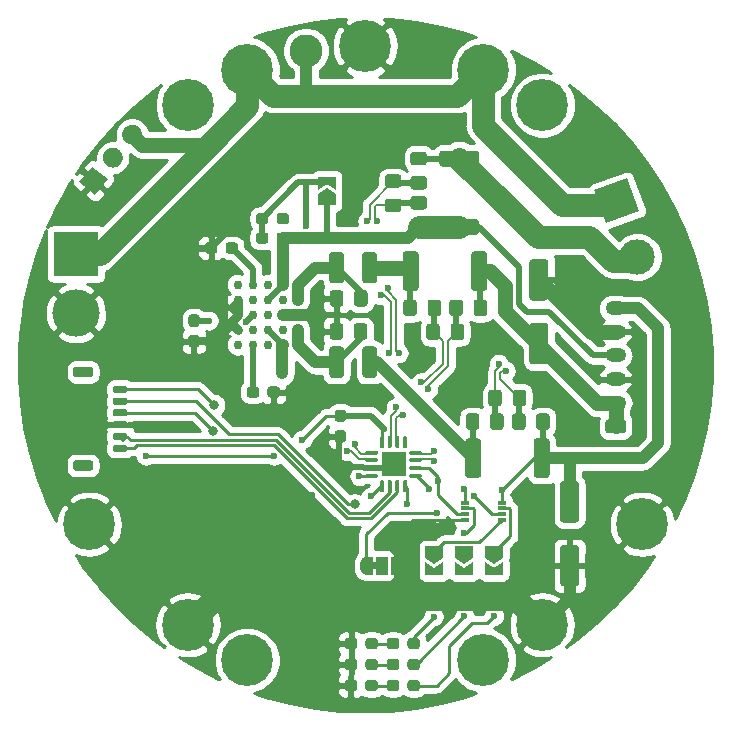
<source format=gbr>
%TF.GenerationSoftware,KiCad,Pcbnew,(5.1.6)-1*%
%TF.CreationDate,2020-12-16T03:52:29+01:00*%
%TF.ProjectId,bms,626d732e-6b69-4636-9164-5f7063625858,rev?*%
%TF.SameCoordinates,Original*%
%TF.FileFunction,Copper,L1,Top*%
%TF.FilePolarity,Positive*%
%FSLAX46Y46*%
G04 Gerber Fmt 4.6, Leading zero omitted, Abs format (unit mm)*
G04 Created by KiCad (PCBNEW (5.1.6)-1) date 2020-12-16 03:52:29*
%MOMM*%
%LPD*%
G01*
G04 APERTURE LIST*
%TA.AperFunction,EtchedComponent*%
%ADD10C,0.100000*%
%TD*%
%TA.AperFunction,ComponentPad*%
%ADD11C,4.000000*%
%TD*%
%TA.AperFunction,ComponentPad*%
%ADD12R,3.800000X3.800000*%
%TD*%
%TA.AperFunction,SMDPad,CuDef*%
%ADD13C,0.100000*%
%TD*%
%TA.AperFunction,SMDPad,CuDef*%
%ADD14C,0.750000*%
%TD*%
%TA.AperFunction,SMDPad,CuDef*%
%ADD15R,0.800000X0.300000*%
%TD*%
%TA.AperFunction,ComponentPad*%
%ADD16C,4.400000*%
%TD*%
%TA.AperFunction,ComponentPad*%
%ADD17O,1.750000X1.200000*%
%TD*%
%TA.AperFunction,ComponentPad*%
%ADD18C,0.100000*%
%TD*%
%TA.AperFunction,ComponentPad*%
%ADD19C,3.000000*%
%TD*%
%TA.AperFunction,SMDPad,CuDef*%
%ADD20R,1.000000X1.500000*%
%TD*%
%TA.AperFunction,SMDPad,CuDef*%
%ADD21R,2.100000X2.100000*%
%TD*%
%TA.AperFunction,ComponentPad*%
%ADD22C,2.800000*%
%TD*%
%TA.AperFunction,ComponentPad*%
%ADD23C,0.700000*%
%TD*%
%TA.AperFunction,ViaPad*%
%ADD24C,0.800000*%
%TD*%
%TA.AperFunction,ViaPad*%
%ADD25C,0.600000*%
%TD*%
%TA.AperFunction,Conductor*%
%ADD26C,1.905000*%
%TD*%
%TA.AperFunction,Conductor*%
%ADD27C,0.508000*%
%TD*%
%TA.AperFunction,Conductor*%
%ADD28C,1.016000*%
%TD*%
%TA.AperFunction,Conductor*%
%ADD29C,0.762000*%
%TD*%
%TA.AperFunction,Conductor*%
%ADD30C,1.270000*%
%TD*%
%TA.AperFunction,Conductor*%
%ADD31C,0.254000*%
%TD*%
%TA.AperFunction,Conductor*%
%ADD32C,0.200000*%
%TD*%
G04 APERTURE END LIST*
D10*
%TO.C,ADDR*%
G36*
X110500000Y-106700000D02*
G01*
X111000000Y-106700000D01*
X111000000Y-107300000D01*
X110500000Y-107300000D01*
X110500000Y-106700000D01*
G37*
%TD*%
%TO.P,C7,2*%
%TO.N,GND*%
%TA.AperFunction,SMDPad,CuDef*%
G36*
G01*
X125250000Y-84550000D02*
X124150000Y-84550000D01*
G75*
G02*
X123900000Y-84300000I0J250000D01*
G01*
X123900000Y-81300000D01*
G75*
G02*
X124150000Y-81050000I250000J0D01*
G01*
X125250000Y-81050000D01*
G75*
G02*
X125500000Y-81300000I0J-250000D01*
G01*
X125500000Y-84300000D01*
G75*
G02*
X125250000Y-84550000I-250000J0D01*
G01*
G37*
%TD.AperFunction*%
%TO.P,C7,1*%
%TO.N,+5V*%
%TA.AperFunction,SMDPad,CuDef*%
G36*
G01*
X125250000Y-89950000D02*
X124150000Y-89950000D01*
G75*
G02*
X123900000Y-89700000I0J250000D01*
G01*
X123900000Y-86700000D01*
G75*
G02*
X124150000Y-86450000I250000J0D01*
G01*
X125250000Y-86450000D01*
G75*
G02*
X125500000Y-86700000I0J-250000D01*
G01*
X125500000Y-89700000D01*
G75*
G02*
X125250000Y-89950000I-250000J0D01*
G01*
G37*
%TD.AperFunction*%
%TD*%
%TO.P,C8,1*%
%TO.N,+3V3*%
%TA.AperFunction,SMDPad,CuDef*%
G36*
G01*
X126750000Y-99850000D02*
X127850000Y-99850000D01*
G75*
G02*
X128100000Y-100100000I0J-250000D01*
G01*
X128100000Y-103100000D01*
G75*
G02*
X127850000Y-103350000I-250000J0D01*
G01*
X126750000Y-103350000D01*
G75*
G02*
X126500000Y-103100000I0J250000D01*
G01*
X126500000Y-100100000D01*
G75*
G02*
X126750000Y-99850000I250000J0D01*
G01*
G37*
%TD.AperFunction*%
%TO.P,C8,2*%
%TO.N,GND*%
%TA.AperFunction,SMDPad,CuDef*%
G36*
G01*
X126750000Y-105250000D02*
X127850000Y-105250000D01*
G75*
G02*
X128100000Y-105500000I0J-250000D01*
G01*
X128100000Y-108500000D01*
G75*
G02*
X127850000Y-108750000I-250000J0D01*
G01*
X126750000Y-108750000D01*
G75*
G02*
X126500000Y-108500000I0J250000D01*
G01*
X126500000Y-105500000D01*
G75*
G02*
X126750000Y-105250000I250000J0D01*
G01*
G37*
%TD.AperFunction*%
%TD*%
D11*
%TO.P,J4,2*%
%TO.N,GND*%
X85500000Y-85600000D03*
D12*
%TO.P,J4,1*%
%TO.N,+BATT*%
X85500000Y-80600000D03*
%TD*%
%TO.P,C10,2*%
%TO.N,IN1-*%
%TA.AperFunction,SMDPad,CuDef*%
G36*
G01*
X122475000Y-93250001D02*
X122475000Y-92349999D01*
G75*
G02*
X122724999Y-92100000I249999J0D01*
G01*
X123375001Y-92100000D01*
G75*
G02*
X123625000Y-92349999I0J-249999D01*
G01*
X123625000Y-93250001D01*
G75*
G02*
X123375001Y-93500000I-249999J0D01*
G01*
X122724999Y-93500000D01*
G75*
G02*
X122475000Y-93250001I0J249999D01*
G01*
G37*
%TD.AperFunction*%
%TO.P,C10,1*%
%TO.N,IN1+*%
%TA.AperFunction,SMDPad,CuDef*%
G36*
G01*
X120425000Y-93250001D02*
X120425000Y-92349999D01*
G75*
G02*
X120674999Y-92100000I249999J0D01*
G01*
X121325001Y-92100000D01*
G75*
G02*
X121575000Y-92349999I0J-249999D01*
G01*
X121575000Y-93250001D01*
G75*
G02*
X121325001Y-93500000I-249999J0D01*
G01*
X120674999Y-93500000D01*
G75*
G02*
X120425000Y-93250001I0J249999D01*
G01*
G37*
%TD.AperFunction*%
%TD*%
%TO.P,C14,1*%
%TO.N,Net-(C14-Pad1)*%
%TA.AperFunction,SMDPad,CuDef*%
G36*
G01*
X110204500Y-83915499D02*
X110204500Y-84815501D01*
G75*
G02*
X109954501Y-85065500I-249999J0D01*
G01*
X109304499Y-85065500D01*
G75*
G02*
X109054500Y-84815501I0J249999D01*
G01*
X109054500Y-83915499D01*
G75*
G02*
X109304499Y-83665500I249999J0D01*
G01*
X109954501Y-83665500D01*
G75*
G02*
X110204500Y-83915499I0J-249999D01*
G01*
G37*
%TD.AperFunction*%
%TO.P,C14,2*%
%TO.N,GND*%
%TA.AperFunction,SMDPad,CuDef*%
G36*
G01*
X108154500Y-83915499D02*
X108154500Y-84815501D01*
G75*
G02*
X107904501Y-85065500I-249999J0D01*
G01*
X107254499Y-85065500D01*
G75*
G02*
X107004500Y-84815501I0J249999D01*
G01*
X107004500Y-83915499D01*
G75*
G02*
X107254499Y-83665500I249999J0D01*
G01*
X107904501Y-83665500D01*
G75*
G02*
X108154500Y-83915499I0J-249999D01*
G01*
G37*
%TD.AperFunction*%
%TD*%
%TO.P,C9,1*%
%TO.N,IN2+*%
%TA.AperFunction,SMDPad,CuDef*%
G36*
G01*
X115175000Y-87650001D02*
X115175000Y-86749999D01*
G75*
G02*
X115424999Y-86500000I249999J0D01*
G01*
X116075001Y-86500000D01*
G75*
G02*
X116325000Y-86749999I0J-249999D01*
G01*
X116325000Y-87650001D01*
G75*
G02*
X116075001Y-87900000I-249999J0D01*
G01*
X115424999Y-87900000D01*
G75*
G02*
X115175000Y-87650001I0J249999D01*
G01*
G37*
%TD.AperFunction*%
%TO.P,C9,2*%
%TO.N,IN2-*%
%TA.AperFunction,SMDPad,CuDef*%
G36*
G01*
X117225000Y-87650001D02*
X117225000Y-86749999D01*
G75*
G02*
X117474999Y-86500000I249999J0D01*
G01*
X118125001Y-86500000D01*
G75*
G02*
X118375000Y-86749999I0J-249999D01*
G01*
X118375000Y-87650001D01*
G75*
G02*
X118125001Y-87900000I-249999J0D01*
G01*
X117474999Y-87900000D01*
G75*
G02*
X117225000Y-87650001I0J249999D01*
G01*
G37*
%TD.AperFunction*%
%TD*%
%TO.P,R21,1*%
%TO.N,IN2-*%
%TA.AperFunction,SMDPad,CuDef*%
G36*
G01*
X117125000Y-85617501D02*
X117125000Y-84717499D01*
G75*
G02*
X117374999Y-84467500I249999J0D01*
G01*
X118025001Y-84467500D01*
G75*
G02*
X118275000Y-84717499I0J-249999D01*
G01*
X118275000Y-85617501D01*
G75*
G02*
X118025001Y-85867500I-249999J0D01*
G01*
X117374999Y-85867500D01*
G75*
G02*
X117125000Y-85617501I0J249999D01*
G01*
G37*
%TD.AperFunction*%
%TO.P,R21,2*%
%TO.N,+5V*%
%TA.AperFunction,SMDPad,CuDef*%
G36*
G01*
X119175000Y-85617501D02*
X119175000Y-84717499D01*
G75*
G02*
X119424999Y-84467500I249999J0D01*
G01*
X120075001Y-84467500D01*
G75*
G02*
X120325000Y-84717499I0J-249999D01*
G01*
X120325000Y-85617501D01*
G75*
G02*
X120075001Y-85867500I-249999J0D01*
G01*
X119424999Y-85867500D01*
G75*
G02*
X119175000Y-85617501I0J249999D01*
G01*
G37*
%TD.AperFunction*%
%TD*%
%TO.P,R17,1*%
%TO.N,LTM_5V*%
%TA.AperFunction,SMDPad,CuDef*%
G36*
G01*
X113180000Y-83481001D02*
X113180000Y-80630999D01*
G75*
G02*
X113429999Y-80381000I249999J0D01*
G01*
X114280001Y-80381000D01*
G75*
G02*
X114530000Y-80630999I0J-249999D01*
G01*
X114530000Y-83481001D01*
G75*
G02*
X114280001Y-83731000I-249999J0D01*
G01*
X113429999Y-83731000D01*
G75*
G02*
X113180000Y-83481001I0J249999D01*
G01*
G37*
%TD.AperFunction*%
%TO.P,R17,2*%
%TO.N,+5V*%
%TA.AperFunction,SMDPad,CuDef*%
G36*
G01*
X118980000Y-83481001D02*
X118980000Y-80630999D01*
G75*
G02*
X119229999Y-80381000I249999J0D01*
G01*
X120080001Y-80381000D01*
G75*
G02*
X120330000Y-80630999I0J-249999D01*
G01*
X120330000Y-83481001D01*
G75*
G02*
X120080001Y-83731000I-249999J0D01*
G01*
X119229999Y-83731000D01*
G75*
G02*
X118980000Y-83481001I0J249999D01*
G01*
G37*
%TD.AperFunction*%
%TD*%
%TO.P,R20,2*%
%TO.N,LTM_5V*%
%TA.AperFunction,SMDPad,CuDef*%
G36*
G01*
X114375000Y-84717499D02*
X114375000Y-85617501D01*
G75*
G02*
X114125001Y-85867500I-249999J0D01*
G01*
X113474999Y-85867500D01*
G75*
G02*
X113225000Y-85617501I0J249999D01*
G01*
X113225000Y-84717499D01*
G75*
G02*
X113474999Y-84467500I249999J0D01*
G01*
X114125001Y-84467500D01*
G75*
G02*
X114375000Y-84717499I0J-249999D01*
G01*
G37*
%TD.AperFunction*%
%TO.P,R20,1*%
%TO.N,IN2+*%
%TA.AperFunction,SMDPad,CuDef*%
G36*
G01*
X116425000Y-84717499D02*
X116425000Y-85617501D01*
G75*
G02*
X116175001Y-85867500I-249999J0D01*
G01*
X115524999Y-85867500D01*
G75*
G02*
X115275000Y-85617501I0J249999D01*
G01*
X115275000Y-84717499D01*
G75*
G02*
X115524999Y-84467500I249999J0D01*
G01*
X116175001Y-84467500D01*
G75*
G02*
X116425000Y-84717499I0J-249999D01*
G01*
G37*
%TD.AperFunction*%
%TD*%
%TO.P,R23,1*%
%TO.N,IN1-*%
%TA.AperFunction,SMDPad,CuDef*%
G36*
G01*
X122425000Y-95250001D02*
X122425000Y-94349999D01*
G75*
G02*
X122674999Y-94100000I249999J0D01*
G01*
X123325001Y-94100000D01*
G75*
G02*
X123575000Y-94349999I0J-249999D01*
G01*
X123575000Y-95250001D01*
G75*
G02*
X123325001Y-95500000I-249999J0D01*
G01*
X122674999Y-95500000D01*
G75*
G02*
X122425000Y-95250001I0J249999D01*
G01*
G37*
%TD.AperFunction*%
%TO.P,R23,2*%
%TO.N,+3V3*%
%TA.AperFunction,SMDPad,CuDef*%
G36*
G01*
X124475000Y-95250001D02*
X124475000Y-94349999D01*
G75*
G02*
X124724999Y-94100000I249999J0D01*
G01*
X125375001Y-94100000D01*
G75*
G02*
X125625000Y-94349999I0J-249999D01*
G01*
X125625000Y-95250001D01*
G75*
G02*
X125375001Y-95500000I-249999J0D01*
G01*
X124724999Y-95500000D01*
G75*
G02*
X124475000Y-95250001I0J249999D01*
G01*
G37*
%TD.AperFunction*%
%TD*%
%TO.P,R22,1*%
%TO.N,IN1+*%
%TA.AperFunction,SMDPad,CuDef*%
G36*
G01*
X121725000Y-94349999D02*
X121725000Y-95250001D01*
G75*
G02*
X121475001Y-95500000I-249999J0D01*
G01*
X120824999Y-95500000D01*
G75*
G02*
X120575000Y-95250001I0J249999D01*
G01*
X120575000Y-94349999D01*
G75*
G02*
X120824999Y-94100000I249999J0D01*
G01*
X121475001Y-94100000D01*
G75*
G02*
X121725000Y-94349999I0J-249999D01*
G01*
G37*
%TD.AperFunction*%
%TO.P,R22,2*%
%TO.N,LTM_3V3*%
%TA.AperFunction,SMDPad,CuDef*%
G36*
G01*
X119675000Y-94349999D02*
X119675000Y-95250001D01*
G75*
G02*
X119425001Y-95500000I-249999J0D01*
G01*
X118774999Y-95500000D01*
G75*
G02*
X118525000Y-95250001I0J249999D01*
G01*
X118525000Y-94349999D01*
G75*
G02*
X118774999Y-94100000I249999J0D01*
G01*
X119425001Y-94100000D01*
G75*
G02*
X119675000Y-94349999I0J-249999D01*
G01*
G37*
%TD.AperFunction*%
%TD*%
%TO.P,VALID,1*%
%TO.N,GND*%
%TA.AperFunction,SMDPad,CuDef*%
G36*
G01*
X108273000Y-113826500D02*
X108273000Y-113351500D01*
G75*
G02*
X108510500Y-113114000I237500J0D01*
G01*
X109085500Y-113114000D01*
G75*
G02*
X109323000Y-113351500I0J-237500D01*
G01*
X109323000Y-113826500D01*
G75*
G02*
X109085500Y-114064000I-237500J0D01*
G01*
X108510500Y-114064000D01*
G75*
G02*
X108273000Y-113826500I0J237500D01*
G01*
G37*
%TD.AperFunction*%
%TO.P,VALID,2*%
%TO.N,Net-(D3-Pad2)*%
%TA.AperFunction,SMDPad,CuDef*%
G36*
G01*
X110023000Y-113826500D02*
X110023000Y-113351500D01*
G75*
G02*
X110260500Y-113114000I237500J0D01*
G01*
X110835500Y-113114000D01*
G75*
G02*
X111073000Y-113351500I0J-237500D01*
G01*
X111073000Y-113826500D01*
G75*
G02*
X110835500Y-114064000I-237500J0D01*
G01*
X110260500Y-114064000D01*
G75*
G02*
X110023000Y-113826500I0J237500D01*
G01*
G37*
%TD.AperFunction*%
%TD*%
%TO.P,F2,1*%
%TO.N,LTM_3V3*%
%TA.AperFunction,SMDPad,CuDef*%
G36*
G01*
X111004500Y-88688000D02*
X111004500Y-90838000D01*
G75*
G02*
X110754500Y-91088000I-250000J0D01*
G01*
X110004500Y-91088000D01*
G75*
G02*
X109754500Y-90838000I0J250000D01*
G01*
X109754500Y-88688000D01*
G75*
G02*
X110004500Y-88438000I250000J0D01*
G01*
X110754500Y-88438000D01*
G75*
G02*
X111004500Y-88688000I0J-250000D01*
G01*
G37*
%TD.AperFunction*%
%TO.P,F2,2*%
%TO.N,Net-(C15-Pad1)*%
%TA.AperFunction,SMDPad,CuDef*%
G36*
G01*
X108204500Y-88688000D02*
X108204500Y-90838000D01*
G75*
G02*
X107954500Y-91088000I-250000J0D01*
G01*
X107204500Y-91088000D01*
G75*
G02*
X106954500Y-90838000I0J250000D01*
G01*
X106954500Y-88688000D01*
G75*
G02*
X107204500Y-88438000I250000J0D01*
G01*
X107954500Y-88438000D01*
G75*
G02*
X108204500Y-88688000I0J-250000D01*
G01*
G37*
%TD.AperFunction*%
%TD*%
%TO.P,WARN,1*%
%TO.N,GND*%
%TA.AperFunction,SMDPad,CuDef*%
G36*
G01*
X108273000Y-115604500D02*
X108273000Y-115129500D01*
G75*
G02*
X108510500Y-114892000I237500J0D01*
G01*
X109085500Y-114892000D01*
G75*
G02*
X109323000Y-115129500I0J-237500D01*
G01*
X109323000Y-115604500D01*
G75*
G02*
X109085500Y-115842000I-237500J0D01*
G01*
X108510500Y-115842000D01*
G75*
G02*
X108273000Y-115604500I0J237500D01*
G01*
G37*
%TD.AperFunction*%
%TO.P,WARN,2*%
%TO.N,Net-(D2-Pad2)*%
%TA.AperFunction,SMDPad,CuDef*%
G36*
G01*
X110023000Y-115604500D02*
X110023000Y-115129500D01*
G75*
G02*
X110260500Y-114892000I237500J0D01*
G01*
X110835500Y-114892000D01*
G75*
G02*
X111073000Y-115129500I0J-237500D01*
G01*
X111073000Y-115604500D01*
G75*
G02*
X110835500Y-115842000I-237500J0D01*
G01*
X110260500Y-115842000D01*
G75*
G02*
X110023000Y-115604500I0J237500D01*
G01*
G37*
%TD.AperFunction*%
%TD*%
%TO.P,C15,2*%
%TO.N,GND*%
%TA.AperFunction,SMDPad,CuDef*%
G36*
G01*
X108136500Y-86709499D02*
X108136500Y-87609501D01*
G75*
G02*
X107886501Y-87859500I-249999J0D01*
G01*
X107236499Y-87859500D01*
G75*
G02*
X106986500Y-87609501I0J249999D01*
G01*
X106986500Y-86709499D01*
G75*
G02*
X107236499Y-86459500I249999J0D01*
G01*
X107886501Y-86459500D01*
G75*
G02*
X108136500Y-86709499I0J-249999D01*
G01*
G37*
%TD.AperFunction*%
%TO.P,C15,1*%
%TO.N,Net-(C15-Pad1)*%
%TA.AperFunction,SMDPad,CuDef*%
G36*
G01*
X110186500Y-86709499D02*
X110186500Y-87609501D01*
G75*
G02*
X109936501Y-87859500I-249999J0D01*
G01*
X109286499Y-87859500D01*
G75*
G02*
X109036500Y-87609501I0J249999D01*
G01*
X109036500Y-86709499D01*
G75*
G02*
X109286499Y-86459500I249999J0D01*
G01*
X109936501Y-86459500D01*
G75*
G02*
X110186500Y-86709499I0J-249999D01*
G01*
G37*
%TD.AperFunction*%
%TD*%
%TO.P,CRIT,2*%
%TO.N,Net-(D1-Pad2)*%
%TA.AperFunction,SMDPad,CuDef*%
G36*
G01*
X110009000Y-117382500D02*
X110009000Y-116907500D01*
G75*
G02*
X110246500Y-116670000I237500J0D01*
G01*
X110821500Y-116670000D01*
G75*
G02*
X111059000Y-116907500I0J-237500D01*
G01*
X111059000Y-117382500D01*
G75*
G02*
X110821500Y-117620000I-237500J0D01*
G01*
X110246500Y-117620000D01*
G75*
G02*
X110009000Y-117382500I0J237500D01*
G01*
G37*
%TD.AperFunction*%
%TO.P,CRIT,1*%
%TO.N,GND*%
%TA.AperFunction,SMDPad,CuDef*%
G36*
G01*
X108259000Y-117382500D02*
X108259000Y-116907500D01*
G75*
G02*
X108496500Y-116670000I237500J0D01*
G01*
X109071500Y-116670000D01*
G75*
G02*
X109309000Y-116907500I0J-237500D01*
G01*
X109309000Y-117382500D01*
G75*
G02*
X109071500Y-117620000I-237500J0D01*
G01*
X108496500Y-117620000D01*
G75*
G02*
X108259000Y-117382500I0J237500D01*
G01*
G37*
%TD.AperFunction*%
%TD*%
%TO.P,F1,2*%
%TO.N,Net-(C14-Pad1)*%
%TA.AperFunction,SMDPad,CuDef*%
G36*
G01*
X108204500Y-80687000D02*
X108204500Y-82837000D01*
G75*
G02*
X107954500Y-83087000I-250000J0D01*
G01*
X107204500Y-83087000D01*
G75*
G02*
X106954500Y-82837000I0J250000D01*
G01*
X106954500Y-80687000D01*
G75*
G02*
X107204500Y-80437000I250000J0D01*
G01*
X107954500Y-80437000D01*
G75*
G02*
X108204500Y-80687000I0J-250000D01*
G01*
G37*
%TD.AperFunction*%
%TO.P,F1,1*%
%TO.N,LTM_5V*%
%TA.AperFunction,SMDPad,CuDef*%
G36*
G01*
X111004500Y-80687000D02*
X111004500Y-82837000D01*
G75*
G02*
X110754500Y-83087000I-250000J0D01*
G01*
X110004500Y-83087000D01*
G75*
G02*
X109754500Y-82837000I0J250000D01*
G01*
X109754500Y-80687000D01*
G75*
G02*
X110004500Y-80437000I250000J0D01*
G01*
X110754500Y-80437000D01*
G75*
G02*
X111004500Y-80687000I0J-250000D01*
G01*
G37*
%TD.AperFunction*%
%TD*%
%TA.AperFunction,SMDPad,CuDef*%
D13*
%TO.P,JP5,2*%
%TO.N,Net-(JP5-Pad2)*%
G36*
X115090000Y-107803000D02*
G01*
X115090000Y-106653000D01*
X115840000Y-107153000D01*
X116590000Y-106653000D01*
X116590000Y-107803000D01*
X115090000Y-107803000D01*
G37*
%TD.AperFunction*%
%TA.AperFunction,SMDPad,CuDef*%
%TO.P,JP5,1*%
%TO.N,Net-(JP5-Pad1)*%
G36*
X115840000Y-106853000D02*
G01*
X115090000Y-106353000D01*
X115090000Y-105353000D01*
X116590000Y-105353000D01*
X116590000Y-106353000D01*
X115840000Y-106853000D01*
G37*
%TD.AperFunction*%
%TD*%
%TO.P,C12,1*%
%TO.N,BAT*%
%TA.AperFunction,SMDPad,CuDef*%
G36*
G01*
X103553000Y-79027000D02*
X103553000Y-79502000D01*
G75*
G02*
X103315500Y-79739500I-237500J0D01*
G01*
X102740500Y-79739500D01*
G75*
G02*
X102503000Y-79502000I0J237500D01*
G01*
X102503000Y-79027000D01*
G75*
G02*
X102740500Y-78789500I237500J0D01*
G01*
X103315500Y-78789500D01*
G75*
G02*
X103553000Y-79027000I0J-237500D01*
G01*
G37*
%TD.AperFunction*%
%TO.P,C12,2*%
%TO.N,Net-(C12-Pad2)*%
%TA.AperFunction,SMDPad,CuDef*%
G36*
G01*
X101803000Y-79027000D02*
X101803000Y-79502000D01*
G75*
G02*
X101565500Y-79739500I-237500J0D01*
G01*
X100990500Y-79739500D01*
G75*
G02*
X100753000Y-79502000I0J237500D01*
G01*
X100753000Y-79027000D01*
G75*
G02*
X100990500Y-78789500I237500J0D01*
G01*
X101565500Y-78789500D01*
G75*
G02*
X101803000Y-79027000I0J-237500D01*
G01*
G37*
%TD.AperFunction*%
%TD*%
%TO.P,R19,1*%
%TO.N,Net-(J5-Pad2)*%
%TA.AperFunction,SMDPad,CuDef*%
G36*
G01*
X116529999Y-71852500D02*
X119380001Y-71852500D01*
G75*
G02*
X119630000Y-72102499I0J-249999D01*
G01*
X119630000Y-72952501D01*
G75*
G02*
X119380001Y-73202500I-249999J0D01*
G01*
X116529999Y-73202500D01*
G75*
G02*
X116280000Y-72952501I0J249999D01*
G01*
X116280000Y-72102499D01*
G75*
G02*
X116529999Y-71852500I249999J0D01*
G01*
G37*
%TD.AperFunction*%
%TO.P,R19,2*%
%TO.N,BAT*%
%TA.AperFunction,SMDPad,CuDef*%
G36*
G01*
X116529999Y-77652500D02*
X119380001Y-77652500D01*
G75*
G02*
X119630000Y-77902499I0J-249999D01*
G01*
X119630000Y-78752501D01*
G75*
G02*
X119380001Y-79002500I-249999J0D01*
G01*
X116529999Y-79002500D01*
G75*
G02*
X116280000Y-78752501I0J249999D01*
G01*
X116280000Y-77902499D01*
G75*
G02*
X116529999Y-77652500I249999J0D01*
G01*
G37*
%TD.AperFunction*%
%TD*%
%TO.P,R29,2*%
%TO.N,GND*%
%TA.AperFunction,SMDPad,CuDef*%
G36*
G01*
X97475000Y-79862500D02*
X97475000Y-80337500D01*
G75*
G02*
X97237500Y-80575000I-237500J0D01*
G01*
X96662500Y-80575000D01*
G75*
G02*
X96425000Y-80337500I0J237500D01*
G01*
X96425000Y-79862500D01*
G75*
G02*
X96662500Y-79625000I237500J0D01*
G01*
X97237500Y-79625000D01*
G75*
G02*
X97475000Y-79862500I0J-237500D01*
G01*
G37*
%TD.AperFunction*%
%TO.P,R29,1*%
%TO.N,Net-(R29-Pad1)*%
%TA.AperFunction,SMDPad,CuDef*%
G36*
G01*
X99225000Y-79862500D02*
X99225000Y-80337500D01*
G75*
G02*
X98987500Y-80575000I-237500J0D01*
G01*
X98412500Y-80575000D01*
G75*
G02*
X98175000Y-80337500I0J237500D01*
G01*
X98175000Y-79862500D01*
G75*
G02*
X98412500Y-79625000I237500J0D01*
G01*
X98987500Y-79625000D01*
G75*
G02*
X99225000Y-79862500I0J-237500D01*
G01*
G37*
%TD.AperFunction*%
%TD*%
%TO.P,R27,1*%
%TO.N,GND*%
%TA.AperFunction,SMDPad,CuDef*%
G36*
G01*
X95737500Y-88525000D02*
X95262500Y-88525000D01*
G75*
G02*
X95025000Y-88287500I0J237500D01*
G01*
X95025000Y-87712500D01*
G75*
G02*
X95262500Y-87475000I237500J0D01*
G01*
X95737500Y-87475000D01*
G75*
G02*
X95975000Y-87712500I0J-237500D01*
G01*
X95975000Y-88287500D01*
G75*
G02*
X95737500Y-88525000I-237500J0D01*
G01*
G37*
%TD.AperFunction*%
%TO.P,R27,2*%
%TO.N,Net-(R27-Pad2)*%
%TA.AperFunction,SMDPad,CuDef*%
G36*
G01*
X95737500Y-86775000D02*
X95262500Y-86775000D01*
G75*
G02*
X95025000Y-86537500I0J237500D01*
G01*
X95025000Y-85962500D01*
G75*
G02*
X95262500Y-85725000I237500J0D01*
G01*
X95737500Y-85725000D01*
G75*
G02*
X95975000Y-85962500I0J-237500D01*
G01*
X95975000Y-86537500D01*
G75*
G02*
X95737500Y-86775000I-237500J0D01*
G01*
G37*
%TD.AperFunction*%
%TD*%
D14*
%TO.P,U5,A1*%
%TO.N,Net-(C15-Pad1)*%
X104290000Y-88290000D03*
%TO.P,U5,B1*%
X104290000Y-87020000D03*
%TO.P,U5,C1*%
%TO.N,GND*%
X104290000Y-85750000D03*
%TO.P,U5,D1*%
%TO.N,Net-(C14-Pad1)*%
X104290000Y-84480000D03*
%TO.P,U5,E1*%
X104290000Y-83210000D03*
%TO.P,U5,A2*%
%TO.N,BAT*%
X103020000Y-88290000D03*
%TO.P,U5,B2*%
%TO.N,Net-(C12-Pad2)*%
X103020000Y-87020000D03*
%TO.P,U5,C2*%
%TO.N,GND*%
X103020000Y-85750000D03*
%TO.P,U5,D2*%
%TO.N,Net-(C12-Pad2)*%
X103020000Y-84480000D03*
%TO.P,U5,E2*%
%TO.N,BAT*%
X103020000Y-83210000D03*
%TO.P,U5,A3*%
%TO.N,Net-(U5-PadA3)*%
X101750000Y-88290000D03*
%TO.P,U5,B3*%
%TO.N,BAT*%
X101750000Y-87020000D03*
%TO.P,U5,C3*%
%TO.N,Net-(U5-PadC3)*%
X101750000Y-85750000D03*
%TO.P,U5,D3*%
%TO.N,BAT*%
X101750000Y-84480000D03*
%TO.P,U5,E3*%
%TO.N,Net-(U5-PadE3)*%
X101750000Y-83210000D03*
%TO.P,U5,A4*%
%TO.N,Net-(R28-Pad1)*%
X100480000Y-88290000D03*
%TO.P,U5,B4*%
%TO.N,Net-(U5-PadB4)*%
X100480000Y-87020000D03*
%TO.P,U5,C4*%
%TO.N,Net-(R27-Pad2)*%
X100480000Y-85750000D03*
%TO.P,U5,D4*%
%TO.N,Net-(U5-PadD4)*%
X100480000Y-84480000D03*
%TO.P,U5,E4*%
%TO.N,Net-(R29-Pad1)*%
X100480000Y-83210000D03*
%TO.P,U5,A5*%
%TO.N,Net-(U5-PadA5)*%
X99210000Y-88290000D03*
%TO.P,U5,B5*%
%TO.N,GND*%
X99210000Y-87020000D03*
%TO.P,U5,C5*%
X99210000Y-85750000D03*
%TO.P,U5,D5*%
X99210000Y-84480000D03*
%TO.P,U5,E5*%
%TO.N,Net-(U5-PadE5)*%
X99210000Y-83210000D03*
%TD*%
%TO.P,R28,1*%
%TO.N,Net-(R28-Pad1)*%
%TA.AperFunction,SMDPad,CuDef*%
G36*
G01*
X99975000Y-92537500D02*
X99975000Y-92062500D01*
G75*
G02*
X100212500Y-91825000I237500J0D01*
G01*
X100787500Y-91825000D01*
G75*
G02*
X101025000Y-92062500I0J-237500D01*
G01*
X101025000Y-92537500D01*
G75*
G02*
X100787500Y-92775000I-237500J0D01*
G01*
X100212500Y-92775000D01*
G75*
G02*
X99975000Y-92537500I0J237500D01*
G01*
G37*
%TD.AperFunction*%
%TO.P,R28,2*%
%TO.N,GND*%
%TA.AperFunction,SMDPad,CuDef*%
G36*
G01*
X101725000Y-92537500D02*
X101725000Y-92062500D01*
G75*
G02*
X101962500Y-91825000I237500J0D01*
G01*
X102537500Y-91825000D01*
G75*
G02*
X102775000Y-92062500I0J-237500D01*
G01*
X102775000Y-92537500D01*
G75*
G02*
X102537500Y-92775000I-237500J0D01*
G01*
X101962500Y-92775000D01*
G75*
G02*
X101725000Y-92537500I0J237500D01*
G01*
G37*
%TD.AperFunction*%
%TD*%
%TO.P,R26,2*%
%TO.N,GND*%
%TA.AperFunction,SMDPad,CuDef*%
G36*
G01*
X102503000Y-77851000D02*
X102503000Y-77376000D01*
G75*
G02*
X102740500Y-77138500I237500J0D01*
G01*
X103315500Y-77138500D01*
G75*
G02*
X103553000Y-77376000I0J-237500D01*
G01*
X103553000Y-77851000D01*
G75*
G02*
X103315500Y-78088500I-237500J0D01*
G01*
X102740500Y-78088500D01*
G75*
G02*
X102503000Y-77851000I0J237500D01*
G01*
G37*
%TD.AperFunction*%
%TO.P,R26,1*%
%TO.N,Net-(C12-Pad2)*%
%TA.AperFunction,SMDPad,CuDef*%
G36*
G01*
X100753000Y-77851000D02*
X100753000Y-77376000D01*
G75*
G02*
X100990500Y-77138500I237500J0D01*
G01*
X101565500Y-77138500D01*
G75*
G02*
X101803000Y-77376000I0J-237500D01*
G01*
X101803000Y-77851000D01*
G75*
G02*
X101565500Y-78088500I-237500J0D01*
G01*
X100990500Y-78088500D01*
G75*
G02*
X100753000Y-77851000I0J237500D01*
G01*
G37*
%TD.AperFunction*%
%TD*%
%TA.AperFunction,SMDPad,CuDef*%
D13*
%TO.P,START,2*%
%TO.N,Net-(C12-Pad2)*%
G36*
X107500000Y-74050000D02*
G01*
X107500000Y-75200000D01*
X106750000Y-74700000D01*
X106000000Y-75200000D01*
X106000000Y-74050000D01*
X107500000Y-74050000D01*
G37*
%TD.AperFunction*%
%TA.AperFunction,SMDPad,CuDef*%
%TO.P,START,1*%
%TO.N,BAT*%
G36*
X106750000Y-75000000D02*
G01*
X107500000Y-75500000D01*
X107500000Y-76500000D01*
X106000000Y-76500000D01*
X106000000Y-75500000D01*
X106750000Y-75000000D01*
G37*
%TD.AperFunction*%
%TD*%
%TO.P,R18,2*%
%TO.N,+3V3*%
%TA.AperFunction,SMDPad,CuDef*%
G36*
G01*
X124267000Y-99319001D02*
X124267000Y-96468999D01*
G75*
G02*
X124516999Y-96219000I249999J0D01*
G01*
X125367001Y-96219000D01*
G75*
G02*
X125617000Y-96468999I0J-249999D01*
G01*
X125617000Y-99319001D01*
G75*
G02*
X125367001Y-99569000I-249999J0D01*
G01*
X124516999Y-99569000D01*
G75*
G02*
X124267000Y-99319001I0J249999D01*
G01*
G37*
%TD.AperFunction*%
%TO.P,R18,1*%
%TO.N,LTM_3V3*%
%TA.AperFunction,SMDPad,CuDef*%
G36*
G01*
X118467000Y-99319001D02*
X118467000Y-96468999D01*
G75*
G02*
X118716999Y-96219000I249999J0D01*
G01*
X119567001Y-96219000D01*
G75*
G02*
X119817000Y-96468999I0J-249999D01*
G01*
X119817000Y-99319001D01*
G75*
G02*
X119567001Y-99569000I-249999J0D01*
G01*
X118716999Y-99569000D01*
G75*
G02*
X118467000Y-99319001I0J249999D01*
G01*
G37*
%TD.AperFunction*%
%TD*%
%TO.P,R30,1*%
%TO.N,Net-(D1-Pad2)*%
%TA.AperFunction,SMDPad,CuDef*%
G36*
G01*
X111829000Y-117382500D02*
X111829000Y-116907500D01*
G75*
G02*
X112066500Y-116670000I237500J0D01*
G01*
X112641500Y-116670000D01*
G75*
G02*
X112879000Y-116907500I0J-237500D01*
G01*
X112879000Y-117382500D01*
G75*
G02*
X112641500Y-117620000I-237500J0D01*
G01*
X112066500Y-117620000D01*
G75*
G02*
X111829000Y-117382500I0J237500D01*
G01*
G37*
%TD.AperFunction*%
%TO.P,R30,2*%
%TO.N,Net-(JP3-Pad2)*%
%TA.AperFunction,SMDPad,CuDef*%
G36*
G01*
X113579000Y-117382500D02*
X113579000Y-116907500D01*
G75*
G02*
X113816500Y-116670000I237500J0D01*
G01*
X114391500Y-116670000D01*
G75*
G02*
X114629000Y-116907500I0J-237500D01*
G01*
X114629000Y-117382500D01*
G75*
G02*
X114391500Y-117620000I-237500J0D01*
G01*
X113816500Y-117620000D01*
G75*
G02*
X113579000Y-117382500I0J237500D01*
G01*
G37*
%TD.AperFunction*%
%TD*%
D15*
%TO.P,U7,1*%
%TO.N,PWR_CRITICAL*%
X118450000Y-101650000D03*
%TO.P,U7,2*%
%TO.N,Net-(JP4-Pad1)*%
X118450000Y-102150000D03*
%TO.P,U7,3*%
%TO.N,PWR_VALID*%
X118450000Y-102650000D03*
%TO.P,U7,4*%
%TO.N,GND*%
X118450000Y-103150000D03*
%TO.P,U7,5*%
%TO.N,Net-(JP5-Pad1)*%
X121550000Y-103150000D03*
%TO.P,U7,6*%
%TO.N,PWR_WARN*%
X121550000Y-102650000D03*
%TO.P,U7,7*%
%TO.N,Net-(JP3-Pad1)*%
X121550000Y-102150000D03*
%TO.P,U7,8*%
%TO.N,+3V3*%
X121550000Y-101650000D03*
%TD*%
%TO.P,R32,2*%
%TO.N,Net-(JP5-Pad2)*%
%TA.AperFunction,SMDPad,CuDef*%
G36*
G01*
X113579000Y-113826500D02*
X113579000Y-113351500D01*
G75*
G02*
X113816500Y-113114000I237500J0D01*
G01*
X114391500Y-113114000D01*
G75*
G02*
X114629000Y-113351500I0J-237500D01*
G01*
X114629000Y-113826500D01*
G75*
G02*
X114391500Y-114064000I-237500J0D01*
G01*
X113816500Y-114064000D01*
G75*
G02*
X113579000Y-113826500I0J237500D01*
G01*
G37*
%TD.AperFunction*%
%TO.P,R32,1*%
%TO.N,Net-(D3-Pad2)*%
%TA.AperFunction,SMDPad,CuDef*%
G36*
G01*
X111829000Y-113826500D02*
X111829000Y-113351500D01*
G75*
G02*
X112066500Y-113114000I237500J0D01*
G01*
X112641500Y-113114000D01*
G75*
G02*
X112879000Y-113351500I0J-237500D01*
G01*
X112879000Y-113826500D01*
G75*
G02*
X112641500Y-114064000I-237500J0D01*
G01*
X112066500Y-114064000D01*
G75*
G02*
X111829000Y-113826500I0J237500D01*
G01*
G37*
%TD.AperFunction*%
%TD*%
%TO.P,R31,2*%
%TO.N,Net-(JP4-Pad2)*%
%TA.AperFunction,SMDPad,CuDef*%
G36*
G01*
X113579000Y-115604500D02*
X113579000Y-115129500D01*
G75*
G02*
X113816500Y-114892000I237500J0D01*
G01*
X114391500Y-114892000D01*
G75*
G02*
X114629000Y-115129500I0J-237500D01*
G01*
X114629000Y-115604500D01*
G75*
G02*
X114391500Y-115842000I-237500J0D01*
G01*
X113816500Y-115842000D01*
G75*
G02*
X113579000Y-115604500I0J237500D01*
G01*
G37*
%TD.AperFunction*%
%TO.P,R31,1*%
%TO.N,Net-(D2-Pad2)*%
%TA.AperFunction,SMDPad,CuDef*%
G36*
G01*
X111829000Y-115604500D02*
X111829000Y-115129500D01*
G75*
G02*
X112066500Y-114892000I237500J0D01*
G01*
X112641500Y-114892000D01*
G75*
G02*
X112879000Y-115129500I0J-237500D01*
G01*
X112879000Y-115604500D01*
G75*
G02*
X112641500Y-115842000I-237500J0D01*
G01*
X112066500Y-115842000D01*
G75*
G02*
X111829000Y-115604500I0J237500D01*
G01*
G37*
%TD.AperFunction*%
%TD*%
%TA.AperFunction,SMDPad,CuDef*%
D13*
%TO.P,JP4,1*%
%TO.N,Net-(JP4-Pad1)*%
G36*
X118380000Y-106853000D02*
G01*
X117630000Y-106353000D01*
X117630000Y-105353000D01*
X119130000Y-105353000D01*
X119130000Y-106353000D01*
X118380000Y-106853000D01*
G37*
%TD.AperFunction*%
%TA.AperFunction,SMDPad,CuDef*%
%TO.P,JP4,2*%
%TO.N,Net-(JP4-Pad2)*%
G36*
X117630000Y-107803000D02*
G01*
X117630000Y-106653000D01*
X118380000Y-107153000D01*
X119130000Y-106653000D01*
X119130000Y-107803000D01*
X117630000Y-107803000D01*
G37*
%TD.AperFunction*%
%TD*%
%TO.P,C11,1*%
%TO.N,IN3+*%
%TA.AperFunction,SMDPad,CuDef*%
G36*
G01*
X111916999Y-73861000D02*
X112817001Y-73861000D01*
G75*
G02*
X113067000Y-74110999I0J-249999D01*
G01*
X113067000Y-74761001D01*
G75*
G02*
X112817001Y-75011000I-249999J0D01*
G01*
X111916999Y-75011000D01*
G75*
G02*
X111667000Y-74761001I0J249999D01*
G01*
X111667000Y-74110999D01*
G75*
G02*
X111916999Y-73861000I249999J0D01*
G01*
G37*
%TD.AperFunction*%
%TO.P,C11,2*%
%TO.N,IN3-*%
%TA.AperFunction,SMDPad,CuDef*%
G36*
G01*
X111916999Y-75911000D02*
X112817001Y-75911000D01*
G75*
G02*
X113067000Y-76160999I0J-249999D01*
G01*
X113067000Y-76811001D01*
G75*
G02*
X112817001Y-77061000I-249999J0D01*
G01*
X111916999Y-77061000D01*
G75*
G02*
X111667000Y-76811001I0J249999D01*
G01*
X111667000Y-76160999D01*
G75*
G02*
X111916999Y-75911000I249999J0D01*
G01*
G37*
%TD.AperFunction*%
%TD*%
%TO.P,C13,1*%
%TO.N,+3V3*%
%TA.AperFunction,SMDPad,CuDef*%
G36*
G01*
X107662500Y-93775000D02*
X108137500Y-93775000D01*
G75*
G02*
X108375000Y-94012500I0J-237500D01*
G01*
X108375000Y-94587500D01*
G75*
G02*
X108137500Y-94825000I-237500J0D01*
G01*
X107662500Y-94825000D01*
G75*
G02*
X107425000Y-94587500I0J237500D01*
G01*
X107425000Y-94012500D01*
G75*
G02*
X107662500Y-93775000I237500J0D01*
G01*
G37*
%TD.AperFunction*%
%TO.P,C13,2*%
%TO.N,GND*%
%TA.AperFunction,SMDPad,CuDef*%
G36*
G01*
X107662500Y-95525000D02*
X108137500Y-95525000D01*
G75*
G02*
X108375000Y-95762500I0J-237500D01*
G01*
X108375000Y-96337500D01*
G75*
G02*
X108137500Y-96575000I-237500J0D01*
G01*
X107662500Y-96575000D01*
G75*
G02*
X107425000Y-96337500I0J237500D01*
G01*
X107425000Y-95762500D01*
G75*
G02*
X107662500Y-95525000I237500J0D01*
G01*
G37*
%TD.AperFunction*%
%TD*%
D16*
%TO.P,VBAT1+,1*%
%TO.N,+BATT*%
X100000000Y-65000000D03*
%TD*%
%TO.P,VBAT2+,1*%
%TO.N,VBAT1-*%
X95000000Y-68000000D03*
%TD*%
%TO.P,VBAT3+,1*%
%TO.N,+BATT*%
X120000000Y-65000000D03*
%TD*%
%TO.P,VBAT4+,1*%
%TO.N,VBAT1-*%
X125000000Y-68000000D03*
%TD*%
%TO.P,VBAT1-,1*%
%TO.N,VBAT1-*%
X100000000Y-115000000D03*
%TD*%
%TO.P,VBAT2-,1*%
%TO.N,GND*%
X95000000Y-112000000D03*
%TD*%
%TO.P,VBAT3-,1*%
%TO.N,VBAT1-*%
X120000000Y-115000000D03*
%TD*%
%TO.P,VBAT4-,1*%
%TO.N,GND*%
X125000000Y-112000000D03*
%TD*%
%TO.P,J1,MP*%
%TO.N,N/C*%
%TA.AperFunction,SMDPad,CuDef*%
G36*
G01*
X85492000Y-98061500D02*
X86742000Y-98061500D01*
G75*
G02*
X86967000Y-98286500I0J-225000D01*
G01*
X86967000Y-98736500D01*
G75*
G02*
X86742000Y-98961500I-225000J0D01*
G01*
X85492000Y-98961500D01*
G75*
G02*
X85267000Y-98736500I0J225000D01*
G01*
X85267000Y-98286500D01*
G75*
G02*
X85492000Y-98061500I225000J0D01*
G01*
G37*
%TD.AperFunction*%
%TA.AperFunction,SMDPad,CuDef*%
G36*
G01*
X85492000Y-90161500D02*
X86742000Y-90161500D01*
G75*
G02*
X86967000Y-90386500I0J-225000D01*
G01*
X86967000Y-90836500D01*
G75*
G02*
X86742000Y-91061500I-225000J0D01*
G01*
X85492000Y-91061500D01*
G75*
G02*
X85267000Y-90836500I0J225000D01*
G01*
X85267000Y-90386500D01*
G75*
G02*
X85492000Y-90161500I225000J0D01*
G01*
G37*
%TD.AperFunction*%
%TO.P,J1,6*%
%TO.N,SDA*%
%TA.AperFunction,SMDPad,CuDef*%
G36*
G01*
X88767000Y-96761500D02*
X89717000Y-96761500D01*
G75*
G02*
X89867000Y-96911500I0J-150000D01*
G01*
X89867000Y-97211500D01*
G75*
G02*
X89717000Y-97361500I-150000J0D01*
G01*
X88767000Y-97361500D01*
G75*
G02*
X88617000Y-97211500I0J150000D01*
G01*
X88617000Y-96911500D01*
G75*
G02*
X88767000Y-96761500I150000J0D01*
G01*
G37*
%TD.AperFunction*%
%TO.P,J1,5*%
%TO.N,SCL*%
%TA.AperFunction,SMDPad,CuDef*%
G36*
G01*
X88767000Y-95761500D02*
X89717000Y-95761500D01*
G75*
G02*
X89867000Y-95911500I0J-150000D01*
G01*
X89867000Y-96211500D01*
G75*
G02*
X89717000Y-96361500I-150000J0D01*
G01*
X88767000Y-96361500D01*
G75*
G02*
X88617000Y-96211500I0J150000D01*
G01*
X88617000Y-95911500D01*
G75*
G02*
X88767000Y-95761500I150000J0D01*
G01*
G37*
%TD.AperFunction*%
%TO.P,J1,4*%
%TO.N,GND*%
%TA.AperFunction,SMDPad,CuDef*%
G36*
G01*
X88767000Y-94761500D02*
X89717000Y-94761500D01*
G75*
G02*
X89867000Y-94911500I0J-150000D01*
G01*
X89867000Y-95211500D01*
G75*
G02*
X89717000Y-95361500I-150000J0D01*
G01*
X88767000Y-95361500D01*
G75*
G02*
X88617000Y-95211500I0J150000D01*
G01*
X88617000Y-94911500D01*
G75*
G02*
X88767000Y-94761500I150000J0D01*
G01*
G37*
%TD.AperFunction*%
%TO.P,J1,3*%
%TO.N,PWR_CRITICAL*%
%TA.AperFunction,SMDPad,CuDef*%
G36*
G01*
X88767000Y-93761500D02*
X89717000Y-93761500D01*
G75*
G02*
X89867000Y-93911500I0J-150000D01*
G01*
X89867000Y-94211500D01*
G75*
G02*
X89717000Y-94361500I-150000J0D01*
G01*
X88767000Y-94361500D01*
G75*
G02*
X88617000Y-94211500I0J150000D01*
G01*
X88617000Y-93911500D01*
G75*
G02*
X88767000Y-93761500I150000J0D01*
G01*
G37*
%TD.AperFunction*%
%TO.P,J1,2*%
%TO.N,PWR_WARN*%
%TA.AperFunction,SMDPad,CuDef*%
G36*
G01*
X88767000Y-92761500D02*
X89717000Y-92761500D01*
G75*
G02*
X89867000Y-92911500I0J-150000D01*
G01*
X89867000Y-93211500D01*
G75*
G02*
X89717000Y-93361500I-150000J0D01*
G01*
X88767000Y-93361500D01*
G75*
G02*
X88617000Y-93211500I0J150000D01*
G01*
X88617000Y-92911500D01*
G75*
G02*
X88767000Y-92761500I150000J0D01*
G01*
G37*
%TD.AperFunction*%
%TO.P,J1,1*%
%TO.N,PWR_VALID*%
%TA.AperFunction,SMDPad,CuDef*%
G36*
G01*
X88767000Y-91761500D02*
X89717000Y-91761500D01*
G75*
G02*
X89867000Y-91911500I0J-150000D01*
G01*
X89867000Y-92211500D01*
G75*
G02*
X89717000Y-92361500I-150000J0D01*
G01*
X88767000Y-92361500D01*
G75*
G02*
X88617000Y-92211500I0J150000D01*
G01*
X88617000Y-91911500D01*
G75*
G02*
X88767000Y-91761500I150000J0D01*
G01*
G37*
%TD.AperFunction*%
%TD*%
%TO.P,J2,1*%
%TO.N,+5V*%
%TA.AperFunction,ComponentPad*%
G36*
G01*
X131825001Y-95800000D02*
X130574999Y-95800000D01*
G75*
G02*
X130325000Y-95550001I0J249999D01*
G01*
X130325000Y-94849999D01*
G75*
G02*
X130574999Y-94600000I249999J0D01*
G01*
X131825001Y-94600000D01*
G75*
G02*
X132075000Y-94849999I0J-249999D01*
G01*
X132075000Y-95550001D01*
G75*
G02*
X131825001Y-95800000I-249999J0D01*
G01*
G37*
%TD.AperFunction*%
D17*
%TO.P,J2,2*%
X131200000Y-93200000D03*
%TO.P,J2,3*%
%TO.N,GND*%
X131200000Y-91200000D03*
%TO.P,J2,4*%
%TO.N,BAT*%
X131200000Y-89200000D03*
%TO.P,J2,5*%
%TO.N,GND*%
X131200000Y-87200000D03*
%TO.P,J2,6*%
%TO.N,+3V3*%
X131200000Y-85200000D03*
%TD*%
%TA.AperFunction,ComponentPad*%
D18*
%TO.P,J5,1*%
%TO.N,+BATT*%
G36*
X129377431Y-75203491D02*
G01*
X132196509Y-74177431D01*
X133222569Y-76996509D01*
X130403491Y-78022569D01*
X129377431Y-75203491D01*
G37*
%TD.AperFunction*%
D19*
%TO.P,J5,2*%
%TO.N,Net-(J5-Pad2)*%
X133037462Y-80873639D03*
%TD*%
%TA.AperFunction,SMDPad,CuDef*%
D13*
%TO.P,ADDR,3*%
%TO.N,GND*%
G36*
X112700000Y-106250602D02*
G01*
X112724534Y-106250602D01*
X112773365Y-106255412D01*
X112821490Y-106264984D01*
X112868445Y-106279228D01*
X112913778Y-106298005D01*
X112957051Y-106321136D01*
X112997850Y-106348396D01*
X113035779Y-106379524D01*
X113070476Y-106414221D01*
X113101604Y-106452150D01*
X113128864Y-106492949D01*
X113151995Y-106536222D01*
X113170772Y-106581555D01*
X113185016Y-106628510D01*
X113194588Y-106676635D01*
X113199398Y-106725466D01*
X113199398Y-106750000D01*
X113200000Y-106750000D01*
X113200000Y-107250000D01*
X113199398Y-107250000D01*
X113199398Y-107274534D01*
X113194588Y-107323365D01*
X113185016Y-107371490D01*
X113170772Y-107418445D01*
X113151995Y-107463778D01*
X113128864Y-107507051D01*
X113101604Y-107547850D01*
X113070476Y-107585779D01*
X113035779Y-107620476D01*
X112997850Y-107651604D01*
X112957051Y-107678864D01*
X112913778Y-107701995D01*
X112868445Y-107720772D01*
X112821490Y-107735016D01*
X112773365Y-107744588D01*
X112724534Y-107749398D01*
X112700000Y-107749398D01*
X112700000Y-107750000D01*
X112150000Y-107750000D01*
X112150000Y-106250000D01*
X112700000Y-106250000D01*
X112700000Y-106250602D01*
G37*
%TD.AperFunction*%
D20*
%TO.P,ADDR,2*%
%TO.N,A0*%
X111400000Y-107000000D03*
%TA.AperFunction,SMDPad,CuDef*%
D13*
%TO.P,ADDR,1*%
%TO.N,+3V3*%
G36*
X110650000Y-107750000D02*
G01*
X110100000Y-107750000D01*
X110100000Y-107749398D01*
X110075466Y-107749398D01*
X110026635Y-107744588D01*
X109978510Y-107735016D01*
X109931555Y-107720772D01*
X109886222Y-107701995D01*
X109842949Y-107678864D01*
X109802150Y-107651604D01*
X109764221Y-107620476D01*
X109729524Y-107585779D01*
X109698396Y-107547850D01*
X109671136Y-107507051D01*
X109648005Y-107463778D01*
X109629228Y-107418445D01*
X109614984Y-107371490D01*
X109605412Y-107323365D01*
X109600602Y-107274534D01*
X109600602Y-107250000D01*
X109600000Y-107250000D01*
X109600000Y-106750000D01*
X109600602Y-106750000D01*
X109600602Y-106725466D01*
X109605412Y-106676635D01*
X109614984Y-106628510D01*
X109629228Y-106581555D01*
X109648005Y-106536222D01*
X109671136Y-106492949D01*
X109698396Y-106452150D01*
X109729524Y-106414221D01*
X109764221Y-106379524D01*
X109802150Y-106348396D01*
X109842949Y-106321136D01*
X109886222Y-106298005D01*
X109931555Y-106279228D01*
X109978510Y-106264984D01*
X110026635Y-106255412D01*
X110075466Y-106250602D01*
X110100000Y-106250602D01*
X110100000Y-106250000D01*
X110650000Y-106250000D01*
X110650000Y-107750000D01*
G37*
%TD.AperFunction*%
%TD*%
%TA.AperFunction,SMDPad,CuDef*%
%TO.P,JP3,2*%
%TO.N,Net-(JP3-Pad2)*%
G36*
X120170000Y-107803000D02*
G01*
X120170000Y-106653000D01*
X120920000Y-107153000D01*
X121670000Y-106653000D01*
X121670000Y-107803000D01*
X120170000Y-107803000D01*
G37*
%TD.AperFunction*%
%TA.AperFunction,SMDPad,CuDef*%
%TO.P,JP3,1*%
%TO.N,Net-(JP3-Pad1)*%
G36*
X120920000Y-106853000D02*
G01*
X120170000Y-106353000D01*
X120170000Y-105353000D01*
X121670000Y-105353000D01*
X121670000Y-106353000D01*
X120920000Y-106853000D01*
G37*
%TD.AperFunction*%
%TD*%
%TO.P,R24,1*%
%TO.N,IN3+*%
%TA.AperFunction,SMDPad,CuDef*%
G36*
G01*
X114976001Y-75156000D02*
X114075999Y-75156000D01*
G75*
G02*
X113826000Y-74906001I0J249999D01*
G01*
X113826000Y-74255999D01*
G75*
G02*
X114075999Y-74006000I249999J0D01*
G01*
X114976001Y-74006000D01*
G75*
G02*
X115226000Y-74255999I0J-249999D01*
G01*
X115226000Y-74906001D01*
G75*
G02*
X114976001Y-75156000I-249999J0D01*
G01*
G37*
%TD.AperFunction*%
%TO.P,R24,2*%
%TO.N,Net-(J5-Pad2)*%
%TA.AperFunction,SMDPad,CuDef*%
G36*
G01*
X114976001Y-73106000D02*
X114075999Y-73106000D01*
G75*
G02*
X113826000Y-72856001I0J249999D01*
G01*
X113826000Y-72205999D01*
G75*
G02*
X114075999Y-71956000I249999J0D01*
G01*
X114976001Y-71956000D01*
G75*
G02*
X115226000Y-72205999I0J-249999D01*
G01*
X115226000Y-72856001D01*
G75*
G02*
X114976001Y-73106000I-249999J0D01*
G01*
G37*
%TD.AperFunction*%
%TD*%
%TO.P,R25,2*%
%TO.N,BAT*%
%TA.AperFunction,SMDPad,CuDef*%
G36*
G01*
X114075999Y-77752500D02*
X114976001Y-77752500D01*
G75*
G02*
X115226000Y-78002499I0J-249999D01*
G01*
X115226000Y-78652501D01*
G75*
G02*
X114976001Y-78902500I-249999J0D01*
G01*
X114075999Y-78902500D01*
G75*
G02*
X113826000Y-78652501I0J249999D01*
G01*
X113826000Y-78002499D01*
G75*
G02*
X114075999Y-77752500I249999J0D01*
G01*
G37*
%TD.AperFunction*%
%TO.P,R25,1*%
%TO.N,IN3-*%
%TA.AperFunction,SMDPad,CuDef*%
G36*
G01*
X114075999Y-75702500D02*
X114976001Y-75702500D01*
G75*
G02*
X115226000Y-75952499I0J-249999D01*
G01*
X115226000Y-76602501D01*
G75*
G02*
X114976001Y-76852500I-249999J0D01*
G01*
X114075999Y-76852500D01*
G75*
G02*
X113826000Y-76602501I0J249999D01*
G01*
X113826000Y-75952499D01*
G75*
G02*
X114075999Y-75702500I249999J0D01*
G01*
G37*
%TD.AperFunction*%
%TD*%
%TO.P,U6,1*%
%TO.N,IN3-*%
%TA.AperFunction,SMDPad,CuDef*%
G36*
G01*
X110025000Y-97512500D02*
X110025000Y-97337500D01*
G75*
G02*
X110112500Y-97250000I87500J0D01*
G01*
X110962500Y-97250000D01*
G75*
G02*
X111050000Y-97337500I0J-87500D01*
G01*
X111050000Y-97512500D01*
G75*
G02*
X110962500Y-97600000I-87500J0D01*
G01*
X110112500Y-97600000D01*
G75*
G02*
X110025000Y-97512500I0J87500D01*
G01*
G37*
%TD.AperFunction*%
%TO.P,U6,2*%
%TO.N,IN3+*%
%TA.AperFunction,SMDPad,CuDef*%
G36*
G01*
X110025000Y-98162500D02*
X110025000Y-97987500D01*
G75*
G02*
X110112500Y-97900000I87500J0D01*
G01*
X110962500Y-97900000D01*
G75*
G02*
X111050000Y-97987500I0J-87500D01*
G01*
X111050000Y-98162500D01*
G75*
G02*
X110962500Y-98250000I-87500J0D01*
G01*
X110112500Y-98250000D01*
G75*
G02*
X110025000Y-98162500I0J87500D01*
G01*
G37*
%TD.AperFunction*%
%TO.P,U6,3*%
%TO.N,GND*%
%TA.AperFunction,SMDPad,CuDef*%
G36*
G01*
X110025000Y-98812500D02*
X110025000Y-98637500D01*
G75*
G02*
X110112500Y-98550000I87500J0D01*
G01*
X110962500Y-98550000D01*
G75*
G02*
X111050000Y-98637500I0J-87500D01*
G01*
X111050000Y-98812500D01*
G75*
G02*
X110962500Y-98900000I-87500J0D01*
G01*
X110112500Y-98900000D01*
G75*
G02*
X110025000Y-98812500I0J87500D01*
G01*
G37*
%TD.AperFunction*%
%TO.P,U6,4*%
%TO.N,+3V3*%
%TA.AperFunction,SMDPad,CuDef*%
G36*
G01*
X110025000Y-99462500D02*
X110025000Y-99287500D01*
G75*
G02*
X110112500Y-99200000I87500J0D01*
G01*
X110962500Y-99200000D01*
G75*
G02*
X111050000Y-99287500I0J-87500D01*
G01*
X111050000Y-99462500D01*
G75*
G02*
X110962500Y-99550000I-87500J0D01*
G01*
X110112500Y-99550000D01*
G75*
G02*
X110025000Y-99462500I0J87500D01*
G01*
G37*
%TD.AperFunction*%
%TO.P,U6,5*%
%TO.N,A0*%
%TA.AperFunction,SMDPad,CuDef*%
G36*
G01*
X111250000Y-100687500D02*
X111250000Y-99837500D01*
G75*
G02*
X111337500Y-99750000I87500J0D01*
G01*
X111512500Y-99750000D01*
G75*
G02*
X111600000Y-99837500I0J-87500D01*
G01*
X111600000Y-100687500D01*
G75*
G02*
X111512500Y-100775000I-87500J0D01*
G01*
X111337500Y-100775000D01*
G75*
G02*
X111250000Y-100687500I0J87500D01*
G01*
G37*
%TD.AperFunction*%
%TO.P,U6,6*%
%TO.N,SCL*%
%TA.AperFunction,SMDPad,CuDef*%
G36*
G01*
X111900000Y-100687500D02*
X111900000Y-99837500D01*
G75*
G02*
X111987500Y-99750000I87500J0D01*
G01*
X112162500Y-99750000D01*
G75*
G02*
X112250000Y-99837500I0J-87500D01*
G01*
X112250000Y-100687500D01*
G75*
G02*
X112162500Y-100775000I-87500J0D01*
G01*
X111987500Y-100775000D01*
G75*
G02*
X111900000Y-100687500I0J87500D01*
G01*
G37*
%TD.AperFunction*%
%TO.P,U6,7*%
%TO.N,SDA*%
%TA.AperFunction,SMDPad,CuDef*%
G36*
G01*
X112550000Y-100687500D02*
X112550000Y-99837500D01*
G75*
G02*
X112637500Y-99750000I87500J0D01*
G01*
X112812500Y-99750000D01*
G75*
G02*
X112900000Y-99837500I0J-87500D01*
G01*
X112900000Y-100687500D01*
G75*
G02*
X112812500Y-100775000I-87500J0D01*
G01*
X112637500Y-100775000D01*
G75*
G02*
X112550000Y-100687500I0J87500D01*
G01*
G37*
%TD.AperFunction*%
%TO.P,U6,8*%
%TO.N,PWR_WARN*%
%TA.AperFunction,SMDPad,CuDef*%
G36*
G01*
X113200000Y-100687500D02*
X113200000Y-99837500D01*
G75*
G02*
X113287500Y-99750000I87500J0D01*
G01*
X113462500Y-99750000D01*
G75*
G02*
X113550000Y-99837500I0J-87500D01*
G01*
X113550000Y-100687500D01*
G75*
G02*
X113462500Y-100775000I-87500J0D01*
G01*
X113287500Y-100775000D01*
G75*
G02*
X113200000Y-100687500I0J87500D01*
G01*
G37*
%TD.AperFunction*%
%TO.P,U6,9*%
%TO.N,PWR_CRITICAL*%
%TA.AperFunction,SMDPad,CuDef*%
G36*
G01*
X113750000Y-99462500D02*
X113750000Y-99287500D01*
G75*
G02*
X113837500Y-99200000I87500J0D01*
G01*
X114687500Y-99200000D01*
G75*
G02*
X114775000Y-99287500I0J-87500D01*
G01*
X114775000Y-99462500D01*
G75*
G02*
X114687500Y-99550000I-87500J0D01*
G01*
X113837500Y-99550000D01*
G75*
G02*
X113750000Y-99462500I0J87500D01*
G01*
G37*
%TD.AperFunction*%
%TO.P,U6,10*%
%TO.N,PWR_VALID*%
%TA.AperFunction,SMDPad,CuDef*%
G36*
G01*
X113750000Y-98812500D02*
X113750000Y-98637500D01*
G75*
G02*
X113837500Y-98550000I87500J0D01*
G01*
X114687500Y-98550000D01*
G75*
G02*
X114775000Y-98637500I0J-87500D01*
G01*
X114775000Y-98812500D01*
G75*
G02*
X114687500Y-98900000I-87500J0D01*
G01*
X113837500Y-98900000D01*
G75*
G02*
X113750000Y-98812500I0J87500D01*
G01*
G37*
%TD.AperFunction*%
%TO.P,U6,11*%
%TO.N,IN1-*%
%TA.AperFunction,SMDPad,CuDef*%
G36*
G01*
X113750000Y-98162500D02*
X113750000Y-97987500D01*
G75*
G02*
X113837500Y-97900000I87500J0D01*
G01*
X114687500Y-97900000D01*
G75*
G02*
X114775000Y-97987500I0J-87500D01*
G01*
X114775000Y-98162500D01*
G75*
G02*
X114687500Y-98250000I-87500J0D01*
G01*
X113837500Y-98250000D01*
G75*
G02*
X113750000Y-98162500I0J87500D01*
G01*
G37*
%TD.AperFunction*%
%TO.P,U6,12*%
%TO.N,IN1+*%
%TA.AperFunction,SMDPad,CuDef*%
G36*
G01*
X113750000Y-97512500D02*
X113750000Y-97337500D01*
G75*
G02*
X113837500Y-97250000I87500J0D01*
G01*
X114687500Y-97250000D01*
G75*
G02*
X114775000Y-97337500I0J-87500D01*
G01*
X114775000Y-97512500D01*
G75*
G02*
X114687500Y-97600000I-87500J0D01*
G01*
X113837500Y-97600000D01*
G75*
G02*
X113750000Y-97512500I0J87500D01*
G01*
G37*
%TD.AperFunction*%
%TO.P,U6,13*%
%TO.N,Net-(U6-Pad13)*%
%TA.AperFunction,SMDPad,CuDef*%
G36*
G01*
X113200000Y-96962500D02*
X113200000Y-96112500D01*
G75*
G02*
X113287500Y-96025000I87500J0D01*
G01*
X113462500Y-96025000D01*
G75*
G02*
X113550000Y-96112500I0J-87500D01*
G01*
X113550000Y-96962500D01*
G75*
G02*
X113462500Y-97050000I-87500J0D01*
G01*
X113287500Y-97050000D01*
G75*
G02*
X113200000Y-96962500I0J87500D01*
G01*
G37*
%TD.AperFunction*%
%TO.P,U6,14*%
%TO.N,IN2-*%
%TA.AperFunction,SMDPad,CuDef*%
G36*
G01*
X112550000Y-96962500D02*
X112550000Y-96112500D01*
G75*
G02*
X112637500Y-96025000I87500J0D01*
G01*
X112812500Y-96025000D01*
G75*
G02*
X112900000Y-96112500I0J-87500D01*
G01*
X112900000Y-96962500D01*
G75*
G02*
X112812500Y-97050000I-87500J0D01*
G01*
X112637500Y-97050000D01*
G75*
G02*
X112550000Y-96962500I0J87500D01*
G01*
G37*
%TD.AperFunction*%
%TO.P,U6,15*%
%TO.N,IN2+*%
%TA.AperFunction,SMDPad,CuDef*%
G36*
G01*
X111900000Y-96962500D02*
X111900000Y-96112500D01*
G75*
G02*
X111987500Y-96025000I87500J0D01*
G01*
X112162500Y-96025000D01*
G75*
G02*
X112250000Y-96112500I0J-87500D01*
G01*
X112250000Y-96962500D01*
G75*
G02*
X112162500Y-97050000I-87500J0D01*
G01*
X111987500Y-97050000D01*
G75*
G02*
X111900000Y-96962500I0J87500D01*
G01*
G37*
%TD.AperFunction*%
%TO.P,U6,16*%
%TO.N,+3V3*%
%TA.AperFunction,SMDPad,CuDef*%
G36*
G01*
X111250000Y-96962500D02*
X111250000Y-96112500D01*
G75*
G02*
X111337500Y-96025000I87500J0D01*
G01*
X111512500Y-96025000D01*
G75*
G02*
X111600000Y-96112500I0J-87500D01*
G01*
X111600000Y-96962500D01*
G75*
G02*
X111512500Y-97050000I-87500J0D01*
G01*
X111337500Y-97050000D01*
G75*
G02*
X111250000Y-96962500I0J87500D01*
G01*
G37*
%TD.AperFunction*%
D21*
%TO.P,U6,17*%
%TO.N,GND*%
X112400000Y-98400000D03*
%TD*%
D22*
%TO.P,TP1,1*%
%TO.N,+BATT*%
X105000000Y-63400000D03*
%TD*%
%TA.AperFunction,ComponentPad*%
D18*
%TO.P,BALANCE,1*%
%TO.N,GND*%
G36*
X88197507Y-74295232D02*
G01*
X87104768Y-75597507D01*
X85802493Y-74504768D01*
X86895232Y-73202493D01*
X88197507Y-74295232D01*
G37*
%TD.AperFunction*%
%TO.P,BALANCE,2*%
%TO.N,VBAT1-*%
%TA.AperFunction,ComponentPad*%
G36*
G01*
X89283819Y-73000616D02*
X89283819Y-73000616D01*
G75*
G02*
X88086312Y-73105385I-651138J546369D01*
G01*
X88086312Y-73105385D01*
G75*
G02*
X87981543Y-71907878I546369J651138D01*
G01*
X87981543Y-71907878D01*
G75*
G02*
X89179050Y-71803109I651138J-546369D01*
G01*
X89179050Y-71803109D01*
G75*
G02*
X89283819Y-73000616I-546369J-651138D01*
G01*
G37*
%TD.AperFunction*%
%TO.P,BALANCE,3*%
%TO.N,+BATT*%
%TA.AperFunction,ComponentPad*%
G36*
G01*
X90916499Y-71054863D02*
X90916499Y-71054863D01*
G75*
G02*
X89718992Y-71159632I-651138J546369D01*
G01*
X89718992Y-71159632D01*
G75*
G02*
X89614223Y-69962125I546369J651138D01*
G01*
X89614223Y-69962125D01*
G75*
G02*
X90811730Y-69857356I651138J-546369D01*
G01*
X90811730Y-69857356D01*
G75*
G02*
X90916499Y-71054863I-546369J-651138D01*
G01*
G37*
%TD.AperFunction*%
%TD*%
D23*
%TO.P,H9,1*%
%TO.N,GND*%
X111166726Y-61833274D03*
X110000000Y-61350000D03*
X108833274Y-61833274D03*
X108350000Y-63000000D03*
X108833274Y-64166726D03*
X110000000Y-64650000D03*
X111166726Y-64166726D03*
X111650000Y-63000000D03*
D16*
X110000000Y-63000000D03*
%TD*%
%TO.P,He,1*%
%TO.N,GND*%
X133450000Y-103500000D03*
D23*
X135100000Y-103500000D03*
X134616726Y-104666726D03*
X133450000Y-105150000D03*
X132283274Y-104666726D03*
X131800000Y-103500000D03*
X132283274Y-102333274D03*
X133450000Y-101850000D03*
X134616726Y-102333274D03*
%TD*%
D16*
%TO.P,H11,1*%
%TO.N,GND*%
X86650000Y-103500000D03*
D23*
X88300000Y-103500000D03*
X87816726Y-104666726D03*
X86650000Y-105150000D03*
X85483274Y-104666726D03*
X85000000Y-103500000D03*
X85483274Y-102333274D03*
X86650000Y-101850000D03*
X87816726Y-102333274D03*
%TD*%
D24*
%TO.N,GND*%
X106250000Y-85750000D03*
X105050000Y-85750000D03*
X97200000Y-90300000D03*
X97200000Y-89100000D03*
X97200000Y-87900000D03*
X92900000Y-89900000D03*
X92900000Y-88700000D03*
X92900000Y-87500000D03*
X92900000Y-86400000D03*
D25*
X107400000Y-99100000D03*
X105500000Y-101000000D03*
X102300000Y-92100000D03*
X92900000Y-81200000D03*
X92900000Y-83800000D03*
X99900000Y-77600000D03*
X103028000Y-77613500D03*
X92894990Y-95055010D03*
D24*
X113800000Y-61600000D03*
X116400000Y-63600000D03*
X113800000Y-64800000D03*
X107400000Y-65200000D03*
X102000000Y-74000000D03*
X97000000Y-74000000D03*
X109800000Y-72600000D03*
X108600000Y-77800000D03*
X90200000Y-80800000D03*
X89800000Y-88400000D03*
X81600000Y-88600000D03*
X89800000Y-100600000D03*
X83000000Y-99800000D03*
X90200000Y-104600000D03*
X90600000Y-109000000D03*
X104000000Y-111600000D03*
X98200000Y-103400000D03*
X103800000Y-100000000D03*
X107200000Y-106000000D03*
X111800000Y-111600000D03*
X103000000Y-117200000D03*
X124600000Y-106800000D03*
X124600000Y-102200000D03*
X135600000Y-99400000D03*
X136400000Y-84800000D03*
X133000000Y-89200000D03*
X119600000Y-89200000D03*
X113800000Y-90000000D03*
X117000000Y-92000000D03*
X129600000Y-70600000D03*
X126600000Y-72400000D03*
X110000000Y-118600000D03*
D25*
%TO.N,+3V3*%
X111575000Y-95400000D03*
X121550000Y-100611000D03*
X109500000Y-99400000D03*
X116100000Y-102500000D03*
X91442490Y-97700000D03*
X102260610Y-97689390D03*
X104670625Y-96329375D03*
%TO.N,IN1+*%
X115800000Y-97325000D03*
X121299479Y-89899479D03*
%TO.N,IN1-*%
X115800000Y-98175000D03*
X121900521Y-90500521D03*
%TO.N,IN2-*%
X115337806Y-92063236D03*
X113200521Y-94200521D03*
%TO.N,IN2+*%
X114736764Y-91462194D03*
X112599479Y-93599479D03*
%TO.N,IN3+*%
X110175000Y-77831500D03*
X111299479Y-84100521D03*
X111975000Y-89000000D03*
X108499479Y-97300521D03*
%TO.N,IN3-*%
X111025000Y-77831500D03*
X111900521Y-83499479D03*
X112825000Y-89000000D03*
X109100521Y-96699479D03*
%TO.N,Net-(C12-Pad2)*%
X103000000Y-87000000D03*
X103000000Y-84500000D03*
X105000000Y-78250000D03*
D24*
%TO.N,BAT*%
X103000000Y-90750000D03*
X102972000Y-89528000D03*
X103000000Y-81750000D03*
X103000000Y-80500000D03*
D25*
%TO.N,PWR_VALID*%
X89242000Y-92061500D03*
D24*
X97200000Y-93400000D03*
D25*
X116200000Y-99800000D03*
%TO.N,PWR_WARN*%
X89242000Y-93061500D03*
X113500000Y-101800000D03*
X119177312Y-101122021D03*
D24*
X109100000Y-101800000D03*
D25*
%TO.N,PWR_CRITICAL*%
X89242000Y-94061500D03*
D24*
X97100000Y-95600000D03*
D25*
X115400000Y-100500000D03*
X118400000Y-100500000D03*
%TO.N,SCL*%
X89242000Y-96061500D03*
%TO.N,SDA*%
X89242000Y-97061500D03*
%TO.N,A0*%
X110500000Y-101127000D03*
X111400000Y-107000000D03*
%TO.N,Net-(JP3-Pad2)*%
X120900000Y-107400000D03*
X120900000Y-111252501D03*
%TO.N,Net-(JP4-Pad2)*%
X118400000Y-107500000D03*
X118400000Y-111252501D03*
%TO.N,Net-(JP5-Pad2)*%
X115800000Y-111300000D03*
X115800000Y-107500000D03*
%TO.N,Net-(R27-Pad2)*%
X99886504Y-86377046D03*
X96750000Y-86250000D03*
%TO.N,Net-(JP4-Pad1)*%
X118400000Y-104200000D03*
X118380000Y-105853000D03*
%TD*%
D26*
%TO.N,GND*%
X97199999Y-109800001D02*
X95000000Y-112000000D01*
X125000000Y-112000000D02*
X122800001Y-109800001D01*
D27*
X107579500Y-87141500D02*
X107561500Y-87159500D01*
D28*
X104290000Y-85750000D02*
X103020000Y-85750000D01*
D29*
X99210000Y-84480000D02*
X99210000Y-85750000D01*
D27*
X107579500Y-84365500D02*
X107579500Y-85679500D01*
X107509000Y-85750000D02*
X107579500Y-85679500D01*
X107579500Y-85679500D02*
X107579500Y-87141500D01*
X106250000Y-85750000D02*
X107509000Y-85750000D01*
D28*
X104290000Y-85750000D02*
X105050000Y-85750000D01*
X105050000Y-85750000D02*
X106250000Y-85750000D01*
X97200000Y-87900000D02*
X98454999Y-86645001D01*
D29*
X98835001Y-86645001D02*
X99210000Y-87020000D01*
X98454999Y-86645001D02*
X98835001Y-86645001D01*
X98454999Y-86505001D02*
X99210000Y-85750000D01*
X98454999Y-86645001D02*
X98454999Y-86505001D01*
D30*
X97200000Y-87900000D02*
X97200000Y-89100000D01*
X97200000Y-89100000D02*
X97200000Y-90300000D01*
X97200000Y-90300000D02*
X93189980Y-90300000D01*
X93189980Y-90300000D02*
X92894990Y-90005010D01*
X92894990Y-90005010D02*
X92894990Y-88594990D01*
X92894990Y-88594990D02*
X92894990Y-87405010D01*
X92894990Y-87405010D02*
X92894990Y-86400000D01*
D31*
X108798000Y-113589000D02*
X108798000Y-115367000D01*
X108798000Y-117131000D02*
X108784000Y-117145000D01*
X108798000Y-115367000D02*
X108798000Y-117131000D01*
X108798000Y-110102002D02*
X109100001Y-109800001D01*
X108798000Y-113589000D02*
X108798000Y-110102002D01*
X112700000Y-107000000D02*
X112700000Y-109700000D01*
X112700000Y-109700000D02*
X112800001Y-109800001D01*
D26*
X122800001Y-109800001D02*
X112800001Y-109800001D01*
X112800001Y-109800001D02*
X109100001Y-109800001D01*
X109100001Y-109800001D02*
X105500001Y-109800001D01*
X105500001Y-109800001D02*
X97199999Y-109800001D01*
D27*
X105500001Y-101424265D02*
X105500001Y-109800001D01*
X105500000Y-101000000D02*
X105500001Y-101424265D01*
X109925000Y-98725000D02*
X110537500Y-98725000D01*
X109845999Y-98645999D02*
X109925000Y-98725000D01*
X107400000Y-99100000D02*
X107854001Y-98645999D01*
X112075000Y-98725000D02*
X112400000Y-98400000D01*
X110537500Y-98725000D02*
X112075000Y-98725000D01*
X108254001Y-98645999D02*
X109845999Y-98645999D01*
X107854001Y-98645999D02*
X108254001Y-98645999D01*
X107745478Y-98137476D02*
X108254001Y-98645999D01*
X107745478Y-96204522D02*
X107745478Y-98137476D01*
X107900000Y-96050000D02*
X107745478Y-96204522D01*
X95600000Y-87900000D02*
X95500000Y-88000000D01*
X97200000Y-87900000D02*
X95600000Y-87900000D01*
X96950000Y-80100000D02*
X93400000Y-80100000D01*
X92900000Y-80600000D02*
X92900000Y-81200000D01*
X93400000Y-80100000D02*
X92900000Y-80600000D01*
X92900000Y-81200000D02*
X92900000Y-83800000D01*
X92900000Y-83800000D02*
X92900000Y-86400000D01*
X96950000Y-80100000D02*
X99450000Y-77600000D01*
X99450000Y-77600000D02*
X99900000Y-77600000D01*
D31*
X118450000Y-103150000D02*
X114050000Y-103150000D01*
X112700000Y-104500000D02*
X112700000Y-107000000D01*
X114050000Y-103150000D02*
X112700000Y-104500000D01*
X92888500Y-95061500D02*
X92894990Y-95055010D01*
X89242000Y-95061500D02*
X92888500Y-95061500D01*
D28*
X127300000Y-109700000D02*
X125000000Y-112000000D01*
X127300000Y-107700000D02*
X127300000Y-109700000D01*
D30*
X129100000Y-87200000D02*
X124700000Y-82800000D01*
X131200000Y-87200000D02*
X129100000Y-87200000D01*
D27*
%TO.N,+5V*%
X119750000Y-82151000D02*
X119655000Y-82056000D01*
X119750000Y-85167500D02*
X119750000Y-82151000D01*
D30*
X130799000Y-93200000D02*
X131200000Y-93200000D01*
X131200000Y-93200000D02*
X131200000Y-95200000D01*
X120556000Y-82056000D02*
X119655000Y-82056000D01*
X131200000Y-93200000D02*
X129600000Y-93200000D01*
X121800000Y-83300000D02*
X120556000Y-82056000D01*
X121800000Y-85400000D02*
X121800000Y-83300000D01*
X129600000Y-93200000D02*
X121800000Y-85400000D01*
D27*
%TO.N,+3V3*%
X125050000Y-97786000D02*
X124942000Y-97894000D01*
X125050000Y-94800000D02*
X125050000Y-97786000D01*
D28*
X133506000Y-97894000D02*
X134800000Y-96600000D01*
X133091000Y-85200000D02*
X131200000Y-85200000D01*
X134800000Y-86909000D02*
X133091000Y-85200000D01*
X134800000Y-96600000D02*
X134800000Y-86909000D01*
D31*
X121550000Y-100611000D02*
X121550000Y-101650000D01*
X124267000Y-97894000D02*
X121550000Y-100611000D01*
X124942000Y-97894000D02*
X124267000Y-97894000D01*
X111425000Y-96537500D02*
X111425000Y-95550000D01*
X111425000Y-95550000D02*
X111575000Y-95400000D01*
X110537500Y-99375000D02*
X109525000Y-99375000D01*
X109525000Y-99375000D02*
X109500000Y-99400000D01*
D27*
X110475000Y-94300000D02*
X111575000Y-95400000D01*
X107900000Y-94300000D02*
X110475000Y-94300000D01*
D31*
X116100000Y-102500000D02*
X111900000Y-102500000D01*
X110100000Y-104300000D02*
X110100000Y-107000000D01*
X111900000Y-102500000D02*
X110100000Y-104300000D01*
X91442490Y-97700000D02*
X102250000Y-97700000D01*
X102250000Y-97700000D02*
X102260610Y-97689390D01*
X106700000Y-94300000D02*
X104670625Y-96329375D01*
X107900000Y-94300000D02*
X106700000Y-94300000D01*
D28*
X127300000Y-97900000D02*
X127306000Y-97894000D01*
X124942000Y-97894000D02*
X127306000Y-97894000D01*
X127300000Y-102300000D02*
X127300000Y-97900000D01*
X127306000Y-97894000D02*
X133506000Y-97894000D01*
D27*
%TO.N,IN1+*%
X121000000Y-94650000D02*
X121150000Y-94800000D01*
X121000000Y-92800000D02*
X121000000Y-94650000D01*
D32*
X114262500Y-97425000D02*
X114362500Y-97525000D01*
X114362500Y-97525000D02*
X115600000Y-97525000D01*
X115600000Y-97525000D02*
X115800000Y-97325000D01*
X121299479Y-89899479D02*
X121299479Y-90182322D01*
X121000000Y-90481801D02*
X121000000Y-91200000D01*
X121000000Y-91200000D02*
X121000000Y-92800000D01*
X121299479Y-90182322D02*
X121000000Y-90481801D01*
D27*
%TO.N,IN1-*%
X123050000Y-94750000D02*
X123000000Y-94800000D01*
X123050000Y-92800000D02*
X123050000Y-94750000D01*
D32*
X114362500Y-97975000D02*
X115600000Y-97975000D01*
X114262500Y-98075000D02*
X114362500Y-97975000D01*
X115600000Y-97975000D02*
X115800000Y-98175000D01*
X121450000Y-91200000D02*
X123050000Y-92800000D01*
X121450000Y-90668199D02*
X121450000Y-91200000D01*
X121617678Y-90500521D02*
X121450000Y-90668199D01*
X121900521Y-90500521D02*
X121617678Y-90500521D01*
D27*
%TO.N,IN2-*%
X117700000Y-87100000D02*
X117800000Y-87200000D01*
X117700000Y-85167500D02*
X117700000Y-87100000D01*
D32*
X115337806Y-91780393D02*
X115337806Y-92063236D01*
X117000000Y-88000000D02*
X117000000Y-90118199D01*
X117800000Y-87200000D02*
X117000000Y-88000000D01*
X117000000Y-90118199D02*
X115337806Y-91780393D01*
X112625000Y-96437500D02*
X112725000Y-96537500D01*
X112917678Y-94200521D02*
X112625000Y-94493199D01*
X112625000Y-94493199D02*
X112625000Y-96437500D01*
X113200521Y-94200521D02*
X112917678Y-94200521D01*
D27*
%TO.N,IN2+*%
X115850000Y-87100000D02*
X115750000Y-87200000D01*
X115850000Y-85167500D02*
X115850000Y-87100000D01*
D32*
X116550000Y-88000000D02*
X116550000Y-89931801D01*
X116550000Y-89931801D02*
X115019607Y-91462194D01*
X115019607Y-91462194D02*
X114736764Y-91462194D01*
X115750000Y-87200000D02*
X116550000Y-88000000D01*
X112599479Y-93882322D02*
X112175000Y-94306801D01*
X112599479Y-93599479D02*
X112599479Y-93882322D01*
X112175000Y-94306801D02*
X112175000Y-96437500D01*
X112175000Y-96437500D02*
X112075000Y-96537500D01*
%TO.N,IN3+*%
X110375000Y-77631500D02*
X110175000Y-77831500D01*
X112367000Y-74436000D02*
X110375000Y-76428000D01*
X110375000Y-76428000D02*
X110375000Y-77631500D01*
X112175000Y-88800000D02*
X111975000Y-89000000D01*
X111299479Y-84100521D02*
X111582322Y-84100521D01*
X111582322Y-84100521D02*
X112175000Y-84693199D01*
X112175000Y-84693199D02*
X112175000Y-88800000D01*
X108782322Y-97300521D02*
X108499479Y-97300521D01*
X110537500Y-98075000D02*
X110437500Y-97975000D01*
X110437500Y-97975000D02*
X109456801Y-97975000D01*
X109456801Y-97975000D02*
X108782322Y-97300521D01*
D27*
X112512000Y-74581000D02*
X112367000Y-74436000D01*
X114526000Y-74581000D02*
X112512000Y-74581000D01*
D32*
%TO.N,IN3-*%
X110825000Y-76614397D02*
X110825000Y-77631500D01*
X110953397Y-76486000D02*
X110825000Y-76614397D01*
X112367000Y-76486000D02*
X110953397Y-76486000D01*
X110825000Y-77631500D02*
X111025000Y-77831500D01*
X111900521Y-83499479D02*
X111900521Y-83782322D01*
X112625000Y-88800000D02*
X112825000Y-89000000D01*
X111900521Y-83782322D02*
X112625000Y-84506801D01*
X112625000Y-84506801D02*
X112625000Y-88800000D01*
X110437500Y-97525000D02*
X109643199Y-97525000D01*
X110537500Y-97425000D02*
X110437500Y-97525000D01*
X109643199Y-97525000D02*
X109100521Y-96982322D01*
X109100521Y-96982322D02*
X109100521Y-96699479D01*
D27*
X112575500Y-76277500D02*
X112367000Y-76486000D01*
X114526000Y-76277500D02*
X112575500Y-76277500D01*
%TO.N,Net-(C12-Pad2)*%
X101278000Y-77613500D02*
X101278000Y-79264500D01*
D31*
X103020000Y-87020000D02*
X103000000Y-87000000D01*
X103020000Y-84480000D02*
X103000000Y-84500000D01*
D27*
X101278000Y-77613500D02*
X104345510Y-74545990D01*
X104954010Y-74545990D02*
X106750000Y-74545990D01*
X104345510Y-74545990D02*
X104954010Y-74545990D01*
X104954010Y-78204010D02*
X105000000Y-78250000D01*
X104954010Y-74545990D02*
X104954010Y-78204010D01*
D26*
%TO.N,BAT*%
X117955000Y-78327500D02*
X114526000Y-78327500D01*
D28*
X114526000Y-78327500D02*
X113589000Y-79264500D01*
X102972000Y-88338000D02*
X103020000Y-88290000D01*
D27*
X103020000Y-88290000D02*
X101750000Y-87020000D01*
X101750000Y-84480000D02*
X103020000Y-83210000D01*
D28*
X103028000Y-80528000D02*
X103000000Y-80500000D01*
X102972000Y-90722000D02*
X102972000Y-89528000D01*
X102972000Y-89528000D02*
X102972000Y-88338000D01*
X103000000Y-83190000D02*
X103020000Y-83210000D01*
X103000000Y-81750000D02*
X103000000Y-83190000D01*
D27*
X106750000Y-79250000D02*
X106735500Y-79264500D01*
X106750000Y-76000000D02*
X106750000Y-79250000D01*
D28*
X113589000Y-79264500D02*
X106735500Y-79264500D01*
X106735500Y-79264500D02*
X103028000Y-79264500D01*
X103028000Y-80472000D02*
X103000000Y-80500000D01*
X103028000Y-79264500D02*
X103028000Y-80472000D01*
X103000000Y-80500000D02*
X103000000Y-81750000D01*
X131075195Y-89200000D02*
X131200000Y-89200000D01*
D27*
X119630000Y-78327500D02*
X117955000Y-78327500D01*
X123000000Y-81697500D02*
X119630000Y-78327500D01*
X129300000Y-89200000D02*
X125600000Y-85500000D01*
X123700000Y-85500000D02*
X123000000Y-84800000D01*
X131200000Y-89200000D02*
X129300000Y-89200000D01*
X125600000Y-85500000D02*
X123700000Y-85500000D01*
X123000000Y-84800000D02*
X123000000Y-81697500D01*
D28*
%TO.N,Net-(C14-Pad1)*%
X104290000Y-83210000D02*
X104290000Y-84480000D01*
X105738000Y-81762000D02*
X104290000Y-83210000D01*
X107579500Y-81762000D02*
X105738000Y-81762000D01*
D27*
X109629500Y-83812000D02*
X107579500Y-81762000D01*
X109629500Y-84365500D02*
X109629500Y-83812000D01*
D28*
%TO.N,Net-(C15-Pad1)*%
X104290000Y-87020000D02*
X104290000Y-88290000D01*
X105763000Y-89763000D02*
X104290000Y-88290000D01*
X107579500Y-89763000D02*
X105763000Y-89763000D01*
D27*
X109611500Y-87731000D02*
X107579500Y-89763000D01*
X109611500Y-87159500D02*
X109611500Y-87731000D01*
D31*
%TO.N,Net-(D1-Pad2)*%
X110534000Y-117145000D02*
X112354000Y-117145000D01*
%TO.N,Net-(D2-Pad2)*%
X110548000Y-115367000D02*
X112354000Y-115367000D01*
%TO.N,Net-(D3-Pad2)*%
X110548000Y-113589000D02*
X112354000Y-113589000D01*
D30*
%TO.N,LTM_5V*%
X113561000Y-81762000D02*
X113855000Y-82056000D01*
X110379500Y-81762000D02*
X113561000Y-81762000D01*
D27*
X113800000Y-82111000D02*
X113855000Y-82056000D01*
X113800000Y-85167500D02*
X113800000Y-82111000D01*
%TO.N,LTM_3V3*%
X119100000Y-97852000D02*
X119142000Y-97894000D01*
X119100000Y-94800000D02*
X119100000Y-97852000D01*
D28*
X111011000Y-89763000D02*
X119142000Y-97894000D01*
X110379500Y-89763000D02*
X111011000Y-89763000D01*
D26*
%TO.N,+BATT*%
X102199999Y-67199999D02*
X100000000Y-65000000D01*
X120000000Y-65000000D02*
X117800001Y-67199999D01*
D30*
X91115360Y-71358493D02*
X96752776Y-71358493D01*
X90265361Y-70508494D02*
X91115360Y-71358493D01*
D28*
X105000000Y-66999998D02*
X105200001Y-67199999D01*
X105000000Y-63400000D02*
X105000000Y-66999998D01*
D26*
X117800001Y-67199999D02*
X105200001Y-67199999D01*
X105200001Y-67199999D02*
X102199999Y-67199999D01*
X100000000Y-68111269D02*
X96752776Y-71358493D01*
X100000000Y-65000000D02*
X100000000Y-68111269D01*
X87511269Y-80600000D02*
X96752776Y-71358493D01*
X85500000Y-80600000D02*
X87511269Y-80600000D01*
X120000000Y-69750000D02*
X120000000Y-65000000D01*
X131362538Y-76426361D02*
X126676361Y-76426361D01*
X126676361Y-76426361D02*
X120000000Y-69750000D01*
D31*
%TO.N,PWR_VALID*%
X97200000Y-93400000D02*
X95861500Y-92061500D01*
X117811398Y-102650000D02*
X118450000Y-102650000D01*
X116200000Y-101038602D02*
X117811398Y-102650000D01*
X116200000Y-99800000D02*
X116200000Y-101038602D01*
X116200000Y-99500000D02*
X116200000Y-99800000D01*
X114262500Y-98725000D02*
X115425000Y-98725000D01*
X115425000Y-98725000D02*
X116200000Y-99500000D01*
X95861500Y-92061500D02*
X89242000Y-92061500D01*
%TO.N,PWR_WARN*%
X113500000Y-100387500D02*
X113375000Y-100262500D01*
X113500000Y-101800000D02*
X113500000Y-101800000D01*
X113500000Y-101800000D02*
X113500000Y-100387500D01*
X120705291Y-102650000D02*
X119177312Y-101122021D01*
X121550000Y-102650000D02*
X120705291Y-102650000D01*
X108542066Y-101800000D02*
X109100000Y-101800000D01*
X102615058Y-95872991D02*
X108542066Y-101800000D01*
X98448953Y-95872991D02*
X102615058Y-95872991D01*
X95637462Y-93061500D02*
X98448953Y-95872991D01*
X89242000Y-93061500D02*
X95637462Y-93061500D01*
%TO.N,PWR_CRITICAL*%
X114262500Y-99375000D02*
X114348000Y-99375000D01*
X114348000Y-99375000D02*
X115473000Y-100500000D01*
X97100000Y-95600000D02*
X95561500Y-94061500D01*
X118450000Y-101650000D02*
X118450000Y-100550000D01*
X118450000Y-100550000D02*
X118400000Y-100500000D01*
X95561500Y-94061500D02*
X89242000Y-94061500D01*
%TO.N,SCL*%
X89242000Y-96061500D02*
X89507501Y-96327001D01*
X112075000Y-100775000D02*
X112075000Y-100262500D01*
X110322999Y-102527001D02*
X112075000Y-100775000D01*
X108627001Y-102527001D02*
X110322999Y-102527001D01*
X102427001Y-96327001D02*
X108627001Y-102527001D01*
X90132501Y-96327001D02*
X102427001Y-96327001D01*
X89867000Y-96061500D02*
X90132501Y-96327001D01*
X89242000Y-96061500D02*
X89867000Y-96061500D01*
%TO.N,SDA*%
X112725000Y-100767067D02*
X112725000Y-100262500D01*
X110511056Y-102981011D02*
X112725000Y-100767067D01*
X102238945Y-96781011D02*
X108438944Y-102981011D01*
X108438944Y-102981011D02*
X110511056Y-102981011D01*
X89242000Y-97061500D02*
X90419511Y-97061500D01*
X90700000Y-96781011D02*
X102238945Y-96781011D01*
X90419511Y-97061500D02*
X90700000Y-96781011D01*
D26*
%TO.N,Net-(J5-Pad2)*%
X121927500Y-76500000D02*
X117955000Y-72527500D01*
D27*
X114529500Y-72527500D02*
X114526000Y-72531000D01*
X117955000Y-72527500D02*
X114529500Y-72527500D01*
D26*
X130978680Y-81200000D02*
X128978680Y-79200000D01*
X133100000Y-81200000D02*
X130978680Y-81200000D01*
X124627500Y-79200000D02*
X121927500Y-76500000D01*
X128978680Y-79200000D02*
X124627500Y-79200000D01*
D31*
%TO.N,A0*%
X111425000Y-100262500D02*
X111364500Y-100262500D01*
X111364500Y-100262500D02*
X110500000Y-101127000D01*
%TO.N,Net-(JP3-Pad2)*%
X120920000Y-107303000D02*
X120920000Y-107380000D01*
X120920000Y-107380000D02*
X120900000Y-107400000D01*
X120272999Y-111879502D02*
X119020498Y-111879502D01*
X120900000Y-111252501D02*
X120272999Y-111879502D01*
X119020498Y-111879502D02*
X117100000Y-113800000D01*
X117100000Y-113800000D02*
X117100000Y-116100000D01*
X116055000Y-117145000D02*
X114104000Y-117145000D01*
X117100000Y-116100000D02*
X116055000Y-117145000D01*
%TO.N,Net-(JP4-Pad2)*%
X118380000Y-107303000D02*
X118380000Y-107480000D01*
X118380000Y-107480000D02*
X118400000Y-107500000D01*
X114285501Y-115367000D02*
X118400000Y-111252501D01*
X114104000Y-115367000D02*
X114285501Y-115367000D01*
%TO.N,Net-(JP5-Pad2)*%
X114104000Y-113589000D02*
X114104000Y-112996000D01*
X114104000Y-112996000D02*
X115800000Y-111300000D01*
X115840000Y-107303000D02*
X115840000Y-107460000D01*
X115840000Y-107460000D02*
X115800000Y-107500000D01*
D27*
%TO.N,Net-(R27-Pad2)*%
X95500000Y-86250000D02*
X96750000Y-86250000D01*
X100480000Y-85783550D02*
X99886504Y-86377046D01*
X100480000Y-85750000D02*
X100480000Y-85783550D01*
%TO.N,Net-(R28-Pad1)*%
X100480000Y-92280000D02*
X100500000Y-92300000D01*
X100480000Y-88290000D02*
X100480000Y-92280000D01*
%TO.N,Net-(R29-Pad1)*%
X100480000Y-81880000D02*
X98700000Y-80100000D01*
X100480000Y-83210000D02*
X100480000Y-81880000D01*
D31*
%TO.N,Net-(JP3-Pad1)*%
X122277001Y-104495999D02*
X120920000Y-105853000D01*
X122277001Y-102223001D02*
X122277001Y-104495999D01*
X122204000Y-102150000D02*
X122277001Y-102223001D01*
X121550000Y-102150000D02*
X122204000Y-102150000D01*
%TO.N,Net-(JP4-Pad1)*%
X119104000Y-102150000D02*
X119177001Y-102223001D01*
X119177001Y-103561601D02*
X118538602Y-104200000D01*
X118450000Y-102150000D02*
X119104000Y-102150000D01*
X119177001Y-102223001D02*
X119177001Y-103561601D01*
X118538602Y-104200000D02*
X118400000Y-104200000D01*
%TO.N,Net-(JP5-Pad1)*%
X119674010Y-105025990D02*
X121550000Y-103150000D01*
X116667010Y-105025990D02*
X119674010Y-105025990D01*
X115840000Y-105853000D02*
X116667010Y-105025990D01*
%TD*%
%TO.N,GND*%
G36*
X122453560Y-63434149D02*
G01*
X124359520Y-64414070D01*
X125740218Y-65256698D01*
X125279223Y-65165000D01*
X124720777Y-65165000D01*
X124173061Y-65273948D01*
X123657124Y-65487656D01*
X123192793Y-65797912D01*
X122797912Y-66192793D01*
X122487656Y-66657124D01*
X122273948Y-67173061D01*
X122165000Y-67720777D01*
X122165000Y-68279223D01*
X122273948Y-68826939D01*
X122487656Y-69342876D01*
X122797912Y-69807207D01*
X123192793Y-70202088D01*
X123657124Y-70512344D01*
X124173061Y-70726052D01*
X124720777Y-70835000D01*
X125279223Y-70835000D01*
X125826939Y-70726052D01*
X126342876Y-70512344D01*
X126807207Y-70202088D01*
X127202088Y-69807207D01*
X127512344Y-69342876D01*
X127726052Y-68826939D01*
X127835000Y-68279223D01*
X127835000Y-67720777D01*
X127726052Y-67173061D01*
X127512344Y-66657124D01*
X127282236Y-66312744D01*
X127931837Y-66777493D01*
X129579134Y-68148384D01*
X131121968Y-69635863D01*
X132552107Y-71231994D01*
X133861921Y-72928259D01*
X135044421Y-74715610D01*
X136093299Y-76584510D01*
X137002957Y-78524988D01*
X137768543Y-80526689D01*
X138385972Y-82578935D01*
X138851949Y-84670775D01*
X139163989Y-86791049D01*
X139320426Y-88928444D01*
X139320426Y-91071556D01*
X139163989Y-93208951D01*
X138851949Y-95329225D01*
X138385972Y-97421065D01*
X137768543Y-99473311D01*
X137002957Y-101475012D01*
X136255529Y-103069422D01*
X136240981Y-102929368D01*
X136076028Y-102395839D01*
X135827018Y-101929976D01*
X135439775Y-101689830D01*
X133629605Y-103500000D01*
X133643748Y-103514143D01*
X133464143Y-103693748D01*
X133450000Y-103679605D01*
X131639830Y-105489775D01*
X131879976Y-105877018D01*
X132373877Y-106137641D01*
X132909133Y-106296901D01*
X133465174Y-106348678D01*
X134020632Y-106290981D01*
X134470482Y-106151899D01*
X133861921Y-107071741D01*
X132552107Y-108768006D01*
X131121968Y-110364137D01*
X129579134Y-111851616D01*
X127931837Y-113222507D01*
X127040099Y-113860491D01*
X126989777Y-113810169D01*
X127377018Y-113570024D01*
X127637641Y-113076123D01*
X127796901Y-112540867D01*
X127848678Y-111984826D01*
X127790981Y-111429368D01*
X127626028Y-110895839D01*
X127377018Y-110429976D01*
X126989775Y-110189830D01*
X125179605Y-112000000D01*
X125193748Y-112014143D01*
X125014143Y-112193748D01*
X125000000Y-112179605D01*
X123189830Y-113989775D01*
X123429976Y-114377018D01*
X123923877Y-114637641D01*
X124459133Y-114796901D01*
X125015174Y-114848678D01*
X125570632Y-114790981D01*
X125756001Y-114733670D01*
X124359520Y-115585930D01*
X122453560Y-116565851D01*
X122327588Y-116619383D01*
X122512344Y-116342876D01*
X122726052Y-115826939D01*
X122835000Y-115279223D01*
X122835000Y-114720777D01*
X122726052Y-114173061D01*
X122512344Y-113657124D01*
X122202088Y-113192793D01*
X121807207Y-112797912D01*
X121342876Y-112487656D01*
X120918328Y-112311803D01*
X121055180Y-112174951D01*
X121172729Y-112151569D01*
X121342889Y-112081087D01*
X121441534Y-112015174D01*
X122151322Y-112015174D01*
X122209019Y-112570632D01*
X122373972Y-113104161D01*
X122622982Y-113570024D01*
X123010225Y-113810170D01*
X124820395Y-112000000D01*
X123010225Y-110189830D01*
X122622982Y-110429976D01*
X122362359Y-110923877D01*
X122203099Y-111459133D01*
X122151322Y-112015174D01*
X121441534Y-112015174D01*
X121496028Y-111978763D01*
X121626262Y-111848529D01*
X121728586Y-111695390D01*
X121799068Y-111525230D01*
X121835000Y-111344590D01*
X121835000Y-111160412D01*
X121799068Y-110979772D01*
X121728586Y-110809612D01*
X121626262Y-110656473D01*
X121496028Y-110526239D01*
X121342889Y-110423915D01*
X121172729Y-110353433D01*
X120992089Y-110317501D01*
X120807911Y-110317501D01*
X120627271Y-110353433D01*
X120457111Y-110423915D01*
X120303972Y-110526239D01*
X120173738Y-110656473D01*
X120071414Y-110809612D01*
X120000932Y-110979772D01*
X119977550Y-111097321D01*
X119957369Y-111117502D01*
X119326465Y-111117502D01*
X119299068Y-110979772D01*
X119228586Y-110809612D01*
X119126262Y-110656473D01*
X118996028Y-110526239D01*
X118842889Y-110423915D01*
X118672729Y-110353433D01*
X118492089Y-110317501D01*
X118307911Y-110317501D01*
X118127271Y-110353433D01*
X117957111Y-110423915D01*
X117803972Y-110526239D01*
X117673738Y-110656473D01*
X117571414Y-110809612D01*
X117500932Y-110979772D01*
X117477550Y-111097320D01*
X115263154Y-113311717D01*
X115250248Y-113180684D01*
X115200423Y-113016433D01*
X115186760Y-112990871D01*
X115955181Y-112222450D01*
X116072729Y-112199068D01*
X116242889Y-112128586D01*
X116396028Y-112026262D01*
X116526262Y-111896028D01*
X116628586Y-111742889D01*
X116699068Y-111572729D01*
X116735000Y-111392089D01*
X116735000Y-111207911D01*
X116699068Y-111027271D01*
X116628586Y-110857111D01*
X116526262Y-110703972D01*
X116396028Y-110573738D01*
X116242889Y-110471414D01*
X116072729Y-110400932D01*
X115892089Y-110365000D01*
X115707911Y-110365000D01*
X115527271Y-110400932D01*
X115357111Y-110471414D01*
X115203972Y-110573738D01*
X115073738Y-110703972D01*
X114971414Y-110857111D01*
X114900932Y-111027271D01*
X114877550Y-111144819D01*
X113591649Y-112430721D01*
X113562579Y-112454578D01*
X113538722Y-112483648D01*
X113538721Y-112483649D01*
X113493319Y-112538972D01*
X113481433Y-112542577D01*
X113330058Y-112623488D01*
X113229000Y-112706425D01*
X113127942Y-112623488D01*
X112976567Y-112542577D01*
X112812316Y-112492752D01*
X112641500Y-112475928D01*
X112066500Y-112475928D01*
X111895684Y-112492752D01*
X111731433Y-112542577D01*
X111580058Y-112623488D01*
X111451000Y-112729404D01*
X111321942Y-112623488D01*
X111170567Y-112542577D01*
X111006316Y-112492752D01*
X110835500Y-112475928D01*
X110260500Y-112475928D01*
X110089684Y-112492752D01*
X109925433Y-112542577D01*
X109774058Y-112623488D01*
X109750161Y-112643099D01*
X109677494Y-112583463D01*
X109567180Y-112524498D01*
X109447482Y-112488188D01*
X109323000Y-112475928D01*
X109083750Y-112479000D01*
X108925000Y-112637750D01*
X108925000Y-113462000D01*
X108945000Y-113462000D01*
X108945000Y-113716000D01*
X108925000Y-113716000D01*
X108925000Y-115240000D01*
X108945000Y-115240000D01*
X108945000Y-115494000D01*
X108925000Y-115494000D01*
X108925000Y-116179750D01*
X108911000Y-116193750D01*
X108911000Y-117018000D01*
X108931000Y-117018000D01*
X108931000Y-117272000D01*
X108911000Y-117272000D01*
X108911000Y-118096250D01*
X109069750Y-118255000D01*
X109309000Y-118258072D01*
X109433482Y-118245812D01*
X109553180Y-118209502D01*
X109663494Y-118150537D01*
X109736161Y-118090901D01*
X109760058Y-118110512D01*
X109911433Y-118191423D01*
X110075684Y-118241248D01*
X110246500Y-118258072D01*
X110821500Y-118258072D01*
X110992316Y-118241248D01*
X111156567Y-118191423D01*
X111307942Y-118110512D01*
X111440623Y-118001623D01*
X111444000Y-117997508D01*
X111447377Y-118001623D01*
X111580058Y-118110512D01*
X111731433Y-118191423D01*
X111895684Y-118241248D01*
X112066500Y-118258072D01*
X112641500Y-118258072D01*
X112812316Y-118241248D01*
X112976567Y-118191423D01*
X113127942Y-118110512D01*
X113229000Y-118027575D01*
X113330058Y-118110512D01*
X113481433Y-118191423D01*
X113645684Y-118241248D01*
X113816500Y-118258072D01*
X114391500Y-118258072D01*
X114562316Y-118241248D01*
X114726567Y-118191423D01*
X114877942Y-118110512D01*
X115010623Y-118001623D01*
X115088278Y-117907000D01*
X116017577Y-117907000D01*
X116055000Y-117910686D01*
X116092423Y-117907000D01*
X116092426Y-117907000D01*
X116204378Y-117895974D01*
X116348015Y-117852402D01*
X116480392Y-117781645D01*
X116596422Y-117686422D01*
X116620284Y-117657346D01*
X117612351Y-116665279D01*
X117641422Y-116641422D01*
X117666621Y-116610716D01*
X117797912Y-116807207D01*
X118192793Y-117202088D01*
X118657124Y-117512344D01*
X119173061Y-117726052D01*
X119403108Y-117771811D01*
X118452828Y-118096002D01*
X116379401Y-118638066D01*
X114271938Y-119027334D01*
X112141683Y-119261729D01*
X110000000Y-119340000D01*
X107858317Y-119261729D01*
X105728062Y-119027334D01*
X103620599Y-118638066D01*
X101547172Y-118096002D01*
X100596892Y-117771811D01*
X100826939Y-117726052D01*
X101082971Y-117620000D01*
X107620928Y-117620000D01*
X107633188Y-117744482D01*
X107669498Y-117864180D01*
X107728463Y-117974494D01*
X107807815Y-118071185D01*
X107904506Y-118150537D01*
X108014820Y-118209502D01*
X108134518Y-118245812D01*
X108259000Y-118258072D01*
X108498250Y-118255000D01*
X108657000Y-118096250D01*
X108657000Y-117272000D01*
X107782750Y-117272000D01*
X107624000Y-117430750D01*
X107620928Y-117620000D01*
X101082971Y-117620000D01*
X101342876Y-117512344D01*
X101807207Y-117202088D01*
X102202088Y-116807207D01*
X102293766Y-116670000D01*
X107620928Y-116670000D01*
X107624000Y-116859250D01*
X107782750Y-117018000D01*
X108657000Y-117018000D01*
X108657000Y-116332250D01*
X108671000Y-116318250D01*
X108671000Y-115494000D01*
X107796750Y-115494000D01*
X107638000Y-115652750D01*
X107634928Y-115842000D01*
X107647188Y-115966482D01*
X107683498Y-116086180D01*
X107742463Y-116196494D01*
X107784298Y-116247470D01*
X107728463Y-116315506D01*
X107669498Y-116425820D01*
X107633188Y-116545518D01*
X107620928Y-116670000D01*
X102293766Y-116670000D01*
X102512344Y-116342876D01*
X102726052Y-115826939D01*
X102835000Y-115279223D01*
X102835000Y-114720777D01*
X102726052Y-114173061D01*
X102680878Y-114064000D01*
X107634928Y-114064000D01*
X107647188Y-114188482D01*
X107683498Y-114308180D01*
X107742463Y-114418494D01*
X107791298Y-114478000D01*
X107742463Y-114537506D01*
X107683498Y-114647820D01*
X107647188Y-114767518D01*
X107634928Y-114892000D01*
X107638000Y-115081250D01*
X107796750Y-115240000D01*
X108671000Y-115240000D01*
X108671000Y-113716000D01*
X107796750Y-113716000D01*
X107638000Y-113874750D01*
X107634928Y-114064000D01*
X102680878Y-114064000D01*
X102512344Y-113657124D01*
X102202088Y-113192793D01*
X102123295Y-113114000D01*
X107634928Y-113114000D01*
X107638000Y-113303250D01*
X107796750Y-113462000D01*
X108671000Y-113462000D01*
X108671000Y-112637750D01*
X108512250Y-112479000D01*
X108273000Y-112475928D01*
X108148518Y-112488188D01*
X108028820Y-112524498D01*
X107918506Y-112583463D01*
X107821815Y-112662815D01*
X107742463Y-112759506D01*
X107683498Y-112869820D01*
X107647188Y-112989518D01*
X107634928Y-113114000D01*
X102123295Y-113114000D01*
X101807207Y-112797912D01*
X101342876Y-112487656D01*
X100826939Y-112273948D01*
X100279223Y-112165000D01*
X99720777Y-112165000D01*
X99173061Y-112273948D01*
X98657124Y-112487656D01*
X98192793Y-112797912D01*
X97797912Y-113192793D01*
X97487656Y-113657124D01*
X97273948Y-114173061D01*
X97165000Y-114720777D01*
X97165000Y-115279223D01*
X97273948Y-115826939D01*
X97487656Y-116342876D01*
X97672412Y-116619383D01*
X97546440Y-116565851D01*
X95640480Y-115585930D01*
X94241506Y-114732148D01*
X94459133Y-114796901D01*
X95015174Y-114848678D01*
X95570632Y-114790981D01*
X96104161Y-114626028D01*
X96570024Y-114377018D01*
X96810170Y-113989775D01*
X95000000Y-112179605D01*
X94985858Y-112193748D01*
X94806253Y-112014143D01*
X94820395Y-112000000D01*
X95179605Y-112000000D01*
X96989775Y-113810170D01*
X97377018Y-113570024D01*
X97637641Y-113076123D01*
X97796901Y-112540867D01*
X97848678Y-111984826D01*
X97790981Y-111429368D01*
X97626028Y-110895839D01*
X97377018Y-110429976D01*
X96989775Y-110189830D01*
X95179605Y-112000000D01*
X94820395Y-112000000D01*
X93010225Y-110189830D01*
X92622982Y-110429976D01*
X92362359Y-110923877D01*
X92203099Y-111459133D01*
X92151322Y-112015174D01*
X92209019Y-112570632D01*
X92373972Y-113104161D01*
X92622982Y-113570024D01*
X93010223Y-113810169D01*
X92959901Y-113860491D01*
X92068163Y-113222507D01*
X90420866Y-111851616D01*
X88878032Y-110364137D01*
X88560926Y-110010225D01*
X93189830Y-110010225D01*
X95000000Y-111820395D01*
X96810170Y-110010225D01*
X123189830Y-110010225D01*
X125000000Y-111820395D01*
X126810170Y-110010225D01*
X126570024Y-109622982D01*
X126076123Y-109362359D01*
X125540867Y-109203099D01*
X124984826Y-109151322D01*
X124429368Y-109209019D01*
X123895839Y-109373972D01*
X123429976Y-109622982D01*
X123189830Y-110010225D01*
X96810170Y-110010225D01*
X96570024Y-109622982D01*
X96076123Y-109362359D01*
X95540867Y-109203099D01*
X94984826Y-109151322D01*
X94429368Y-109209019D01*
X93895839Y-109373972D01*
X93429976Y-109622982D01*
X93189830Y-110010225D01*
X88560926Y-110010225D01*
X87447893Y-108768006D01*
X87433990Y-108750000D01*
X125861928Y-108750000D01*
X125874188Y-108874482D01*
X125910498Y-108994180D01*
X125969463Y-109104494D01*
X126048815Y-109201185D01*
X126145506Y-109280537D01*
X126255820Y-109339502D01*
X126375518Y-109375812D01*
X126500000Y-109388072D01*
X127014250Y-109385000D01*
X127173000Y-109226250D01*
X127173000Y-107127000D01*
X127427000Y-107127000D01*
X127427000Y-109226250D01*
X127585750Y-109385000D01*
X128100000Y-109388072D01*
X128224482Y-109375812D01*
X128344180Y-109339502D01*
X128454494Y-109280537D01*
X128551185Y-109201185D01*
X128630537Y-109104494D01*
X128689502Y-108994180D01*
X128725812Y-108874482D01*
X128738072Y-108750000D01*
X128735000Y-107285750D01*
X128576250Y-107127000D01*
X127427000Y-107127000D01*
X127173000Y-107127000D01*
X126023750Y-107127000D01*
X125865000Y-107285750D01*
X125861928Y-108750000D01*
X87433990Y-108750000D01*
X86138079Y-107071741D01*
X85491232Y-106094031D01*
X85573877Y-106137641D01*
X86109133Y-106296901D01*
X86665174Y-106348678D01*
X87220632Y-106290981D01*
X87754161Y-106126028D01*
X88220024Y-105877018D01*
X88460170Y-105489775D01*
X86650000Y-103679605D01*
X86635858Y-103693748D01*
X86456253Y-103514143D01*
X86470395Y-103500000D01*
X86829605Y-103500000D01*
X88639775Y-105310170D01*
X89027018Y-105070024D01*
X89287641Y-104576123D01*
X89446901Y-104040867D01*
X89498678Y-103484826D01*
X89440981Y-102929368D01*
X89276028Y-102395839D01*
X89027018Y-101929976D01*
X88639775Y-101689830D01*
X86829605Y-103500000D01*
X86470395Y-103500000D01*
X84660225Y-101689830D01*
X84272982Y-101929976D01*
X84012359Y-102423877D01*
X83853099Y-102959133D01*
X83826529Y-103244468D01*
X83013551Y-101510225D01*
X84839830Y-101510225D01*
X86650000Y-103320395D01*
X88460170Y-101510225D01*
X88220024Y-101122982D01*
X87726123Y-100862359D01*
X87190867Y-100703099D01*
X86634826Y-100651322D01*
X86079368Y-100709019D01*
X85545839Y-100873972D01*
X85079976Y-101122982D01*
X84839830Y-101510225D01*
X83013551Y-101510225D01*
X82997043Y-101475012D01*
X82231457Y-99473311D01*
X81874399Y-98286500D01*
X84628928Y-98286500D01*
X84628928Y-98736500D01*
X84645512Y-98904877D01*
X84694625Y-99066783D01*
X84774382Y-99215997D01*
X84881716Y-99346784D01*
X85012503Y-99454118D01*
X85161717Y-99533875D01*
X85323623Y-99582988D01*
X85492000Y-99599572D01*
X86742000Y-99599572D01*
X86910377Y-99582988D01*
X87072283Y-99533875D01*
X87221497Y-99454118D01*
X87352284Y-99346784D01*
X87459618Y-99215997D01*
X87539375Y-99066783D01*
X87588488Y-98904877D01*
X87605072Y-98736500D01*
X87605072Y-98286500D01*
X87588488Y-98118123D01*
X87539375Y-97956217D01*
X87459618Y-97807003D01*
X87352284Y-97676216D01*
X87221497Y-97568882D01*
X87072283Y-97489125D01*
X86910377Y-97440012D01*
X86742000Y-97423428D01*
X85492000Y-97423428D01*
X85323623Y-97440012D01*
X85161717Y-97489125D01*
X85012503Y-97568882D01*
X84881716Y-97676216D01*
X84774382Y-97807003D01*
X84694625Y-97956217D01*
X84645512Y-98118123D01*
X84628928Y-98286500D01*
X81874399Y-98286500D01*
X81614028Y-97421065D01*
X81148051Y-95329225D01*
X80836011Y-93208951D01*
X80679574Y-91071556D01*
X80679574Y-90386500D01*
X84628928Y-90386500D01*
X84628928Y-90836500D01*
X84645512Y-91004877D01*
X84694625Y-91166783D01*
X84774382Y-91315997D01*
X84881716Y-91446784D01*
X85012503Y-91554118D01*
X85161717Y-91633875D01*
X85323623Y-91682988D01*
X85492000Y-91699572D01*
X86742000Y-91699572D01*
X86910377Y-91682988D01*
X87072283Y-91633875D01*
X87221497Y-91554118D01*
X87352284Y-91446784D01*
X87459618Y-91315997D01*
X87539375Y-91166783D01*
X87588488Y-91004877D01*
X87605072Y-90836500D01*
X87605072Y-90386500D01*
X87588488Y-90218123D01*
X87539375Y-90056217D01*
X87459618Y-89907003D01*
X87352284Y-89776216D01*
X87221497Y-89668882D01*
X87072283Y-89589125D01*
X86910377Y-89540012D01*
X86742000Y-89523428D01*
X85492000Y-89523428D01*
X85323623Y-89540012D01*
X85161717Y-89589125D01*
X85012503Y-89668882D01*
X84881716Y-89776216D01*
X84774382Y-89907003D01*
X84694625Y-90056217D01*
X84645512Y-90218123D01*
X84628928Y-90386500D01*
X80679574Y-90386500D01*
X80679574Y-88928444D01*
X80709102Y-88525000D01*
X94386928Y-88525000D01*
X94399188Y-88649482D01*
X94435498Y-88769180D01*
X94494463Y-88879494D01*
X94573815Y-88976185D01*
X94670506Y-89055537D01*
X94780820Y-89114502D01*
X94900518Y-89150812D01*
X95025000Y-89163072D01*
X95214250Y-89160000D01*
X95373000Y-89001250D01*
X95373000Y-88127000D01*
X95627000Y-88127000D01*
X95627000Y-89001250D01*
X95785750Y-89160000D01*
X95975000Y-89163072D01*
X96099482Y-89150812D01*
X96219180Y-89114502D01*
X96329494Y-89055537D01*
X96426185Y-88976185D01*
X96505537Y-88879494D01*
X96564502Y-88769180D01*
X96600812Y-88649482D01*
X96613072Y-88525000D01*
X96610000Y-88285750D01*
X96451250Y-88127000D01*
X95627000Y-88127000D01*
X95373000Y-88127000D01*
X94548750Y-88127000D01*
X94390000Y-88285750D01*
X94386928Y-88525000D01*
X80709102Y-88525000D01*
X80787965Y-87447499D01*
X83832106Y-87447499D01*
X84048228Y-87814258D01*
X84508105Y-88054938D01*
X85006098Y-88201275D01*
X85523071Y-88247648D01*
X86039159Y-88192273D01*
X86534526Y-88037279D01*
X86951772Y-87814258D01*
X87167894Y-87447499D01*
X85500000Y-85779605D01*
X83832106Y-87447499D01*
X80787965Y-87447499D01*
X80836011Y-86791049D01*
X81007901Y-85623071D01*
X82852352Y-85623071D01*
X82907727Y-86139159D01*
X83062721Y-86634526D01*
X83285742Y-87051772D01*
X83652501Y-87267894D01*
X85320395Y-85600000D01*
X85679605Y-85600000D01*
X87347499Y-87267894D01*
X87714258Y-87051772D01*
X87954938Y-86591895D01*
X88101275Y-86093902D01*
X88113061Y-85962500D01*
X94386928Y-85962500D01*
X94386928Y-86537500D01*
X94403752Y-86708316D01*
X94453577Y-86872567D01*
X94534488Y-87023942D01*
X94554099Y-87047839D01*
X94494463Y-87120506D01*
X94435498Y-87230820D01*
X94399188Y-87350518D01*
X94386928Y-87475000D01*
X94390000Y-87714250D01*
X94548750Y-87873000D01*
X95373000Y-87873000D01*
X95373000Y-87853000D01*
X95627000Y-87853000D01*
X95627000Y-87873000D01*
X96451250Y-87873000D01*
X96610000Y-87714250D01*
X96613072Y-87475000D01*
X96600812Y-87350518D01*
X96564502Y-87230820D01*
X96525983Y-87158758D01*
X96657911Y-87185000D01*
X96842089Y-87185000D01*
X97022729Y-87149068D01*
X97192889Y-87078586D01*
X97346028Y-86976262D01*
X97476262Y-86846028D01*
X97578586Y-86692889D01*
X97649068Y-86522729D01*
X97685000Y-86342089D01*
X97685000Y-86157911D01*
X97649068Y-85977271D01*
X97591121Y-85837372D01*
X98198882Y-85837372D01*
X98235356Y-86032952D01*
X98309285Y-86217659D01*
X98320745Y-86239101D01*
X98521515Y-86258880D01*
X99030395Y-85750000D01*
X98521515Y-85241120D01*
X98320745Y-85260899D01*
X98242413Y-85443782D01*
X98201265Y-85638433D01*
X98198882Y-85837372D01*
X97591121Y-85837372D01*
X97578586Y-85807111D01*
X97476262Y-85653972D01*
X97346028Y-85523738D01*
X97192889Y-85421414D01*
X97022729Y-85350932D01*
X96842089Y-85315000D01*
X96657911Y-85315000D01*
X96477271Y-85350932D01*
X96452964Y-85361000D01*
X96371086Y-85361000D01*
X96356623Y-85343377D01*
X96223942Y-85234488D01*
X96072567Y-85153577D01*
X95908316Y-85103752D01*
X95737500Y-85086928D01*
X95262500Y-85086928D01*
X95091684Y-85103752D01*
X94927433Y-85153577D01*
X94776058Y-85234488D01*
X94643377Y-85343377D01*
X94534488Y-85476058D01*
X94453577Y-85627433D01*
X94403752Y-85791684D01*
X94386928Y-85962500D01*
X88113061Y-85962500D01*
X88147648Y-85576929D01*
X88092273Y-85060841D01*
X87937279Y-84565474D01*
X87714258Y-84148228D01*
X87347499Y-83932106D01*
X85679605Y-85600000D01*
X85320395Y-85600000D01*
X83652501Y-83932106D01*
X83285742Y-84148228D01*
X83045062Y-84608105D01*
X82898725Y-85106098D01*
X82852352Y-85623071D01*
X81007901Y-85623071D01*
X81148051Y-84670775D01*
X81614028Y-82578935D01*
X82231457Y-80526689D01*
X82972964Y-78587945D01*
X82961928Y-78700000D01*
X82961928Y-82500000D01*
X82974188Y-82624482D01*
X83010498Y-82744180D01*
X83069463Y-82854494D01*
X83148815Y-82951185D01*
X83245506Y-83030537D01*
X83355820Y-83089502D01*
X83475518Y-83125812D01*
X83600000Y-83138072D01*
X84544253Y-83138072D01*
X84465474Y-83162721D01*
X84048228Y-83385742D01*
X83832106Y-83752501D01*
X85500000Y-85420395D01*
X87167894Y-83752501D01*
X86951772Y-83385742D01*
X86491895Y-83145062D01*
X86468108Y-83138072D01*
X87400000Y-83138072D01*
X87524482Y-83125812D01*
X87644180Y-83089502D01*
X87754494Y-83030537D01*
X87851185Y-82951185D01*
X87930537Y-82854494D01*
X87989502Y-82744180D01*
X88025812Y-82624482D01*
X88038072Y-82500000D01*
X88038072Y-82099129D01*
X88121718Y-82073755D01*
X88397504Y-81926345D01*
X88639232Y-81727963D01*
X88688949Y-81667383D01*
X89781332Y-80575000D01*
X95786928Y-80575000D01*
X95799188Y-80699482D01*
X95835498Y-80819180D01*
X95894463Y-80929494D01*
X95973815Y-81026185D01*
X96070506Y-81105537D01*
X96180820Y-81164502D01*
X96300518Y-81200812D01*
X96425000Y-81213072D01*
X96664250Y-81210000D01*
X96823000Y-81051250D01*
X96823000Y-80227000D01*
X95948750Y-80227000D01*
X95790000Y-80385750D01*
X95786928Y-80575000D01*
X89781332Y-80575000D01*
X90731332Y-79625000D01*
X95786928Y-79625000D01*
X95790000Y-79814250D01*
X95948750Y-79973000D01*
X96823000Y-79973000D01*
X96823000Y-79148750D01*
X96664250Y-78990000D01*
X96425000Y-78986928D01*
X96300518Y-78999188D01*
X96180820Y-79035498D01*
X96070506Y-79094463D01*
X95973815Y-79173815D01*
X95894463Y-79270506D01*
X95835498Y-79380820D01*
X95799188Y-79500518D01*
X95786928Y-79625000D01*
X90731332Y-79625000D01*
X97930452Y-72425881D01*
X97930456Y-72425876D01*
X101067389Y-69288944D01*
X101127963Y-69239232D01*
X101209770Y-69139551D01*
X101326344Y-68997505D01*
X101326345Y-68997504D01*
X101473755Y-68721718D01*
X101502430Y-68627188D01*
X101589550Y-68673754D01*
X101695205Y-68705804D01*
X101888793Y-68764529D01*
X101946639Y-68770226D01*
X102122013Y-68787499D01*
X102122019Y-68787499D01*
X102199998Y-68795179D01*
X102277977Y-68787499D01*
X117722022Y-68787499D01*
X117800001Y-68795179D01*
X117877980Y-68787499D01*
X117877987Y-68787499D01*
X118111205Y-68764529D01*
X118410450Y-68673754D01*
X118412500Y-68672658D01*
X118412500Y-69672021D01*
X118404820Y-69750000D01*
X118412500Y-69827979D01*
X118412500Y-69827985D01*
X118435470Y-70061203D01*
X118526245Y-70360448D01*
X118673655Y-70636234D01*
X118872037Y-70877963D01*
X118932617Y-70927680D01*
X119219365Y-71214428D01*
X118857407Y-71214428D01*
X118841235Y-71201156D01*
X118565449Y-71053746D01*
X118266204Y-70962970D01*
X117955000Y-70932320D01*
X117643796Y-70962970D01*
X117344551Y-71053746D01*
X117068765Y-71201156D01*
X117052593Y-71214428D01*
X116529999Y-71214428D01*
X116356745Y-71231492D01*
X116190149Y-71282028D01*
X116036613Y-71364095D01*
X115902038Y-71474538D01*
X115791595Y-71609113D01*
X115775887Y-71638500D01*
X115653582Y-71638500D01*
X115603962Y-71578038D01*
X115469387Y-71467595D01*
X115315851Y-71385528D01*
X115149255Y-71334992D01*
X114976001Y-71317928D01*
X114075999Y-71317928D01*
X113902745Y-71334992D01*
X113736149Y-71385528D01*
X113582613Y-71467595D01*
X113448038Y-71578038D01*
X113337595Y-71712613D01*
X113255528Y-71866149D01*
X113204992Y-72032745D01*
X113187928Y-72205999D01*
X113187928Y-72856001D01*
X113204992Y-73029255D01*
X113255528Y-73195851D01*
X113337595Y-73349387D01*
X113448038Y-73483962D01*
X113535816Y-73556000D01*
X113517307Y-73571190D01*
X113444962Y-73483038D01*
X113310387Y-73372595D01*
X113156851Y-73290528D01*
X112990255Y-73239992D01*
X112817001Y-73222928D01*
X111916999Y-73222928D01*
X111743745Y-73239992D01*
X111577149Y-73290528D01*
X111423613Y-73372595D01*
X111289038Y-73483038D01*
X111178595Y-73617613D01*
X111096528Y-73771149D01*
X111045992Y-73937745D01*
X111028928Y-74110999D01*
X111028928Y-74734625D01*
X109880808Y-75882746D01*
X109852762Y-75905763D01*
X109760913Y-76017681D01*
X109692663Y-76145368D01*
X109666448Y-76231787D01*
X109650635Y-76283915D01*
X109636444Y-76428000D01*
X109640000Y-76464106D01*
X109640001Y-77064460D01*
X109578972Y-77105238D01*
X109448738Y-77235472D01*
X109346414Y-77388611D01*
X109275932Y-77558771D01*
X109240000Y-77739411D01*
X109240000Y-77923589D01*
X109275932Y-78104229D01*
X109283086Y-78121500D01*
X107639000Y-78121500D01*
X107639000Y-77121408D01*
X107744180Y-77089502D01*
X107854494Y-77030537D01*
X107951185Y-76951185D01*
X108030537Y-76854494D01*
X108089502Y-76744180D01*
X108125812Y-76624482D01*
X108138072Y-76500000D01*
X108138072Y-75500000D01*
X108125681Y-75374864D01*
X108118091Y-75349936D01*
X108125812Y-75324482D01*
X108138072Y-75200000D01*
X108138072Y-74050000D01*
X108125812Y-73925518D01*
X108089502Y-73805820D01*
X108030537Y-73695506D01*
X107951185Y-73598815D01*
X107854494Y-73519463D01*
X107744180Y-73460498D01*
X107624482Y-73424188D01*
X107500000Y-73411928D01*
X106000000Y-73411928D01*
X105875518Y-73424188D01*
X105755820Y-73460498D01*
X105645506Y-73519463D01*
X105548815Y-73598815D01*
X105501072Y-73656990D01*
X104997677Y-73656990D01*
X104954010Y-73652689D01*
X104910343Y-73656990D01*
X104389169Y-73656990D01*
X104345509Y-73652690D01*
X104301849Y-73656990D01*
X104301843Y-73656990D01*
X104204434Y-73666584D01*
X104171234Y-73669854D01*
X104086671Y-73695506D01*
X104003659Y-73720687D01*
X103849219Y-73803237D01*
X103713851Y-73914331D01*
X103686011Y-73948254D01*
X101133837Y-76500428D01*
X100990500Y-76500428D01*
X100819684Y-76517252D01*
X100655433Y-76567077D01*
X100504058Y-76647988D01*
X100371377Y-76756877D01*
X100262488Y-76889558D01*
X100181577Y-77040933D01*
X100131752Y-77205184D01*
X100114928Y-77376000D01*
X100114928Y-77851000D01*
X100131752Y-78021816D01*
X100181577Y-78186067D01*
X100262488Y-78337442D01*
X100345835Y-78439000D01*
X100262488Y-78540558D01*
X100181577Y-78691933D01*
X100131752Y-78856184D01*
X100114928Y-79027000D01*
X100114928Y-79502000D01*
X100131752Y-79672816D01*
X100181577Y-79837067D01*
X100262488Y-79988442D01*
X100371377Y-80121123D01*
X100504058Y-80230012D01*
X100655433Y-80310923D01*
X100819684Y-80360748D01*
X100990500Y-80377572D01*
X101565500Y-80377572D01*
X101736316Y-80360748D01*
X101869154Y-80320452D01*
X101857000Y-80443855D01*
X101857000Y-80443861D01*
X101851471Y-80500000D01*
X101857000Y-80556139D01*
X101857000Y-82201497D01*
X101849476Y-82200000D01*
X101650524Y-82200000D01*
X101455394Y-82238814D01*
X101369000Y-82274600D01*
X101369000Y-81923659D01*
X101373300Y-81879999D01*
X101369000Y-81836339D01*
X101369000Y-81836333D01*
X101356136Y-81705726D01*
X101356136Y-81705724D01*
X101314249Y-81567641D01*
X101305303Y-81538149D01*
X101222753Y-81383709D01*
X101111659Y-81248341D01*
X101077742Y-81220506D01*
X99863072Y-80005837D01*
X99863072Y-79862500D01*
X99846248Y-79691684D01*
X99796423Y-79527433D01*
X99715512Y-79376058D01*
X99606623Y-79243377D01*
X99473942Y-79134488D01*
X99322567Y-79053577D01*
X99158316Y-79003752D01*
X98987500Y-78986928D01*
X98412500Y-78986928D01*
X98241684Y-79003752D01*
X98077433Y-79053577D01*
X97926058Y-79134488D01*
X97902161Y-79154099D01*
X97829494Y-79094463D01*
X97719180Y-79035498D01*
X97599482Y-78999188D01*
X97475000Y-78986928D01*
X97235750Y-78990000D01*
X97077000Y-79148750D01*
X97077000Y-79973000D01*
X97097000Y-79973000D01*
X97097000Y-80227000D01*
X97077000Y-80227000D01*
X97077000Y-81051250D01*
X97235750Y-81210000D01*
X97475000Y-81213072D01*
X97599482Y-81200812D01*
X97719180Y-81164502D01*
X97829494Y-81105537D01*
X97902161Y-81045901D01*
X97926058Y-81065512D01*
X98077433Y-81146423D01*
X98241684Y-81196248D01*
X98412500Y-81213072D01*
X98555837Y-81213072D01*
X99591001Y-82248237D01*
X99591001Y-82274600D01*
X99504606Y-82238814D01*
X99309476Y-82200000D01*
X99110524Y-82200000D01*
X98915394Y-82238814D01*
X98731586Y-82314950D01*
X98566163Y-82425482D01*
X98425482Y-82566163D01*
X98314950Y-82731586D01*
X98238814Y-82915394D01*
X98200000Y-83110524D01*
X98200000Y-83309476D01*
X98238814Y-83504606D01*
X98314950Y-83688414D01*
X98415982Y-83839620D01*
X98402997Y-83852605D01*
X98521512Y-83971120D01*
X98320745Y-83990899D01*
X98242413Y-84173782D01*
X98201265Y-84368433D01*
X98198882Y-84567372D01*
X98235356Y-84762952D01*
X98309285Y-84947659D01*
X98320745Y-84969101D01*
X98521515Y-84988880D01*
X99030395Y-84480000D01*
X99016253Y-84465858D01*
X99195858Y-84286253D01*
X99210000Y-84300395D01*
X99224143Y-84286253D01*
X99403748Y-84465858D01*
X99389605Y-84480000D01*
X99403748Y-84494143D01*
X99224143Y-84673748D01*
X99210000Y-84659605D01*
X99130627Y-84738978D01*
X99122628Y-84738882D01*
X98927048Y-84775356D01*
X98742341Y-84849285D01*
X98720899Y-84860745D01*
X98701120Y-85061515D01*
X98754605Y-85115000D01*
X98701120Y-85168485D01*
X98720899Y-85369255D01*
X98903782Y-85447587D01*
X99098433Y-85488735D01*
X99128703Y-85489098D01*
X99210000Y-85570395D01*
X99224143Y-85556253D01*
X99307379Y-85639489D01*
X99290476Y-85650784D01*
X99160242Y-85781018D01*
X99057918Y-85934157D01*
X99018958Y-86028216D01*
X98927048Y-86045356D01*
X98742341Y-86119285D01*
X98720899Y-86130745D01*
X98701120Y-86331515D01*
X98754605Y-86385000D01*
X98701120Y-86438485D01*
X98720899Y-86639255D01*
X98903782Y-86717587D01*
X99026248Y-86743475D01*
X99057918Y-86819935D01*
X99160242Y-86973074D01*
X99290476Y-87103308D01*
X99316916Y-87120974D01*
X99224143Y-87213748D01*
X99210000Y-87199605D01*
X99195858Y-87213748D01*
X99016253Y-87034143D01*
X99030395Y-87020000D01*
X98521515Y-86511120D01*
X98320745Y-86530899D01*
X98242413Y-86713782D01*
X98201265Y-86908433D01*
X98198882Y-87107372D01*
X98235356Y-87302952D01*
X98309285Y-87487659D01*
X98320745Y-87509101D01*
X98521512Y-87528880D01*
X98402997Y-87647395D01*
X98415982Y-87660380D01*
X98314950Y-87811586D01*
X98238814Y-87995394D01*
X98200000Y-88190524D01*
X98200000Y-88389476D01*
X98238814Y-88584606D01*
X98314950Y-88768414D01*
X98425482Y-88933837D01*
X98566163Y-89074518D01*
X98731586Y-89185050D01*
X98915394Y-89261186D01*
X99110524Y-89300000D01*
X99309476Y-89300000D01*
X99504606Y-89261186D01*
X99591000Y-89225400D01*
X99591001Y-91446272D01*
X99484488Y-91576058D01*
X99403577Y-91727433D01*
X99353752Y-91891684D01*
X99336928Y-92062500D01*
X99336928Y-92537500D01*
X99353752Y-92708316D01*
X99403577Y-92872567D01*
X99484488Y-93023942D01*
X99593377Y-93156623D01*
X99726058Y-93265512D01*
X99877433Y-93346423D01*
X100041684Y-93396248D01*
X100212500Y-93413072D01*
X100787500Y-93413072D01*
X100958316Y-93396248D01*
X101122567Y-93346423D01*
X101273942Y-93265512D01*
X101297839Y-93245901D01*
X101370506Y-93305537D01*
X101480820Y-93364502D01*
X101600518Y-93400812D01*
X101725000Y-93413072D01*
X101964250Y-93410000D01*
X102123000Y-93251250D01*
X102123000Y-92427000D01*
X102377000Y-92427000D01*
X102377000Y-93251250D01*
X102535750Y-93410000D01*
X102775000Y-93413072D01*
X102899482Y-93400812D01*
X103019180Y-93364502D01*
X103129494Y-93305537D01*
X103226185Y-93226185D01*
X103305537Y-93129494D01*
X103364502Y-93019180D01*
X103400812Y-92899482D01*
X103413072Y-92775000D01*
X103410000Y-92585750D01*
X103251250Y-92427000D01*
X102377000Y-92427000D01*
X102123000Y-92427000D01*
X102103000Y-92427000D01*
X102103000Y-92173000D01*
X102123000Y-92173000D01*
X102123000Y-92153000D01*
X102377000Y-92153000D01*
X102377000Y-92173000D01*
X103251250Y-92173000D01*
X103410000Y-92014250D01*
X103413072Y-91825000D01*
X103409020Y-91783862D01*
X103411522Y-91783103D01*
X103610088Y-91676968D01*
X103784133Y-91534133D01*
X103926968Y-91360089D01*
X104033103Y-91161523D01*
X104098461Y-90946067D01*
X104115000Y-90778146D01*
X104115000Y-89731445D01*
X104915075Y-90531521D01*
X104950867Y-90575133D01*
X105124911Y-90717968D01*
X105228337Y-90773250D01*
X105323476Y-90824103D01*
X105515626Y-90882391D01*
X105538933Y-90889461D01*
X105706854Y-90906000D01*
X105706861Y-90906000D01*
X105763000Y-90911529D01*
X105819139Y-90906000D01*
X106323125Y-90906000D01*
X106333492Y-91011254D01*
X106384028Y-91177850D01*
X106466095Y-91331386D01*
X106576538Y-91465962D01*
X106711114Y-91576405D01*
X106864650Y-91658472D01*
X107031246Y-91709008D01*
X107204500Y-91726072D01*
X107954500Y-91726072D01*
X108127754Y-91709008D01*
X108294350Y-91658472D01*
X108447886Y-91576405D01*
X108582462Y-91465962D01*
X108692905Y-91331386D01*
X108774972Y-91177850D01*
X108825508Y-91011254D01*
X108842572Y-90838000D01*
X108842572Y-89757163D01*
X109116428Y-89483307D01*
X109116428Y-90838000D01*
X109133492Y-91011254D01*
X109184028Y-91177850D01*
X109266095Y-91331386D01*
X109376538Y-91465962D01*
X109511114Y-91576405D01*
X109664650Y-91658472D01*
X109831246Y-91709008D01*
X110004500Y-91726072D01*
X110754500Y-91726072D01*
X110927754Y-91709008D01*
X111094350Y-91658472D01*
X111221867Y-91590312D01*
X112331100Y-92699546D01*
X112326750Y-92700411D01*
X112156590Y-92770893D01*
X112003451Y-92873217D01*
X111873217Y-93003451D01*
X111770893Y-93156590D01*
X111700411Y-93326750D01*
X111664479Y-93507390D01*
X111664479Y-93691568D01*
X111678737Y-93763247D01*
X111652762Y-93784564D01*
X111560913Y-93896482D01*
X111492663Y-94024169D01*
X111484224Y-94051989D01*
X111134499Y-93702264D01*
X111106659Y-93668341D01*
X110971291Y-93557247D01*
X110816851Y-93474697D01*
X110649274Y-93423864D01*
X110518667Y-93411000D01*
X110518660Y-93411000D01*
X110475000Y-93406700D01*
X110431340Y-93411000D01*
X108771086Y-93411000D01*
X108756623Y-93393377D01*
X108623942Y-93284488D01*
X108472567Y-93203577D01*
X108308316Y-93153752D01*
X108137500Y-93136928D01*
X107662500Y-93136928D01*
X107491684Y-93153752D01*
X107327433Y-93203577D01*
X107176058Y-93284488D01*
X107043377Y-93393377D01*
X106934488Y-93526058D01*
X106928105Y-93538000D01*
X106737423Y-93538000D01*
X106700000Y-93534314D01*
X106662577Y-93538000D01*
X106662574Y-93538000D01*
X106550622Y-93549026D01*
X106406985Y-93592598D01*
X106374582Y-93609918D01*
X106274607Y-93663355D01*
X106244140Y-93688359D01*
X106158578Y-93758578D01*
X106134716Y-93787654D01*
X104515445Y-95406925D01*
X104397896Y-95430307D01*
X104227736Y-95500789D01*
X104074597Y-95603113D01*
X103944363Y-95733347D01*
X103842039Y-95886486D01*
X103802248Y-95982551D01*
X103180342Y-95360645D01*
X103156480Y-95331569D01*
X103040450Y-95236346D01*
X102908073Y-95165589D01*
X102764436Y-95122017D01*
X102652484Y-95110991D01*
X102652481Y-95110991D01*
X102615058Y-95107305D01*
X102577635Y-95110991D01*
X98764583Y-95110991D01*
X97858428Y-94204836D01*
X97859774Y-94203937D01*
X98003937Y-94059774D01*
X98117205Y-93890256D01*
X98195226Y-93701898D01*
X98235000Y-93501939D01*
X98235000Y-93298061D01*
X98195226Y-93098102D01*
X98117205Y-92909744D01*
X98003937Y-92740226D01*
X97859774Y-92596063D01*
X97690256Y-92482795D01*
X97501898Y-92404774D01*
X97301939Y-92365000D01*
X97242631Y-92365000D01*
X96426784Y-91549154D01*
X96402922Y-91520078D01*
X96286892Y-91424855D01*
X96154515Y-91354098D01*
X96010878Y-91310526D01*
X95898926Y-91299500D01*
X95898923Y-91299500D01*
X95861500Y-91295814D01*
X95824077Y-91299500D01*
X90207539Y-91299500D01*
X90154829Y-91256242D01*
X90018582Y-91183416D01*
X89870745Y-91138571D01*
X89717000Y-91123428D01*
X88767000Y-91123428D01*
X88613255Y-91138571D01*
X88465418Y-91183416D01*
X88329171Y-91256242D01*
X88209749Y-91354249D01*
X88111742Y-91473671D01*
X88038916Y-91609918D01*
X87994071Y-91757755D01*
X87978928Y-91911500D01*
X87978928Y-92211500D01*
X87994071Y-92365245D01*
X88038916Y-92513082D01*
X88064796Y-92561500D01*
X88038916Y-92609918D01*
X87994071Y-92757755D01*
X87978928Y-92911500D01*
X87978928Y-93211500D01*
X87994071Y-93365245D01*
X88038916Y-93513082D01*
X88064796Y-93561500D01*
X88038916Y-93609918D01*
X87994071Y-93757755D01*
X87978928Y-93911500D01*
X87978928Y-94211500D01*
X87994071Y-94365245D01*
X88035602Y-94502158D01*
X88027498Y-94517320D01*
X87991188Y-94637018D01*
X87978928Y-94761500D01*
X87982000Y-94775750D01*
X88140750Y-94934500D01*
X88455907Y-94934500D01*
X88465418Y-94939584D01*
X88613255Y-94984429D01*
X88767000Y-94999572D01*
X89717000Y-94999572D01*
X89870745Y-94984429D01*
X90018582Y-94939584D01*
X90028093Y-94934500D01*
X90343250Y-94934500D01*
X90454250Y-94823500D01*
X95245870Y-94823500D01*
X95987371Y-95565001D01*
X90468842Y-95565001D01*
X90492812Y-95485982D01*
X90505072Y-95361500D01*
X90502000Y-95347250D01*
X90343250Y-95188500D01*
X90028093Y-95188500D01*
X90018582Y-95183416D01*
X89870745Y-95138571D01*
X89717000Y-95123428D01*
X88767000Y-95123428D01*
X88613255Y-95138571D01*
X88465418Y-95183416D01*
X88455907Y-95188500D01*
X88140750Y-95188500D01*
X87982000Y-95347250D01*
X87978928Y-95361500D01*
X87991188Y-95485982D01*
X88027498Y-95605680D01*
X88035602Y-95620842D01*
X87994071Y-95757755D01*
X87978928Y-95911500D01*
X87978928Y-96211500D01*
X87994071Y-96365245D01*
X88038916Y-96513082D01*
X88064796Y-96561500D01*
X88038916Y-96609918D01*
X87994071Y-96757755D01*
X87978928Y-96911500D01*
X87978928Y-97211500D01*
X87994071Y-97365245D01*
X88038916Y-97513082D01*
X88111742Y-97649329D01*
X88209749Y-97768751D01*
X88329171Y-97866758D01*
X88465418Y-97939584D01*
X88613255Y-97984429D01*
X88767000Y-97999572D01*
X89717000Y-97999572D01*
X89870745Y-97984429D01*
X90018582Y-97939584D01*
X90154829Y-97866758D01*
X90207539Y-97823500D01*
X90382088Y-97823500D01*
X90419511Y-97827186D01*
X90456934Y-97823500D01*
X90456937Y-97823500D01*
X90512647Y-97818013D01*
X90543422Y-97972729D01*
X90613904Y-98142889D01*
X90716228Y-98296028D01*
X90846462Y-98426262D01*
X90999601Y-98528586D01*
X91169761Y-98599068D01*
X91350401Y-98635000D01*
X91534579Y-98635000D01*
X91715219Y-98599068D01*
X91885379Y-98528586D01*
X91985032Y-98462000D01*
X101733947Y-98462000D01*
X101817721Y-98517976D01*
X101987881Y-98588458D01*
X102168521Y-98624390D01*
X102352699Y-98624390D01*
X102533339Y-98588458D01*
X102703499Y-98517976D01*
X102820262Y-98439958D01*
X107873665Y-103493363D01*
X107897522Y-103522433D01*
X108013552Y-103617656D01*
X108145929Y-103688413D01*
X108289566Y-103731985D01*
X108401518Y-103743011D01*
X108401520Y-103743011D01*
X108438943Y-103746697D01*
X108476366Y-103743011D01*
X109577547Y-103743011D01*
X109558578Y-103758578D01*
X109502983Y-103826322D01*
X109463355Y-103874608D01*
X109434597Y-103928412D01*
X109392598Y-104006986D01*
X109349026Y-104150623D01*
X109338224Y-104260304D01*
X109334314Y-104300000D01*
X109338000Y-104337423D01*
X109338001Y-105907072D01*
X109331618Y-105912310D01*
X109262310Y-105981618D01*
X109182958Y-106078309D01*
X109128502Y-106159808D01*
X109069536Y-106270125D01*
X109032027Y-106360681D01*
X108995718Y-106480377D01*
X108976596Y-106576510D01*
X108964336Y-106700991D01*
X108964336Y-106725550D01*
X108961928Y-106750000D01*
X108961928Y-107250000D01*
X108964336Y-107274450D01*
X108964336Y-107299009D01*
X108976596Y-107423490D01*
X108995718Y-107519623D01*
X109032027Y-107639319D01*
X109069536Y-107729875D01*
X109128502Y-107840192D01*
X109182958Y-107921691D01*
X109262310Y-108018382D01*
X109331618Y-108087690D01*
X109428309Y-108167042D01*
X109509808Y-108221498D01*
X109620125Y-108280464D01*
X109710681Y-108317973D01*
X109830377Y-108354282D01*
X109926510Y-108373404D01*
X110050991Y-108385664D01*
X110075550Y-108385664D01*
X110100000Y-108388072D01*
X110650000Y-108388072D01*
X110774482Y-108375812D01*
X110775000Y-108375655D01*
X110775518Y-108375812D01*
X110900000Y-108388072D01*
X111900000Y-108388072D01*
X112024482Y-108375812D01*
X112144180Y-108339502D01*
X112254494Y-108280537D01*
X112351185Y-108201185D01*
X112430537Y-108104494D01*
X112489502Y-107994180D01*
X112525812Y-107874482D01*
X112538072Y-107750000D01*
X112538072Y-106250000D01*
X112525812Y-106125518D01*
X112489502Y-106005820D01*
X112430537Y-105895506D01*
X112351185Y-105798815D01*
X112254494Y-105719463D01*
X112144180Y-105660498D01*
X112024482Y-105624188D01*
X111900000Y-105611928D01*
X110900000Y-105611928D01*
X110862000Y-105615671D01*
X110862000Y-104615630D01*
X112215631Y-103262000D01*
X115557458Y-103262000D01*
X115657111Y-103328586D01*
X115827271Y-103399068D01*
X116007911Y-103435000D01*
X116192089Y-103435000D01*
X116372729Y-103399068D01*
X116542889Y-103328586D01*
X116696028Y-103226262D01*
X116826262Y-103096028D01*
X116928586Y-102942889D01*
X116957310Y-102873543D01*
X117246119Y-103162352D01*
X117269976Y-103191422D01*
X117299046Y-103215279D01*
X117386005Y-103286645D01*
X117434294Y-103312456D01*
X117415000Y-103331750D01*
X117427095Y-103438294D01*
X117466044Y-103557160D01*
X117527434Y-103666143D01*
X117586342Y-103734769D01*
X117571414Y-103757111D01*
X117500932Y-103927271D01*
X117465000Y-104107911D01*
X117465000Y-104263990D01*
X116704433Y-104263990D01*
X116667010Y-104260304D01*
X116629587Y-104263990D01*
X116629584Y-104263990D01*
X116517632Y-104275016D01*
X116373995Y-104318588D01*
X116321549Y-104346621D01*
X116241617Y-104389345D01*
X116174303Y-104444589D01*
X116125588Y-104484568D01*
X116101730Y-104513639D01*
X115900441Y-104714928D01*
X115090000Y-104714928D01*
X114965518Y-104727188D01*
X114845820Y-104763498D01*
X114735506Y-104822463D01*
X114638815Y-104901815D01*
X114559463Y-104998506D01*
X114500498Y-105108820D01*
X114464188Y-105228518D01*
X114451928Y-105353000D01*
X114451928Y-106353000D01*
X114464319Y-106478136D01*
X114471909Y-106503064D01*
X114464188Y-106528518D01*
X114451928Y-106653000D01*
X114451928Y-107803000D01*
X114464188Y-107927482D01*
X114500498Y-108047180D01*
X114559463Y-108157494D01*
X114638815Y-108254185D01*
X114735506Y-108333537D01*
X114845820Y-108392502D01*
X114965518Y-108428812D01*
X115090000Y-108441072D01*
X116590000Y-108441072D01*
X116714482Y-108428812D01*
X116834180Y-108392502D01*
X116944494Y-108333537D01*
X117041185Y-108254185D01*
X117110000Y-108170333D01*
X117178815Y-108254185D01*
X117275506Y-108333537D01*
X117385820Y-108392502D01*
X117505518Y-108428812D01*
X117630000Y-108441072D01*
X119130000Y-108441072D01*
X119254482Y-108428812D01*
X119374180Y-108392502D01*
X119484494Y-108333537D01*
X119581185Y-108254185D01*
X119650000Y-108170333D01*
X119718815Y-108254185D01*
X119815506Y-108333537D01*
X119925820Y-108392502D01*
X120045518Y-108428812D01*
X120170000Y-108441072D01*
X121670000Y-108441072D01*
X121794482Y-108428812D01*
X121914180Y-108392502D01*
X122024494Y-108333537D01*
X122121185Y-108254185D01*
X122200537Y-108157494D01*
X122259502Y-108047180D01*
X122295812Y-107927482D01*
X122308072Y-107803000D01*
X122308072Y-106653000D01*
X122295941Y-106529173D01*
X122288051Y-106503065D01*
X122295812Y-106477482D01*
X122308072Y-106353000D01*
X122308072Y-105542559D01*
X122600631Y-105250000D01*
X125861928Y-105250000D01*
X125865000Y-106714250D01*
X126023750Y-106873000D01*
X127173000Y-106873000D01*
X127173000Y-104773750D01*
X127427000Y-104773750D01*
X127427000Y-106873000D01*
X128576250Y-106873000D01*
X128735000Y-106714250D01*
X128738072Y-105250000D01*
X128725812Y-105125518D01*
X128689502Y-105005820D01*
X128630537Y-104895506D01*
X128551185Y-104798815D01*
X128454494Y-104719463D01*
X128344180Y-104660498D01*
X128224482Y-104624188D01*
X128100000Y-104611928D01*
X127585750Y-104615000D01*
X127427000Y-104773750D01*
X127173000Y-104773750D01*
X127014250Y-104615000D01*
X126500000Y-104611928D01*
X126375518Y-104624188D01*
X126255820Y-104660498D01*
X126145506Y-104719463D01*
X126048815Y-104798815D01*
X125969463Y-104895506D01*
X125910498Y-105005820D01*
X125874188Y-105125518D01*
X125861928Y-105250000D01*
X122600631Y-105250000D01*
X122789353Y-105061278D01*
X122818423Y-105037421D01*
X122913646Y-104921391D01*
X122984403Y-104789014D01*
X123027975Y-104645377D01*
X123039001Y-104533425D01*
X123039001Y-104533423D01*
X123042687Y-104496000D01*
X123039001Y-104458577D01*
X123039001Y-102260423D01*
X123042687Y-102223000D01*
X123039001Y-102185575D01*
X123027975Y-102073623D01*
X122984403Y-101929986D01*
X122913646Y-101797609D01*
X122818423Y-101681579D01*
X122789348Y-101657718D01*
X122769284Y-101637654D01*
X122745422Y-101608578D01*
X122629392Y-101513355D01*
X122587164Y-101490784D01*
X122575812Y-101375518D01*
X122539502Y-101255820D01*
X122480537Y-101145506D01*
X122401185Y-101048815D01*
X122385888Y-101036261D01*
X122449068Y-100883729D01*
X122472450Y-100766180D01*
X123669356Y-99569275D01*
X123696528Y-99658851D01*
X123778595Y-99812387D01*
X123889038Y-99946962D01*
X124023613Y-100057405D01*
X124177149Y-100139472D01*
X124343745Y-100190008D01*
X124516999Y-100207072D01*
X125367001Y-100207072D01*
X125540255Y-100190008D01*
X125706851Y-100139472D01*
X125860387Y-100057405D01*
X125866628Y-100052283D01*
X125861928Y-100100000D01*
X125861928Y-103100000D01*
X125878992Y-103273254D01*
X125929528Y-103439850D01*
X126011595Y-103593386D01*
X126122038Y-103727962D01*
X126256614Y-103838405D01*
X126410150Y-103920472D01*
X126576746Y-103971008D01*
X126750000Y-103988072D01*
X127850000Y-103988072D01*
X128023254Y-103971008D01*
X128189850Y-103920472D01*
X128343386Y-103838405D01*
X128477962Y-103727962D01*
X128588405Y-103593386D01*
X128630210Y-103515174D01*
X130601322Y-103515174D01*
X130659019Y-104070632D01*
X130823972Y-104604161D01*
X131072982Y-105070024D01*
X131460225Y-105310170D01*
X133270395Y-103500000D01*
X131460225Y-101689830D01*
X131072982Y-101929976D01*
X130812359Y-102423877D01*
X130653099Y-102959133D01*
X130601322Y-103515174D01*
X128630210Y-103515174D01*
X128670472Y-103439850D01*
X128721008Y-103273254D01*
X128738072Y-103100000D01*
X128738072Y-101510225D01*
X131639830Y-101510225D01*
X133450000Y-103320395D01*
X135260170Y-101510225D01*
X135020024Y-101122982D01*
X134526123Y-100862359D01*
X133990867Y-100703099D01*
X133434826Y-100651322D01*
X132879368Y-100709019D01*
X132345839Y-100873972D01*
X131879976Y-101122982D01*
X131639830Y-101510225D01*
X128738072Y-101510225D01*
X128738072Y-100100000D01*
X128721008Y-99926746D01*
X128670472Y-99760150D01*
X128588405Y-99606614D01*
X128477962Y-99472038D01*
X128443000Y-99443346D01*
X128443000Y-99037000D01*
X133449861Y-99037000D01*
X133506000Y-99042529D01*
X133562139Y-99037000D01*
X133562146Y-99037000D01*
X133730067Y-99020461D01*
X133945523Y-98955103D01*
X134144089Y-98848968D01*
X134318133Y-98706133D01*
X134353927Y-98662518D01*
X135568529Y-97447918D01*
X135612133Y-97412133D01*
X135647918Y-97368529D01*
X135647924Y-97368523D01*
X135754967Y-97238090D01*
X135754968Y-97238089D01*
X135861103Y-97039523D01*
X135920820Y-96842663D01*
X135926461Y-96824068D01*
X135931935Y-96768485D01*
X135943000Y-96656146D01*
X135943000Y-96656140D01*
X135948529Y-96600001D01*
X135943000Y-96543862D01*
X135943000Y-86965139D01*
X135948529Y-86909000D01*
X135943000Y-86852861D01*
X135943000Y-86852854D01*
X135926461Y-86684933D01*
X135924010Y-86676851D01*
X135894775Y-86580478D01*
X135861103Y-86469477D01*
X135754968Y-86270911D01*
X135612133Y-86096867D01*
X135568523Y-86061077D01*
X133938927Y-84431482D01*
X133903133Y-84387867D01*
X133729089Y-84245032D01*
X133530523Y-84138897D01*
X133315067Y-84073539D01*
X133147146Y-84057000D01*
X133147139Y-84057000D01*
X133091000Y-84051471D01*
X133034861Y-84057000D01*
X131956470Y-84057000D01*
X131949901Y-84053489D01*
X131717102Y-83982870D01*
X131535665Y-83965000D01*
X130864335Y-83965000D01*
X130682898Y-83982870D01*
X130450099Y-84053489D01*
X130235551Y-84168167D01*
X130047498Y-84322498D01*
X129893167Y-84510551D01*
X129778489Y-84725099D01*
X129707870Y-84957898D01*
X129684025Y-85200000D01*
X129707870Y-85442102D01*
X129778489Y-85674901D01*
X129893167Y-85889449D01*
X130047498Y-86077502D01*
X130197348Y-86200481D01*
X130133275Y-86243693D01*
X129961922Y-86416526D01*
X129827579Y-86619467D01*
X129735409Y-86844718D01*
X129731538Y-86882391D01*
X129856269Y-87073000D01*
X131073000Y-87073000D01*
X131073000Y-87053000D01*
X131327000Y-87053000D01*
X131327000Y-87073000D01*
X132543731Y-87073000D01*
X132668462Y-86882391D01*
X132664591Y-86844718D01*
X132572421Y-86619467D01*
X132438078Y-86416526D01*
X132365182Y-86343000D01*
X132617555Y-86343000D01*
X133657001Y-87382447D01*
X133657000Y-96126553D01*
X133032554Y-96751000D01*
X127362138Y-96751000D01*
X127305999Y-96745471D01*
X127249861Y-96751000D01*
X126255072Y-96751000D01*
X126255072Y-96468999D01*
X126238008Y-96295745D01*
X126187472Y-96129149D01*
X126105405Y-95975613D01*
X126014113Y-95864374D01*
X126113405Y-95743387D01*
X126195472Y-95589851D01*
X126246008Y-95423255D01*
X126263072Y-95250001D01*
X126263072Y-94349999D01*
X126246008Y-94176745D01*
X126195472Y-94010149D01*
X126113405Y-93856613D01*
X126002962Y-93722038D01*
X125868387Y-93611595D01*
X125714851Y-93529528D01*
X125548255Y-93478992D01*
X125375001Y-93461928D01*
X124724999Y-93461928D01*
X124551745Y-93478992D01*
X124385149Y-93529528D01*
X124231613Y-93611595D01*
X124146524Y-93681426D01*
X124195472Y-93589851D01*
X124246008Y-93423255D01*
X124263072Y-93250001D01*
X124263072Y-92349999D01*
X124246008Y-92176745D01*
X124195472Y-92010149D01*
X124113405Y-91856613D01*
X124002962Y-91722038D01*
X123868387Y-91611595D01*
X123714851Y-91529528D01*
X123548255Y-91478992D01*
X123375001Y-91461928D01*
X122751374Y-91461928D01*
X122506389Y-91216943D01*
X122626783Y-91096549D01*
X122729107Y-90943410D01*
X122799589Y-90773250D01*
X122835521Y-90592610D01*
X122835521Y-90408432D01*
X122799589Y-90227792D01*
X122729107Y-90057632D01*
X122626783Y-89904493D01*
X122496549Y-89774259D01*
X122343410Y-89671935D01*
X122191138Y-89608862D01*
X122128065Y-89456590D01*
X122025741Y-89303451D01*
X121895507Y-89173217D01*
X121742368Y-89070893D01*
X121572208Y-89000411D01*
X121391568Y-88964479D01*
X121207390Y-88964479D01*
X121026750Y-89000411D01*
X120856590Y-89070893D01*
X120703451Y-89173217D01*
X120573217Y-89303451D01*
X120470893Y-89456590D01*
X120400411Y-89626750D01*
X120364479Y-89807390D01*
X120364479Y-89991568D01*
X120381877Y-90079033D01*
X120317663Y-90199169D01*
X120298517Y-90262285D01*
X120275635Y-90337716D01*
X120261444Y-90481801D01*
X120265000Y-90517906D01*
X120265000Y-91567023D01*
X120181613Y-91611595D01*
X120047038Y-91722038D01*
X119936595Y-91856613D01*
X119854528Y-92010149D01*
X119803992Y-92176745D01*
X119786928Y-92349999D01*
X119786928Y-93250001D01*
X119803992Y-93423255D01*
X119850042Y-93575064D01*
X119764851Y-93529528D01*
X119598255Y-93478992D01*
X119425001Y-93461928D01*
X118774999Y-93461928D01*
X118601745Y-93478992D01*
X118435149Y-93529528D01*
X118281613Y-93611595D01*
X118147038Y-93722038D01*
X118036595Y-93856613D01*
X117954528Y-94010149D01*
X117903992Y-94176745D01*
X117886928Y-94349999D01*
X117886928Y-95022482D01*
X115763422Y-92898977D01*
X115780695Y-92891822D01*
X115933834Y-92789498D01*
X116064068Y-92659264D01*
X116166392Y-92506125D01*
X116236874Y-92335965D01*
X116272806Y-92155325D01*
X116272806Y-91971147D01*
X116258486Y-91899159D01*
X117494193Y-90663453D01*
X117522238Y-90640437D01*
X117614087Y-90528519D01*
X117682337Y-90400832D01*
X117724365Y-90262284D01*
X117735000Y-90154304D01*
X117735000Y-90154295D01*
X117738555Y-90118200D01*
X117735000Y-90082105D01*
X117735000Y-88538072D01*
X118125001Y-88538072D01*
X118298255Y-88521008D01*
X118464851Y-88470472D01*
X118618387Y-88388405D01*
X118752962Y-88277962D01*
X118863405Y-88143387D01*
X118945472Y-87989851D01*
X118996008Y-87823255D01*
X119013072Y-87650001D01*
X119013072Y-86749999D01*
X118996008Y-86576745D01*
X118945472Y-86410149D01*
X118904650Y-86333777D01*
X118931613Y-86355905D01*
X119085149Y-86437972D01*
X119251745Y-86488508D01*
X119424999Y-86505572D01*
X120075001Y-86505572D01*
X120248255Y-86488508D01*
X120414851Y-86437972D01*
X120568387Y-86355905D01*
X120702962Y-86245462D01*
X120776945Y-86155314D01*
X120897630Y-86302370D01*
X120946091Y-86342141D01*
X123261928Y-88657979D01*
X123261928Y-89700000D01*
X123278992Y-89873254D01*
X123329528Y-90039850D01*
X123411595Y-90193386D01*
X123522038Y-90327962D01*
X123656614Y-90438405D01*
X123810150Y-90520472D01*
X123976746Y-90571008D01*
X124150000Y-90588072D01*
X125192021Y-90588072D01*
X128657868Y-94053920D01*
X128697630Y-94102370D01*
X128746080Y-94142132D01*
X128746083Y-94142135D01*
X128782472Y-94171998D01*
X128891012Y-94261075D01*
X129106986Y-94376515D01*
X129111641Y-94379003D01*
X129351037Y-94451623D01*
X129600000Y-94476144D01*
X129662380Y-94470000D01*
X129775988Y-94470000D01*
X129754528Y-94510149D01*
X129703992Y-94676745D01*
X129686928Y-94849999D01*
X129686928Y-95550001D01*
X129703992Y-95723255D01*
X129754528Y-95889851D01*
X129836595Y-96043387D01*
X129947038Y-96177962D01*
X130081613Y-96288405D01*
X130235149Y-96370472D01*
X130401745Y-96421008D01*
X130574999Y-96438072D01*
X130906366Y-96438072D01*
X130951038Y-96451623D01*
X131200000Y-96476144D01*
X131448963Y-96451623D01*
X131493635Y-96438072D01*
X131825001Y-96438072D01*
X131998255Y-96421008D01*
X132164851Y-96370472D01*
X132318387Y-96288405D01*
X132452962Y-96177962D01*
X132563405Y-96043387D01*
X132645472Y-95889851D01*
X132696008Y-95723255D01*
X132713072Y-95550001D01*
X132713072Y-94849999D01*
X132696008Y-94676745D01*
X132645472Y-94510149D01*
X132563405Y-94356613D01*
X132470000Y-94242799D01*
X132470000Y-93934330D01*
X132506833Y-93889449D01*
X132621511Y-93674901D01*
X132692130Y-93442102D01*
X132715975Y-93200000D01*
X132692130Y-92957898D01*
X132621511Y-92725099D01*
X132506833Y-92510551D01*
X132352502Y-92322498D01*
X132202652Y-92199519D01*
X132266725Y-92156307D01*
X132438078Y-91983474D01*
X132572421Y-91780533D01*
X132664591Y-91555282D01*
X132668462Y-91517609D01*
X132543731Y-91327000D01*
X131327000Y-91327000D01*
X131327000Y-91347000D01*
X131073000Y-91347000D01*
X131073000Y-91327000D01*
X129856269Y-91327000D01*
X129731538Y-91517609D01*
X129733585Y-91537533D01*
X126138072Y-87942021D01*
X126138072Y-87295307D01*
X128640506Y-89797742D01*
X128668341Y-89831659D01*
X128803709Y-89942753D01*
X128958149Y-90025303D01*
X129000791Y-90038238D01*
X129125724Y-90076136D01*
X129158924Y-90079406D01*
X129256333Y-90089000D01*
X129256339Y-90089000D01*
X129299999Y-90093300D01*
X129343659Y-90089000D01*
X130061508Y-90089000D01*
X130197348Y-90200481D01*
X130133275Y-90243693D01*
X129961922Y-90416526D01*
X129827579Y-90619467D01*
X129735409Y-90844718D01*
X129731538Y-90882391D01*
X129856269Y-91073000D01*
X131073000Y-91073000D01*
X131073000Y-91053000D01*
X131327000Y-91053000D01*
X131327000Y-91073000D01*
X132543731Y-91073000D01*
X132668462Y-90882391D01*
X132664591Y-90844718D01*
X132572421Y-90619467D01*
X132438078Y-90416526D01*
X132266725Y-90243693D01*
X132202652Y-90200481D01*
X132352502Y-90077502D01*
X132506833Y-89889449D01*
X132621511Y-89674901D01*
X132692130Y-89442102D01*
X132715975Y-89200000D01*
X132692130Y-88957898D01*
X132621511Y-88725099D01*
X132506833Y-88510551D01*
X132352502Y-88322498D01*
X132202652Y-88199519D01*
X132266725Y-88156307D01*
X132438078Y-87983474D01*
X132572421Y-87780533D01*
X132664591Y-87555282D01*
X132668462Y-87517609D01*
X132543731Y-87327000D01*
X131327000Y-87327000D01*
X131327000Y-87347000D01*
X131073000Y-87347000D01*
X131073000Y-87327000D01*
X129856269Y-87327000D01*
X129731538Y-87517609D01*
X129735409Y-87555282D01*
X129827579Y-87780533D01*
X129961922Y-87983474D01*
X130133275Y-88156307D01*
X130197348Y-88199519D01*
X130061508Y-88311000D01*
X129668236Y-88311000D01*
X126259499Y-84902264D01*
X126231659Y-84868341D01*
X126099826Y-84760148D01*
X126125812Y-84674482D01*
X126138072Y-84550000D01*
X126135000Y-83085750D01*
X125976250Y-82927000D01*
X124827000Y-82927000D01*
X124827000Y-82947000D01*
X124573000Y-82947000D01*
X124573000Y-82927000D01*
X124553000Y-82927000D01*
X124553000Y-82673000D01*
X124573000Y-82673000D01*
X124573000Y-82653000D01*
X124827000Y-82653000D01*
X124827000Y-82673000D01*
X125976250Y-82673000D01*
X126135000Y-82514250D01*
X126138072Y-81050000D01*
X126125812Y-80925518D01*
X126089502Y-80805820D01*
X126079710Y-80787500D01*
X128321117Y-80787500D01*
X129801005Y-82267389D01*
X129850717Y-82327963D01*
X129911291Y-82377675D01*
X129911292Y-82377676D01*
X129969544Y-82425482D01*
X130092445Y-82526345D01*
X130368231Y-82673755D01*
X130558874Y-82731586D01*
X130667475Y-82764530D01*
X130699362Y-82767670D01*
X130900694Y-82787500D01*
X130900700Y-82787500D01*
X130978679Y-82795180D01*
X131056658Y-82787500D01*
X132078908Y-82787500D01*
X132414706Y-82926592D01*
X132827183Y-83008639D01*
X133247741Y-83008639D01*
X133660218Y-82926592D01*
X134048764Y-82765651D01*
X134398445Y-82532002D01*
X134695825Y-82234622D01*
X134929474Y-81884941D01*
X135090415Y-81496395D01*
X135172462Y-81083918D01*
X135172462Y-80663360D01*
X135090415Y-80250883D01*
X134929474Y-79862337D01*
X134695825Y-79512656D01*
X134398445Y-79215276D01*
X134048764Y-78981627D01*
X133660218Y-78820686D01*
X133247741Y-78738639D01*
X132827183Y-78738639D01*
X132414706Y-78820686D01*
X132026160Y-78981627D01*
X131676479Y-79215276D01*
X131457749Y-79434006D01*
X130639452Y-78615709D01*
X133440802Y-77596101D01*
X133553584Y-77542004D01*
X133653644Y-77466945D01*
X133737139Y-77373807D01*
X133800859Y-77266170D01*
X133842355Y-77148170D01*
X133860034Y-77024341D01*
X133853215Y-76899443D01*
X133822161Y-76778276D01*
X132796101Y-73959198D01*
X132742004Y-73846416D01*
X132666945Y-73746356D01*
X132573807Y-73662861D01*
X132466170Y-73599141D01*
X132348170Y-73557645D01*
X132224341Y-73539966D01*
X132099443Y-73546785D01*
X131978276Y-73577839D01*
X129159198Y-74603899D01*
X129046416Y-74657996D01*
X128946356Y-74733055D01*
X128862861Y-74826193D01*
X128855362Y-74838861D01*
X127333925Y-74838861D01*
X121587500Y-69092437D01*
X121587500Y-67348891D01*
X121807207Y-67202088D01*
X122202088Y-66807207D01*
X122512344Y-66342876D01*
X122726052Y-65826939D01*
X122835000Y-65279223D01*
X122835000Y-64720777D01*
X122726052Y-64173061D01*
X122512344Y-63657124D01*
X122327588Y-63380617D01*
X122453560Y-63434149D01*
G37*
X122453560Y-63434149D02*
X124359520Y-64414070D01*
X125740218Y-65256698D01*
X125279223Y-65165000D01*
X124720777Y-65165000D01*
X124173061Y-65273948D01*
X123657124Y-65487656D01*
X123192793Y-65797912D01*
X122797912Y-66192793D01*
X122487656Y-66657124D01*
X122273948Y-67173061D01*
X122165000Y-67720777D01*
X122165000Y-68279223D01*
X122273948Y-68826939D01*
X122487656Y-69342876D01*
X122797912Y-69807207D01*
X123192793Y-70202088D01*
X123657124Y-70512344D01*
X124173061Y-70726052D01*
X124720777Y-70835000D01*
X125279223Y-70835000D01*
X125826939Y-70726052D01*
X126342876Y-70512344D01*
X126807207Y-70202088D01*
X127202088Y-69807207D01*
X127512344Y-69342876D01*
X127726052Y-68826939D01*
X127835000Y-68279223D01*
X127835000Y-67720777D01*
X127726052Y-67173061D01*
X127512344Y-66657124D01*
X127282236Y-66312744D01*
X127931837Y-66777493D01*
X129579134Y-68148384D01*
X131121968Y-69635863D01*
X132552107Y-71231994D01*
X133861921Y-72928259D01*
X135044421Y-74715610D01*
X136093299Y-76584510D01*
X137002957Y-78524988D01*
X137768543Y-80526689D01*
X138385972Y-82578935D01*
X138851949Y-84670775D01*
X139163989Y-86791049D01*
X139320426Y-88928444D01*
X139320426Y-91071556D01*
X139163989Y-93208951D01*
X138851949Y-95329225D01*
X138385972Y-97421065D01*
X137768543Y-99473311D01*
X137002957Y-101475012D01*
X136255529Y-103069422D01*
X136240981Y-102929368D01*
X136076028Y-102395839D01*
X135827018Y-101929976D01*
X135439775Y-101689830D01*
X133629605Y-103500000D01*
X133643748Y-103514143D01*
X133464143Y-103693748D01*
X133450000Y-103679605D01*
X131639830Y-105489775D01*
X131879976Y-105877018D01*
X132373877Y-106137641D01*
X132909133Y-106296901D01*
X133465174Y-106348678D01*
X134020632Y-106290981D01*
X134470482Y-106151899D01*
X133861921Y-107071741D01*
X132552107Y-108768006D01*
X131121968Y-110364137D01*
X129579134Y-111851616D01*
X127931837Y-113222507D01*
X127040099Y-113860491D01*
X126989777Y-113810169D01*
X127377018Y-113570024D01*
X127637641Y-113076123D01*
X127796901Y-112540867D01*
X127848678Y-111984826D01*
X127790981Y-111429368D01*
X127626028Y-110895839D01*
X127377018Y-110429976D01*
X126989775Y-110189830D01*
X125179605Y-112000000D01*
X125193748Y-112014143D01*
X125014143Y-112193748D01*
X125000000Y-112179605D01*
X123189830Y-113989775D01*
X123429976Y-114377018D01*
X123923877Y-114637641D01*
X124459133Y-114796901D01*
X125015174Y-114848678D01*
X125570632Y-114790981D01*
X125756001Y-114733670D01*
X124359520Y-115585930D01*
X122453560Y-116565851D01*
X122327588Y-116619383D01*
X122512344Y-116342876D01*
X122726052Y-115826939D01*
X122835000Y-115279223D01*
X122835000Y-114720777D01*
X122726052Y-114173061D01*
X122512344Y-113657124D01*
X122202088Y-113192793D01*
X121807207Y-112797912D01*
X121342876Y-112487656D01*
X120918328Y-112311803D01*
X121055180Y-112174951D01*
X121172729Y-112151569D01*
X121342889Y-112081087D01*
X121441534Y-112015174D01*
X122151322Y-112015174D01*
X122209019Y-112570632D01*
X122373972Y-113104161D01*
X122622982Y-113570024D01*
X123010225Y-113810170D01*
X124820395Y-112000000D01*
X123010225Y-110189830D01*
X122622982Y-110429976D01*
X122362359Y-110923877D01*
X122203099Y-111459133D01*
X122151322Y-112015174D01*
X121441534Y-112015174D01*
X121496028Y-111978763D01*
X121626262Y-111848529D01*
X121728586Y-111695390D01*
X121799068Y-111525230D01*
X121835000Y-111344590D01*
X121835000Y-111160412D01*
X121799068Y-110979772D01*
X121728586Y-110809612D01*
X121626262Y-110656473D01*
X121496028Y-110526239D01*
X121342889Y-110423915D01*
X121172729Y-110353433D01*
X120992089Y-110317501D01*
X120807911Y-110317501D01*
X120627271Y-110353433D01*
X120457111Y-110423915D01*
X120303972Y-110526239D01*
X120173738Y-110656473D01*
X120071414Y-110809612D01*
X120000932Y-110979772D01*
X119977550Y-111097321D01*
X119957369Y-111117502D01*
X119326465Y-111117502D01*
X119299068Y-110979772D01*
X119228586Y-110809612D01*
X119126262Y-110656473D01*
X118996028Y-110526239D01*
X118842889Y-110423915D01*
X118672729Y-110353433D01*
X118492089Y-110317501D01*
X118307911Y-110317501D01*
X118127271Y-110353433D01*
X117957111Y-110423915D01*
X117803972Y-110526239D01*
X117673738Y-110656473D01*
X117571414Y-110809612D01*
X117500932Y-110979772D01*
X117477550Y-111097320D01*
X115263154Y-113311717D01*
X115250248Y-113180684D01*
X115200423Y-113016433D01*
X115186760Y-112990871D01*
X115955181Y-112222450D01*
X116072729Y-112199068D01*
X116242889Y-112128586D01*
X116396028Y-112026262D01*
X116526262Y-111896028D01*
X116628586Y-111742889D01*
X116699068Y-111572729D01*
X116735000Y-111392089D01*
X116735000Y-111207911D01*
X116699068Y-111027271D01*
X116628586Y-110857111D01*
X116526262Y-110703972D01*
X116396028Y-110573738D01*
X116242889Y-110471414D01*
X116072729Y-110400932D01*
X115892089Y-110365000D01*
X115707911Y-110365000D01*
X115527271Y-110400932D01*
X115357111Y-110471414D01*
X115203972Y-110573738D01*
X115073738Y-110703972D01*
X114971414Y-110857111D01*
X114900932Y-111027271D01*
X114877550Y-111144819D01*
X113591649Y-112430721D01*
X113562579Y-112454578D01*
X113538722Y-112483648D01*
X113538721Y-112483649D01*
X113493319Y-112538972D01*
X113481433Y-112542577D01*
X113330058Y-112623488D01*
X113229000Y-112706425D01*
X113127942Y-112623488D01*
X112976567Y-112542577D01*
X112812316Y-112492752D01*
X112641500Y-112475928D01*
X112066500Y-112475928D01*
X111895684Y-112492752D01*
X111731433Y-112542577D01*
X111580058Y-112623488D01*
X111451000Y-112729404D01*
X111321942Y-112623488D01*
X111170567Y-112542577D01*
X111006316Y-112492752D01*
X110835500Y-112475928D01*
X110260500Y-112475928D01*
X110089684Y-112492752D01*
X109925433Y-112542577D01*
X109774058Y-112623488D01*
X109750161Y-112643099D01*
X109677494Y-112583463D01*
X109567180Y-112524498D01*
X109447482Y-112488188D01*
X109323000Y-112475928D01*
X109083750Y-112479000D01*
X108925000Y-112637750D01*
X108925000Y-113462000D01*
X108945000Y-113462000D01*
X108945000Y-113716000D01*
X108925000Y-113716000D01*
X108925000Y-115240000D01*
X108945000Y-115240000D01*
X108945000Y-115494000D01*
X108925000Y-115494000D01*
X108925000Y-116179750D01*
X108911000Y-116193750D01*
X108911000Y-117018000D01*
X108931000Y-117018000D01*
X108931000Y-117272000D01*
X108911000Y-117272000D01*
X108911000Y-118096250D01*
X109069750Y-118255000D01*
X109309000Y-118258072D01*
X109433482Y-118245812D01*
X109553180Y-118209502D01*
X109663494Y-118150537D01*
X109736161Y-118090901D01*
X109760058Y-118110512D01*
X109911433Y-118191423D01*
X110075684Y-118241248D01*
X110246500Y-118258072D01*
X110821500Y-118258072D01*
X110992316Y-118241248D01*
X111156567Y-118191423D01*
X111307942Y-118110512D01*
X111440623Y-118001623D01*
X111444000Y-117997508D01*
X111447377Y-118001623D01*
X111580058Y-118110512D01*
X111731433Y-118191423D01*
X111895684Y-118241248D01*
X112066500Y-118258072D01*
X112641500Y-118258072D01*
X112812316Y-118241248D01*
X112976567Y-118191423D01*
X113127942Y-118110512D01*
X113229000Y-118027575D01*
X113330058Y-118110512D01*
X113481433Y-118191423D01*
X113645684Y-118241248D01*
X113816500Y-118258072D01*
X114391500Y-118258072D01*
X114562316Y-118241248D01*
X114726567Y-118191423D01*
X114877942Y-118110512D01*
X115010623Y-118001623D01*
X115088278Y-117907000D01*
X116017577Y-117907000D01*
X116055000Y-117910686D01*
X116092423Y-117907000D01*
X116092426Y-117907000D01*
X116204378Y-117895974D01*
X116348015Y-117852402D01*
X116480392Y-117781645D01*
X116596422Y-117686422D01*
X116620284Y-117657346D01*
X117612351Y-116665279D01*
X117641422Y-116641422D01*
X117666621Y-116610716D01*
X117797912Y-116807207D01*
X118192793Y-117202088D01*
X118657124Y-117512344D01*
X119173061Y-117726052D01*
X119403108Y-117771811D01*
X118452828Y-118096002D01*
X116379401Y-118638066D01*
X114271938Y-119027334D01*
X112141683Y-119261729D01*
X110000000Y-119340000D01*
X107858317Y-119261729D01*
X105728062Y-119027334D01*
X103620599Y-118638066D01*
X101547172Y-118096002D01*
X100596892Y-117771811D01*
X100826939Y-117726052D01*
X101082971Y-117620000D01*
X107620928Y-117620000D01*
X107633188Y-117744482D01*
X107669498Y-117864180D01*
X107728463Y-117974494D01*
X107807815Y-118071185D01*
X107904506Y-118150537D01*
X108014820Y-118209502D01*
X108134518Y-118245812D01*
X108259000Y-118258072D01*
X108498250Y-118255000D01*
X108657000Y-118096250D01*
X108657000Y-117272000D01*
X107782750Y-117272000D01*
X107624000Y-117430750D01*
X107620928Y-117620000D01*
X101082971Y-117620000D01*
X101342876Y-117512344D01*
X101807207Y-117202088D01*
X102202088Y-116807207D01*
X102293766Y-116670000D01*
X107620928Y-116670000D01*
X107624000Y-116859250D01*
X107782750Y-117018000D01*
X108657000Y-117018000D01*
X108657000Y-116332250D01*
X108671000Y-116318250D01*
X108671000Y-115494000D01*
X107796750Y-115494000D01*
X107638000Y-115652750D01*
X107634928Y-115842000D01*
X107647188Y-115966482D01*
X107683498Y-116086180D01*
X107742463Y-116196494D01*
X107784298Y-116247470D01*
X107728463Y-116315506D01*
X107669498Y-116425820D01*
X107633188Y-116545518D01*
X107620928Y-116670000D01*
X102293766Y-116670000D01*
X102512344Y-116342876D01*
X102726052Y-115826939D01*
X102835000Y-115279223D01*
X102835000Y-114720777D01*
X102726052Y-114173061D01*
X102680878Y-114064000D01*
X107634928Y-114064000D01*
X107647188Y-114188482D01*
X107683498Y-114308180D01*
X107742463Y-114418494D01*
X107791298Y-114478000D01*
X107742463Y-114537506D01*
X107683498Y-114647820D01*
X107647188Y-114767518D01*
X107634928Y-114892000D01*
X107638000Y-115081250D01*
X107796750Y-115240000D01*
X108671000Y-115240000D01*
X108671000Y-113716000D01*
X107796750Y-113716000D01*
X107638000Y-113874750D01*
X107634928Y-114064000D01*
X102680878Y-114064000D01*
X102512344Y-113657124D01*
X102202088Y-113192793D01*
X102123295Y-113114000D01*
X107634928Y-113114000D01*
X107638000Y-113303250D01*
X107796750Y-113462000D01*
X108671000Y-113462000D01*
X108671000Y-112637750D01*
X108512250Y-112479000D01*
X108273000Y-112475928D01*
X108148518Y-112488188D01*
X108028820Y-112524498D01*
X107918506Y-112583463D01*
X107821815Y-112662815D01*
X107742463Y-112759506D01*
X107683498Y-112869820D01*
X107647188Y-112989518D01*
X107634928Y-113114000D01*
X102123295Y-113114000D01*
X101807207Y-112797912D01*
X101342876Y-112487656D01*
X100826939Y-112273948D01*
X100279223Y-112165000D01*
X99720777Y-112165000D01*
X99173061Y-112273948D01*
X98657124Y-112487656D01*
X98192793Y-112797912D01*
X97797912Y-113192793D01*
X97487656Y-113657124D01*
X97273948Y-114173061D01*
X97165000Y-114720777D01*
X97165000Y-115279223D01*
X97273948Y-115826939D01*
X97487656Y-116342876D01*
X97672412Y-116619383D01*
X97546440Y-116565851D01*
X95640480Y-115585930D01*
X94241506Y-114732148D01*
X94459133Y-114796901D01*
X95015174Y-114848678D01*
X95570632Y-114790981D01*
X96104161Y-114626028D01*
X96570024Y-114377018D01*
X96810170Y-113989775D01*
X95000000Y-112179605D01*
X94985858Y-112193748D01*
X94806253Y-112014143D01*
X94820395Y-112000000D01*
X95179605Y-112000000D01*
X96989775Y-113810170D01*
X97377018Y-113570024D01*
X97637641Y-113076123D01*
X97796901Y-112540867D01*
X97848678Y-111984826D01*
X97790981Y-111429368D01*
X97626028Y-110895839D01*
X97377018Y-110429976D01*
X96989775Y-110189830D01*
X95179605Y-112000000D01*
X94820395Y-112000000D01*
X93010225Y-110189830D01*
X92622982Y-110429976D01*
X92362359Y-110923877D01*
X92203099Y-111459133D01*
X92151322Y-112015174D01*
X92209019Y-112570632D01*
X92373972Y-113104161D01*
X92622982Y-113570024D01*
X93010223Y-113810169D01*
X92959901Y-113860491D01*
X92068163Y-113222507D01*
X90420866Y-111851616D01*
X88878032Y-110364137D01*
X88560926Y-110010225D01*
X93189830Y-110010225D01*
X95000000Y-111820395D01*
X96810170Y-110010225D01*
X123189830Y-110010225D01*
X125000000Y-111820395D01*
X126810170Y-110010225D01*
X126570024Y-109622982D01*
X126076123Y-109362359D01*
X125540867Y-109203099D01*
X124984826Y-109151322D01*
X124429368Y-109209019D01*
X123895839Y-109373972D01*
X123429976Y-109622982D01*
X123189830Y-110010225D01*
X96810170Y-110010225D01*
X96570024Y-109622982D01*
X96076123Y-109362359D01*
X95540867Y-109203099D01*
X94984826Y-109151322D01*
X94429368Y-109209019D01*
X93895839Y-109373972D01*
X93429976Y-109622982D01*
X93189830Y-110010225D01*
X88560926Y-110010225D01*
X87447893Y-108768006D01*
X87433990Y-108750000D01*
X125861928Y-108750000D01*
X125874188Y-108874482D01*
X125910498Y-108994180D01*
X125969463Y-109104494D01*
X126048815Y-109201185D01*
X126145506Y-109280537D01*
X126255820Y-109339502D01*
X126375518Y-109375812D01*
X126500000Y-109388072D01*
X127014250Y-109385000D01*
X127173000Y-109226250D01*
X127173000Y-107127000D01*
X127427000Y-107127000D01*
X127427000Y-109226250D01*
X127585750Y-109385000D01*
X128100000Y-109388072D01*
X128224482Y-109375812D01*
X128344180Y-109339502D01*
X128454494Y-109280537D01*
X128551185Y-109201185D01*
X128630537Y-109104494D01*
X128689502Y-108994180D01*
X128725812Y-108874482D01*
X128738072Y-108750000D01*
X128735000Y-107285750D01*
X128576250Y-107127000D01*
X127427000Y-107127000D01*
X127173000Y-107127000D01*
X126023750Y-107127000D01*
X125865000Y-107285750D01*
X125861928Y-108750000D01*
X87433990Y-108750000D01*
X86138079Y-107071741D01*
X85491232Y-106094031D01*
X85573877Y-106137641D01*
X86109133Y-106296901D01*
X86665174Y-106348678D01*
X87220632Y-106290981D01*
X87754161Y-106126028D01*
X88220024Y-105877018D01*
X88460170Y-105489775D01*
X86650000Y-103679605D01*
X86635858Y-103693748D01*
X86456253Y-103514143D01*
X86470395Y-103500000D01*
X86829605Y-103500000D01*
X88639775Y-105310170D01*
X89027018Y-105070024D01*
X89287641Y-104576123D01*
X89446901Y-104040867D01*
X89498678Y-103484826D01*
X89440981Y-102929368D01*
X89276028Y-102395839D01*
X89027018Y-101929976D01*
X88639775Y-101689830D01*
X86829605Y-103500000D01*
X86470395Y-103500000D01*
X84660225Y-101689830D01*
X84272982Y-101929976D01*
X84012359Y-102423877D01*
X83853099Y-102959133D01*
X83826529Y-103244468D01*
X83013551Y-101510225D01*
X84839830Y-101510225D01*
X86650000Y-103320395D01*
X88460170Y-101510225D01*
X88220024Y-101122982D01*
X87726123Y-100862359D01*
X87190867Y-100703099D01*
X86634826Y-100651322D01*
X86079368Y-100709019D01*
X85545839Y-100873972D01*
X85079976Y-101122982D01*
X84839830Y-101510225D01*
X83013551Y-101510225D01*
X82997043Y-101475012D01*
X82231457Y-99473311D01*
X81874399Y-98286500D01*
X84628928Y-98286500D01*
X84628928Y-98736500D01*
X84645512Y-98904877D01*
X84694625Y-99066783D01*
X84774382Y-99215997D01*
X84881716Y-99346784D01*
X85012503Y-99454118D01*
X85161717Y-99533875D01*
X85323623Y-99582988D01*
X85492000Y-99599572D01*
X86742000Y-99599572D01*
X86910377Y-99582988D01*
X87072283Y-99533875D01*
X87221497Y-99454118D01*
X87352284Y-99346784D01*
X87459618Y-99215997D01*
X87539375Y-99066783D01*
X87588488Y-98904877D01*
X87605072Y-98736500D01*
X87605072Y-98286500D01*
X87588488Y-98118123D01*
X87539375Y-97956217D01*
X87459618Y-97807003D01*
X87352284Y-97676216D01*
X87221497Y-97568882D01*
X87072283Y-97489125D01*
X86910377Y-97440012D01*
X86742000Y-97423428D01*
X85492000Y-97423428D01*
X85323623Y-97440012D01*
X85161717Y-97489125D01*
X85012503Y-97568882D01*
X84881716Y-97676216D01*
X84774382Y-97807003D01*
X84694625Y-97956217D01*
X84645512Y-98118123D01*
X84628928Y-98286500D01*
X81874399Y-98286500D01*
X81614028Y-97421065D01*
X81148051Y-95329225D01*
X80836011Y-93208951D01*
X80679574Y-91071556D01*
X80679574Y-90386500D01*
X84628928Y-90386500D01*
X84628928Y-90836500D01*
X84645512Y-91004877D01*
X84694625Y-91166783D01*
X84774382Y-91315997D01*
X84881716Y-91446784D01*
X85012503Y-91554118D01*
X85161717Y-91633875D01*
X85323623Y-91682988D01*
X85492000Y-91699572D01*
X86742000Y-91699572D01*
X86910377Y-91682988D01*
X87072283Y-91633875D01*
X87221497Y-91554118D01*
X87352284Y-91446784D01*
X87459618Y-91315997D01*
X87539375Y-91166783D01*
X87588488Y-91004877D01*
X87605072Y-90836500D01*
X87605072Y-90386500D01*
X87588488Y-90218123D01*
X87539375Y-90056217D01*
X87459618Y-89907003D01*
X87352284Y-89776216D01*
X87221497Y-89668882D01*
X87072283Y-89589125D01*
X86910377Y-89540012D01*
X86742000Y-89523428D01*
X85492000Y-89523428D01*
X85323623Y-89540012D01*
X85161717Y-89589125D01*
X85012503Y-89668882D01*
X84881716Y-89776216D01*
X84774382Y-89907003D01*
X84694625Y-90056217D01*
X84645512Y-90218123D01*
X84628928Y-90386500D01*
X80679574Y-90386500D01*
X80679574Y-88928444D01*
X80709102Y-88525000D01*
X94386928Y-88525000D01*
X94399188Y-88649482D01*
X94435498Y-88769180D01*
X94494463Y-88879494D01*
X94573815Y-88976185D01*
X94670506Y-89055537D01*
X94780820Y-89114502D01*
X94900518Y-89150812D01*
X95025000Y-89163072D01*
X95214250Y-89160000D01*
X95373000Y-89001250D01*
X95373000Y-88127000D01*
X95627000Y-88127000D01*
X95627000Y-89001250D01*
X95785750Y-89160000D01*
X95975000Y-89163072D01*
X96099482Y-89150812D01*
X96219180Y-89114502D01*
X96329494Y-89055537D01*
X96426185Y-88976185D01*
X96505537Y-88879494D01*
X96564502Y-88769180D01*
X96600812Y-88649482D01*
X96613072Y-88525000D01*
X96610000Y-88285750D01*
X96451250Y-88127000D01*
X95627000Y-88127000D01*
X95373000Y-88127000D01*
X94548750Y-88127000D01*
X94390000Y-88285750D01*
X94386928Y-88525000D01*
X80709102Y-88525000D01*
X80787965Y-87447499D01*
X83832106Y-87447499D01*
X84048228Y-87814258D01*
X84508105Y-88054938D01*
X85006098Y-88201275D01*
X85523071Y-88247648D01*
X86039159Y-88192273D01*
X86534526Y-88037279D01*
X86951772Y-87814258D01*
X87167894Y-87447499D01*
X85500000Y-85779605D01*
X83832106Y-87447499D01*
X80787965Y-87447499D01*
X80836011Y-86791049D01*
X81007901Y-85623071D01*
X82852352Y-85623071D01*
X82907727Y-86139159D01*
X83062721Y-86634526D01*
X83285742Y-87051772D01*
X83652501Y-87267894D01*
X85320395Y-85600000D01*
X85679605Y-85600000D01*
X87347499Y-87267894D01*
X87714258Y-87051772D01*
X87954938Y-86591895D01*
X88101275Y-86093902D01*
X88113061Y-85962500D01*
X94386928Y-85962500D01*
X94386928Y-86537500D01*
X94403752Y-86708316D01*
X94453577Y-86872567D01*
X94534488Y-87023942D01*
X94554099Y-87047839D01*
X94494463Y-87120506D01*
X94435498Y-87230820D01*
X94399188Y-87350518D01*
X94386928Y-87475000D01*
X94390000Y-87714250D01*
X94548750Y-87873000D01*
X95373000Y-87873000D01*
X95373000Y-87853000D01*
X95627000Y-87853000D01*
X95627000Y-87873000D01*
X96451250Y-87873000D01*
X96610000Y-87714250D01*
X96613072Y-87475000D01*
X96600812Y-87350518D01*
X96564502Y-87230820D01*
X96525983Y-87158758D01*
X96657911Y-87185000D01*
X96842089Y-87185000D01*
X97022729Y-87149068D01*
X97192889Y-87078586D01*
X97346028Y-86976262D01*
X97476262Y-86846028D01*
X97578586Y-86692889D01*
X97649068Y-86522729D01*
X97685000Y-86342089D01*
X97685000Y-86157911D01*
X97649068Y-85977271D01*
X97591121Y-85837372D01*
X98198882Y-85837372D01*
X98235356Y-86032952D01*
X98309285Y-86217659D01*
X98320745Y-86239101D01*
X98521515Y-86258880D01*
X99030395Y-85750000D01*
X98521515Y-85241120D01*
X98320745Y-85260899D01*
X98242413Y-85443782D01*
X98201265Y-85638433D01*
X98198882Y-85837372D01*
X97591121Y-85837372D01*
X97578586Y-85807111D01*
X97476262Y-85653972D01*
X97346028Y-85523738D01*
X97192889Y-85421414D01*
X97022729Y-85350932D01*
X96842089Y-85315000D01*
X96657911Y-85315000D01*
X96477271Y-85350932D01*
X96452964Y-85361000D01*
X96371086Y-85361000D01*
X96356623Y-85343377D01*
X96223942Y-85234488D01*
X96072567Y-85153577D01*
X95908316Y-85103752D01*
X95737500Y-85086928D01*
X95262500Y-85086928D01*
X95091684Y-85103752D01*
X94927433Y-85153577D01*
X94776058Y-85234488D01*
X94643377Y-85343377D01*
X94534488Y-85476058D01*
X94453577Y-85627433D01*
X94403752Y-85791684D01*
X94386928Y-85962500D01*
X88113061Y-85962500D01*
X88147648Y-85576929D01*
X88092273Y-85060841D01*
X87937279Y-84565474D01*
X87714258Y-84148228D01*
X87347499Y-83932106D01*
X85679605Y-85600000D01*
X85320395Y-85600000D01*
X83652501Y-83932106D01*
X83285742Y-84148228D01*
X83045062Y-84608105D01*
X82898725Y-85106098D01*
X82852352Y-85623071D01*
X81007901Y-85623071D01*
X81148051Y-84670775D01*
X81614028Y-82578935D01*
X82231457Y-80526689D01*
X82972964Y-78587945D01*
X82961928Y-78700000D01*
X82961928Y-82500000D01*
X82974188Y-82624482D01*
X83010498Y-82744180D01*
X83069463Y-82854494D01*
X83148815Y-82951185D01*
X83245506Y-83030537D01*
X83355820Y-83089502D01*
X83475518Y-83125812D01*
X83600000Y-83138072D01*
X84544253Y-83138072D01*
X84465474Y-83162721D01*
X84048228Y-83385742D01*
X83832106Y-83752501D01*
X85500000Y-85420395D01*
X87167894Y-83752501D01*
X86951772Y-83385742D01*
X86491895Y-83145062D01*
X86468108Y-83138072D01*
X87400000Y-83138072D01*
X87524482Y-83125812D01*
X87644180Y-83089502D01*
X87754494Y-83030537D01*
X87851185Y-82951185D01*
X87930537Y-82854494D01*
X87989502Y-82744180D01*
X88025812Y-82624482D01*
X88038072Y-82500000D01*
X88038072Y-82099129D01*
X88121718Y-82073755D01*
X88397504Y-81926345D01*
X88639232Y-81727963D01*
X88688949Y-81667383D01*
X89781332Y-80575000D01*
X95786928Y-80575000D01*
X95799188Y-80699482D01*
X95835498Y-80819180D01*
X95894463Y-80929494D01*
X95973815Y-81026185D01*
X96070506Y-81105537D01*
X96180820Y-81164502D01*
X96300518Y-81200812D01*
X96425000Y-81213072D01*
X96664250Y-81210000D01*
X96823000Y-81051250D01*
X96823000Y-80227000D01*
X95948750Y-80227000D01*
X95790000Y-80385750D01*
X95786928Y-80575000D01*
X89781332Y-80575000D01*
X90731332Y-79625000D01*
X95786928Y-79625000D01*
X95790000Y-79814250D01*
X95948750Y-79973000D01*
X96823000Y-79973000D01*
X96823000Y-79148750D01*
X96664250Y-78990000D01*
X96425000Y-78986928D01*
X96300518Y-78999188D01*
X96180820Y-79035498D01*
X96070506Y-79094463D01*
X95973815Y-79173815D01*
X95894463Y-79270506D01*
X95835498Y-79380820D01*
X95799188Y-79500518D01*
X95786928Y-79625000D01*
X90731332Y-79625000D01*
X97930452Y-72425881D01*
X97930456Y-72425876D01*
X101067389Y-69288944D01*
X101127963Y-69239232D01*
X101209770Y-69139551D01*
X101326344Y-68997505D01*
X101326345Y-68997504D01*
X101473755Y-68721718D01*
X101502430Y-68627188D01*
X101589550Y-68673754D01*
X101695205Y-68705804D01*
X101888793Y-68764529D01*
X101946639Y-68770226D01*
X102122013Y-68787499D01*
X102122019Y-68787499D01*
X102199998Y-68795179D01*
X102277977Y-68787499D01*
X117722022Y-68787499D01*
X117800001Y-68795179D01*
X117877980Y-68787499D01*
X117877987Y-68787499D01*
X118111205Y-68764529D01*
X118410450Y-68673754D01*
X118412500Y-68672658D01*
X118412500Y-69672021D01*
X118404820Y-69750000D01*
X118412500Y-69827979D01*
X118412500Y-69827985D01*
X118435470Y-70061203D01*
X118526245Y-70360448D01*
X118673655Y-70636234D01*
X118872037Y-70877963D01*
X118932617Y-70927680D01*
X119219365Y-71214428D01*
X118857407Y-71214428D01*
X118841235Y-71201156D01*
X118565449Y-71053746D01*
X118266204Y-70962970D01*
X117955000Y-70932320D01*
X117643796Y-70962970D01*
X117344551Y-71053746D01*
X117068765Y-71201156D01*
X117052593Y-71214428D01*
X116529999Y-71214428D01*
X116356745Y-71231492D01*
X116190149Y-71282028D01*
X116036613Y-71364095D01*
X115902038Y-71474538D01*
X115791595Y-71609113D01*
X115775887Y-71638500D01*
X115653582Y-71638500D01*
X115603962Y-71578038D01*
X115469387Y-71467595D01*
X115315851Y-71385528D01*
X115149255Y-71334992D01*
X114976001Y-71317928D01*
X114075999Y-71317928D01*
X113902745Y-71334992D01*
X113736149Y-71385528D01*
X113582613Y-71467595D01*
X113448038Y-71578038D01*
X113337595Y-71712613D01*
X113255528Y-71866149D01*
X113204992Y-72032745D01*
X113187928Y-72205999D01*
X113187928Y-72856001D01*
X113204992Y-73029255D01*
X113255528Y-73195851D01*
X113337595Y-73349387D01*
X113448038Y-73483962D01*
X113535816Y-73556000D01*
X113517307Y-73571190D01*
X113444962Y-73483038D01*
X113310387Y-73372595D01*
X113156851Y-73290528D01*
X112990255Y-73239992D01*
X112817001Y-73222928D01*
X111916999Y-73222928D01*
X111743745Y-73239992D01*
X111577149Y-73290528D01*
X111423613Y-73372595D01*
X111289038Y-73483038D01*
X111178595Y-73617613D01*
X111096528Y-73771149D01*
X111045992Y-73937745D01*
X111028928Y-74110999D01*
X111028928Y-74734625D01*
X109880808Y-75882746D01*
X109852762Y-75905763D01*
X109760913Y-76017681D01*
X109692663Y-76145368D01*
X109666448Y-76231787D01*
X109650635Y-76283915D01*
X109636444Y-76428000D01*
X109640000Y-76464106D01*
X109640001Y-77064460D01*
X109578972Y-77105238D01*
X109448738Y-77235472D01*
X109346414Y-77388611D01*
X109275932Y-77558771D01*
X109240000Y-77739411D01*
X109240000Y-77923589D01*
X109275932Y-78104229D01*
X109283086Y-78121500D01*
X107639000Y-78121500D01*
X107639000Y-77121408D01*
X107744180Y-77089502D01*
X107854494Y-77030537D01*
X107951185Y-76951185D01*
X108030537Y-76854494D01*
X108089502Y-76744180D01*
X108125812Y-76624482D01*
X108138072Y-76500000D01*
X108138072Y-75500000D01*
X108125681Y-75374864D01*
X108118091Y-75349936D01*
X108125812Y-75324482D01*
X108138072Y-75200000D01*
X108138072Y-74050000D01*
X108125812Y-73925518D01*
X108089502Y-73805820D01*
X108030537Y-73695506D01*
X107951185Y-73598815D01*
X107854494Y-73519463D01*
X107744180Y-73460498D01*
X107624482Y-73424188D01*
X107500000Y-73411928D01*
X106000000Y-73411928D01*
X105875518Y-73424188D01*
X105755820Y-73460498D01*
X105645506Y-73519463D01*
X105548815Y-73598815D01*
X105501072Y-73656990D01*
X104997677Y-73656990D01*
X104954010Y-73652689D01*
X104910343Y-73656990D01*
X104389169Y-73656990D01*
X104345509Y-73652690D01*
X104301849Y-73656990D01*
X104301843Y-73656990D01*
X104204434Y-73666584D01*
X104171234Y-73669854D01*
X104086671Y-73695506D01*
X104003659Y-73720687D01*
X103849219Y-73803237D01*
X103713851Y-73914331D01*
X103686011Y-73948254D01*
X101133837Y-76500428D01*
X100990500Y-76500428D01*
X100819684Y-76517252D01*
X100655433Y-76567077D01*
X100504058Y-76647988D01*
X100371377Y-76756877D01*
X100262488Y-76889558D01*
X100181577Y-77040933D01*
X100131752Y-77205184D01*
X100114928Y-77376000D01*
X100114928Y-77851000D01*
X100131752Y-78021816D01*
X100181577Y-78186067D01*
X100262488Y-78337442D01*
X100345835Y-78439000D01*
X100262488Y-78540558D01*
X100181577Y-78691933D01*
X100131752Y-78856184D01*
X100114928Y-79027000D01*
X100114928Y-79502000D01*
X100131752Y-79672816D01*
X100181577Y-79837067D01*
X100262488Y-79988442D01*
X100371377Y-80121123D01*
X100504058Y-80230012D01*
X100655433Y-80310923D01*
X100819684Y-80360748D01*
X100990500Y-80377572D01*
X101565500Y-80377572D01*
X101736316Y-80360748D01*
X101869154Y-80320452D01*
X101857000Y-80443855D01*
X101857000Y-80443861D01*
X101851471Y-80500000D01*
X101857000Y-80556139D01*
X101857000Y-82201497D01*
X101849476Y-82200000D01*
X101650524Y-82200000D01*
X101455394Y-82238814D01*
X101369000Y-82274600D01*
X101369000Y-81923659D01*
X101373300Y-81879999D01*
X101369000Y-81836339D01*
X101369000Y-81836333D01*
X101356136Y-81705726D01*
X101356136Y-81705724D01*
X101314249Y-81567641D01*
X101305303Y-81538149D01*
X101222753Y-81383709D01*
X101111659Y-81248341D01*
X101077742Y-81220506D01*
X99863072Y-80005837D01*
X99863072Y-79862500D01*
X99846248Y-79691684D01*
X99796423Y-79527433D01*
X99715512Y-79376058D01*
X99606623Y-79243377D01*
X99473942Y-79134488D01*
X99322567Y-79053577D01*
X99158316Y-79003752D01*
X98987500Y-78986928D01*
X98412500Y-78986928D01*
X98241684Y-79003752D01*
X98077433Y-79053577D01*
X97926058Y-79134488D01*
X97902161Y-79154099D01*
X97829494Y-79094463D01*
X97719180Y-79035498D01*
X97599482Y-78999188D01*
X97475000Y-78986928D01*
X97235750Y-78990000D01*
X97077000Y-79148750D01*
X97077000Y-79973000D01*
X97097000Y-79973000D01*
X97097000Y-80227000D01*
X97077000Y-80227000D01*
X97077000Y-81051250D01*
X97235750Y-81210000D01*
X97475000Y-81213072D01*
X97599482Y-81200812D01*
X97719180Y-81164502D01*
X97829494Y-81105537D01*
X97902161Y-81045901D01*
X97926058Y-81065512D01*
X98077433Y-81146423D01*
X98241684Y-81196248D01*
X98412500Y-81213072D01*
X98555837Y-81213072D01*
X99591001Y-82248237D01*
X99591001Y-82274600D01*
X99504606Y-82238814D01*
X99309476Y-82200000D01*
X99110524Y-82200000D01*
X98915394Y-82238814D01*
X98731586Y-82314950D01*
X98566163Y-82425482D01*
X98425482Y-82566163D01*
X98314950Y-82731586D01*
X98238814Y-82915394D01*
X98200000Y-83110524D01*
X98200000Y-83309476D01*
X98238814Y-83504606D01*
X98314950Y-83688414D01*
X98415982Y-83839620D01*
X98402997Y-83852605D01*
X98521512Y-83971120D01*
X98320745Y-83990899D01*
X98242413Y-84173782D01*
X98201265Y-84368433D01*
X98198882Y-84567372D01*
X98235356Y-84762952D01*
X98309285Y-84947659D01*
X98320745Y-84969101D01*
X98521515Y-84988880D01*
X99030395Y-84480000D01*
X99016253Y-84465858D01*
X99195858Y-84286253D01*
X99210000Y-84300395D01*
X99224143Y-84286253D01*
X99403748Y-84465858D01*
X99389605Y-84480000D01*
X99403748Y-84494143D01*
X99224143Y-84673748D01*
X99210000Y-84659605D01*
X99130627Y-84738978D01*
X99122628Y-84738882D01*
X98927048Y-84775356D01*
X98742341Y-84849285D01*
X98720899Y-84860745D01*
X98701120Y-85061515D01*
X98754605Y-85115000D01*
X98701120Y-85168485D01*
X98720899Y-85369255D01*
X98903782Y-85447587D01*
X99098433Y-85488735D01*
X99128703Y-85489098D01*
X99210000Y-85570395D01*
X99224143Y-85556253D01*
X99307379Y-85639489D01*
X99290476Y-85650784D01*
X99160242Y-85781018D01*
X99057918Y-85934157D01*
X99018958Y-86028216D01*
X98927048Y-86045356D01*
X98742341Y-86119285D01*
X98720899Y-86130745D01*
X98701120Y-86331515D01*
X98754605Y-86385000D01*
X98701120Y-86438485D01*
X98720899Y-86639255D01*
X98903782Y-86717587D01*
X99026248Y-86743475D01*
X99057918Y-86819935D01*
X99160242Y-86973074D01*
X99290476Y-87103308D01*
X99316916Y-87120974D01*
X99224143Y-87213748D01*
X99210000Y-87199605D01*
X99195858Y-87213748D01*
X99016253Y-87034143D01*
X99030395Y-87020000D01*
X98521515Y-86511120D01*
X98320745Y-86530899D01*
X98242413Y-86713782D01*
X98201265Y-86908433D01*
X98198882Y-87107372D01*
X98235356Y-87302952D01*
X98309285Y-87487659D01*
X98320745Y-87509101D01*
X98521512Y-87528880D01*
X98402997Y-87647395D01*
X98415982Y-87660380D01*
X98314950Y-87811586D01*
X98238814Y-87995394D01*
X98200000Y-88190524D01*
X98200000Y-88389476D01*
X98238814Y-88584606D01*
X98314950Y-88768414D01*
X98425482Y-88933837D01*
X98566163Y-89074518D01*
X98731586Y-89185050D01*
X98915394Y-89261186D01*
X99110524Y-89300000D01*
X99309476Y-89300000D01*
X99504606Y-89261186D01*
X99591000Y-89225400D01*
X99591001Y-91446272D01*
X99484488Y-91576058D01*
X99403577Y-91727433D01*
X99353752Y-91891684D01*
X99336928Y-92062500D01*
X99336928Y-92537500D01*
X99353752Y-92708316D01*
X99403577Y-92872567D01*
X99484488Y-93023942D01*
X99593377Y-93156623D01*
X99726058Y-93265512D01*
X99877433Y-93346423D01*
X100041684Y-93396248D01*
X100212500Y-93413072D01*
X100787500Y-93413072D01*
X100958316Y-93396248D01*
X101122567Y-93346423D01*
X101273942Y-93265512D01*
X101297839Y-93245901D01*
X101370506Y-93305537D01*
X101480820Y-93364502D01*
X101600518Y-93400812D01*
X101725000Y-93413072D01*
X101964250Y-93410000D01*
X102123000Y-93251250D01*
X102123000Y-92427000D01*
X102377000Y-92427000D01*
X102377000Y-93251250D01*
X102535750Y-93410000D01*
X102775000Y-93413072D01*
X102899482Y-93400812D01*
X103019180Y-93364502D01*
X103129494Y-93305537D01*
X103226185Y-93226185D01*
X103305537Y-93129494D01*
X103364502Y-93019180D01*
X103400812Y-92899482D01*
X103413072Y-92775000D01*
X103410000Y-92585750D01*
X103251250Y-92427000D01*
X102377000Y-92427000D01*
X102123000Y-92427000D01*
X102103000Y-92427000D01*
X102103000Y-92173000D01*
X102123000Y-92173000D01*
X102123000Y-92153000D01*
X102377000Y-92153000D01*
X102377000Y-92173000D01*
X103251250Y-92173000D01*
X103410000Y-92014250D01*
X103413072Y-91825000D01*
X103409020Y-91783862D01*
X103411522Y-91783103D01*
X103610088Y-91676968D01*
X103784133Y-91534133D01*
X103926968Y-91360089D01*
X104033103Y-91161523D01*
X104098461Y-90946067D01*
X104115000Y-90778146D01*
X104115000Y-89731445D01*
X104915075Y-90531521D01*
X104950867Y-90575133D01*
X105124911Y-90717968D01*
X105228337Y-90773250D01*
X105323476Y-90824103D01*
X105515626Y-90882391D01*
X105538933Y-90889461D01*
X105706854Y-90906000D01*
X105706861Y-90906000D01*
X105763000Y-90911529D01*
X105819139Y-90906000D01*
X106323125Y-90906000D01*
X106333492Y-91011254D01*
X106384028Y-91177850D01*
X106466095Y-91331386D01*
X106576538Y-91465962D01*
X106711114Y-91576405D01*
X106864650Y-91658472D01*
X107031246Y-91709008D01*
X107204500Y-91726072D01*
X107954500Y-91726072D01*
X108127754Y-91709008D01*
X108294350Y-91658472D01*
X108447886Y-91576405D01*
X108582462Y-91465962D01*
X108692905Y-91331386D01*
X108774972Y-91177850D01*
X108825508Y-91011254D01*
X108842572Y-90838000D01*
X108842572Y-89757163D01*
X109116428Y-89483307D01*
X109116428Y-90838000D01*
X109133492Y-91011254D01*
X109184028Y-91177850D01*
X109266095Y-91331386D01*
X109376538Y-91465962D01*
X109511114Y-91576405D01*
X109664650Y-91658472D01*
X109831246Y-91709008D01*
X110004500Y-91726072D01*
X110754500Y-91726072D01*
X110927754Y-91709008D01*
X111094350Y-91658472D01*
X111221867Y-91590312D01*
X112331100Y-92699546D01*
X112326750Y-92700411D01*
X112156590Y-92770893D01*
X112003451Y-92873217D01*
X111873217Y-93003451D01*
X111770893Y-93156590D01*
X111700411Y-93326750D01*
X111664479Y-93507390D01*
X111664479Y-93691568D01*
X111678737Y-93763247D01*
X111652762Y-93784564D01*
X111560913Y-93896482D01*
X111492663Y-94024169D01*
X111484224Y-94051989D01*
X111134499Y-93702264D01*
X111106659Y-93668341D01*
X110971291Y-93557247D01*
X110816851Y-93474697D01*
X110649274Y-93423864D01*
X110518667Y-93411000D01*
X110518660Y-93411000D01*
X110475000Y-93406700D01*
X110431340Y-93411000D01*
X108771086Y-93411000D01*
X108756623Y-93393377D01*
X108623942Y-93284488D01*
X108472567Y-93203577D01*
X108308316Y-93153752D01*
X108137500Y-93136928D01*
X107662500Y-93136928D01*
X107491684Y-93153752D01*
X107327433Y-93203577D01*
X107176058Y-93284488D01*
X107043377Y-93393377D01*
X106934488Y-93526058D01*
X106928105Y-93538000D01*
X106737423Y-93538000D01*
X106700000Y-93534314D01*
X106662577Y-93538000D01*
X106662574Y-93538000D01*
X106550622Y-93549026D01*
X106406985Y-93592598D01*
X106374582Y-93609918D01*
X106274607Y-93663355D01*
X106244140Y-93688359D01*
X106158578Y-93758578D01*
X106134716Y-93787654D01*
X104515445Y-95406925D01*
X104397896Y-95430307D01*
X104227736Y-95500789D01*
X104074597Y-95603113D01*
X103944363Y-95733347D01*
X103842039Y-95886486D01*
X103802248Y-95982551D01*
X103180342Y-95360645D01*
X103156480Y-95331569D01*
X103040450Y-95236346D01*
X102908073Y-95165589D01*
X102764436Y-95122017D01*
X102652484Y-95110991D01*
X102652481Y-95110991D01*
X102615058Y-95107305D01*
X102577635Y-95110991D01*
X98764583Y-95110991D01*
X97858428Y-94204836D01*
X97859774Y-94203937D01*
X98003937Y-94059774D01*
X98117205Y-93890256D01*
X98195226Y-93701898D01*
X98235000Y-93501939D01*
X98235000Y-93298061D01*
X98195226Y-93098102D01*
X98117205Y-92909744D01*
X98003937Y-92740226D01*
X97859774Y-92596063D01*
X97690256Y-92482795D01*
X97501898Y-92404774D01*
X97301939Y-92365000D01*
X97242631Y-92365000D01*
X96426784Y-91549154D01*
X96402922Y-91520078D01*
X96286892Y-91424855D01*
X96154515Y-91354098D01*
X96010878Y-91310526D01*
X95898926Y-91299500D01*
X95898923Y-91299500D01*
X95861500Y-91295814D01*
X95824077Y-91299500D01*
X90207539Y-91299500D01*
X90154829Y-91256242D01*
X90018582Y-91183416D01*
X89870745Y-91138571D01*
X89717000Y-91123428D01*
X88767000Y-91123428D01*
X88613255Y-91138571D01*
X88465418Y-91183416D01*
X88329171Y-91256242D01*
X88209749Y-91354249D01*
X88111742Y-91473671D01*
X88038916Y-91609918D01*
X87994071Y-91757755D01*
X87978928Y-91911500D01*
X87978928Y-92211500D01*
X87994071Y-92365245D01*
X88038916Y-92513082D01*
X88064796Y-92561500D01*
X88038916Y-92609918D01*
X87994071Y-92757755D01*
X87978928Y-92911500D01*
X87978928Y-93211500D01*
X87994071Y-93365245D01*
X88038916Y-93513082D01*
X88064796Y-93561500D01*
X88038916Y-93609918D01*
X87994071Y-93757755D01*
X87978928Y-93911500D01*
X87978928Y-94211500D01*
X87994071Y-94365245D01*
X88035602Y-94502158D01*
X88027498Y-94517320D01*
X87991188Y-94637018D01*
X87978928Y-94761500D01*
X87982000Y-94775750D01*
X88140750Y-94934500D01*
X88455907Y-94934500D01*
X88465418Y-94939584D01*
X88613255Y-94984429D01*
X88767000Y-94999572D01*
X89717000Y-94999572D01*
X89870745Y-94984429D01*
X90018582Y-94939584D01*
X90028093Y-94934500D01*
X90343250Y-94934500D01*
X90454250Y-94823500D01*
X95245870Y-94823500D01*
X95987371Y-95565001D01*
X90468842Y-95565001D01*
X90492812Y-95485982D01*
X90505072Y-95361500D01*
X90502000Y-95347250D01*
X90343250Y-95188500D01*
X90028093Y-95188500D01*
X90018582Y-95183416D01*
X89870745Y-95138571D01*
X89717000Y-95123428D01*
X88767000Y-95123428D01*
X88613255Y-95138571D01*
X88465418Y-95183416D01*
X88455907Y-95188500D01*
X88140750Y-95188500D01*
X87982000Y-95347250D01*
X87978928Y-95361500D01*
X87991188Y-95485982D01*
X88027498Y-95605680D01*
X88035602Y-95620842D01*
X87994071Y-95757755D01*
X87978928Y-95911500D01*
X87978928Y-96211500D01*
X87994071Y-96365245D01*
X88038916Y-96513082D01*
X88064796Y-96561500D01*
X88038916Y-96609918D01*
X87994071Y-96757755D01*
X87978928Y-96911500D01*
X87978928Y-97211500D01*
X87994071Y-97365245D01*
X88038916Y-97513082D01*
X88111742Y-97649329D01*
X88209749Y-97768751D01*
X88329171Y-97866758D01*
X88465418Y-97939584D01*
X88613255Y-97984429D01*
X88767000Y-97999572D01*
X89717000Y-97999572D01*
X89870745Y-97984429D01*
X90018582Y-97939584D01*
X90154829Y-97866758D01*
X90207539Y-97823500D01*
X90382088Y-97823500D01*
X90419511Y-97827186D01*
X90456934Y-97823500D01*
X90456937Y-97823500D01*
X90512647Y-97818013D01*
X90543422Y-97972729D01*
X90613904Y-98142889D01*
X90716228Y-98296028D01*
X90846462Y-98426262D01*
X90999601Y-98528586D01*
X91169761Y-98599068D01*
X91350401Y-98635000D01*
X91534579Y-98635000D01*
X91715219Y-98599068D01*
X91885379Y-98528586D01*
X91985032Y-98462000D01*
X101733947Y-98462000D01*
X101817721Y-98517976D01*
X101987881Y-98588458D01*
X102168521Y-98624390D01*
X102352699Y-98624390D01*
X102533339Y-98588458D01*
X102703499Y-98517976D01*
X102820262Y-98439958D01*
X107873665Y-103493363D01*
X107897522Y-103522433D01*
X108013552Y-103617656D01*
X108145929Y-103688413D01*
X108289566Y-103731985D01*
X108401518Y-103743011D01*
X108401520Y-103743011D01*
X108438943Y-103746697D01*
X108476366Y-103743011D01*
X109577547Y-103743011D01*
X109558578Y-103758578D01*
X109502983Y-103826322D01*
X109463355Y-103874608D01*
X109434597Y-103928412D01*
X109392598Y-104006986D01*
X109349026Y-104150623D01*
X109338224Y-104260304D01*
X109334314Y-104300000D01*
X109338000Y-104337423D01*
X109338001Y-105907072D01*
X109331618Y-105912310D01*
X109262310Y-105981618D01*
X109182958Y-106078309D01*
X109128502Y-106159808D01*
X109069536Y-106270125D01*
X109032027Y-106360681D01*
X108995718Y-106480377D01*
X108976596Y-106576510D01*
X108964336Y-106700991D01*
X108964336Y-106725550D01*
X108961928Y-106750000D01*
X108961928Y-107250000D01*
X108964336Y-107274450D01*
X108964336Y-107299009D01*
X108976596Y-107423490D01*
X108995718Y-107519623D01*
X109032027Y-107639319D01*
X109069536Y-107729875D01*
X109128502Y-107840192D01*
X109182958Y-107921691D01*
X109262310Y-108018382D01*
X109331618Y-108087690D01*
X109428309Y-108167042D01*
X109509808Y-108221498D01*
X109620125Y-108280464D01*
X109710681Y-108317973D01*
X109830377Y-108354282D01*
X109926510Y-108373404D01*
X110050991Y-108385664D01*
X110075550Y-108385664D01*
X110100000Y-108388072D01*
X110650000Y-108388072D01*
X110774482Y-108375812D01*
X110775000Y-108375655D01*
X110775518Y-108375812D01*
X110900000Y-108388072D01*
X111900000Y-108388072D01*
X112024482Y-108375812D01*
X112144180Y-108339502D01*
X112254494Y-108280537D01*
X112351185Y-108201185D01*
X112430537Y-108104494D01*
X112489502Y-107994180D01*
X112525812Y-107874482D01*
X112538072Y-107750000D01*
X112538072Y-106250000D01*
X112525812Y-106125518D01*
X112489502Y-106005820D01*
X112430537Y-105895506D01*
X112351185Y-105798815D01*
X112254494Y-105719463D01*
X112144180Y-105660498D01*
X112024482Y-105624188D01*
X111900000Y-105611928D01*
X110900000Y-105611928D01*
X110862000Y-105615671D01*
X110862000Y-104615630D01*
X112215631Y-103262000D01*
X115557458Y-103262000D01*
X115657111Y-103328586D01*
X115827271Y-103399068D01*
X116007911Y-103435000D01*
X116192089Y-103435000D01*
X116372729Y-103399068D01*
X116542889Y-103328586D01*
X116696028Y-103226262D01*
X116826262Y-103096028D01*
X116928586Y-102942889D01*
X116957310Y-102873543D01*
X117246119Y-103162352D01*
X117269976Y-103191422D01*
X117299046Y-103215279D01*
X117386005Y-103286645D01*
X117434294Y-103312456D01*
X117415000Y-103331750D01*
X117427095Y-103438294D01*
X117466044Y-103557160D01*
X117527434Y-103666143D01*
X117586342Y-103734769D01*
X117571414Y-103757111D01*
X117500932Y-103927271D01*
X117465000Y-104107911D01*
X117465000Y-104263990D01*
X116704433Y-104263990D01*
X116667010Y-104260304D01*
X116629587Y-104263990D01*
X116629584Y-104263990D01*
X116517632Y-104275016D01*
X116373995Y-104318588D01*
X116321549Y-104346621D01*
X116241617Y-104389345D01*
X116174303Y-104444589D01*
X116125588Y-104484568D01*
X116101730Y-104513639D01*
X115900441Y-104714928D01*
X115090000Y-104714928D01*
X114965518Y-104727188D01*
X114845820Y-104763498D01*
X114735506Y-104822463D01*
X114638815Y-104901815D01*
X114559463Y-104998506D01*
X114500498Y-105108820D01*
X114464188Y-105228518D01*
X114451928Y-105353000D01*
X114451928Y-106353000D01*
X114464319Y-106478136D01*
X114471909Y-106503064D01*
X114464188Y-106528518D01*
X114451928Y-106653000D01*
X114451928Y-107803000D01*
X114464188Y-107927482D01*
X114500498Y-108047180D01*
X114559463Y-108157494D01*
X114638815Y-108254185D01*
X114735506Y-108333537D01*
X114845820Y-108392502D01*
X114965518Y-108428812D01*
X115090000Y-108441072D01*
X116590000Y-108441072D01*
X116714482Y-108428812D01*
X116834180Y-108392502D01*
X116944494Y-108333537D01*
X117041185Y-108254185D01*
X117110000Y-108170333D01*
X117178815Y-108254185D01*
X117275506Y-108333537D01*
X117385820Y-108392502D01*
X117505518Y-108428812D01*
X117630000Y-108441072D01*
X119130000Y-108441072D01*
X119254482Y-108428812D01*
X119374180Y-108392502D01*
X119484494Y-108333537D01*
X119581185Y-108254185D01*
X119650000Y-108170333D01*
X119718815Y-108254185D01*
X119815506Y-108333537D01*
X119925820Y-108392502D01*
X120045518Y-108428812D01*
X120170000Y-108441072D01*
X121670000Y-108441072D01*
X121794482Y-108428812D01*
X121914180Y-108392502D01*
X122024494Y-108333537D01*
X122121185Y-108254185D01*
X122200537Y-108157494D01*
X122259502Y-108047180D01*
X122295812Y-107927482D01*
X122308072Y-107803000D01*
X122308072Y-106653000D01*
X122295941Y-106529173D01*
X122288051Y-106503065D01*
X122295812Y-106477482D01*
X122308072Y-106353000D01*
X122308072Y-105542559D01*
X122600631Y-105250000D01*
X125861928Y-105250000D01*
X125865000Y-106714250D01*
X126023750Y-106873000D01*
X127173000Y-106873000D01*
X127173000Y-104773750D01*
X127427000Y-104773750D01*
X127427000Y-106873000D01*
X128576250Y-106873000D01*
X128735000Y-106714250D01*
X128738072Y-105250000D01*
X128725812Y-105125518D01*
X128689502Y-105005820D01*
X128630537Y-104895506D01*
X128551185Y-104798815D01*
X128454494Y-104719463D01*
X128344180Y-104660498D01*
X128224482Y-104624188D01*
X128100000Y-104611928D01*
X127585750Y-104615000D01*
X127427000Y-104773750D01*
X127173000Y-104773750D01*
X127014250Y-104615000D01*
X126500000Y-104611928D01*
X126375518Y-104624188D01*
X126255820Y-104660498D01*
X126145506Y-104719463D01*
X126048815Y-104798815D01*
X125969463Y-104895506D01*
X125910498Y-105005820D01*
X125874188Y-105125518D01*
X125861928Y-105250000D01*
X122600631Y-105250000D01*
X122789353Y-105061278D01*
X122818423Y-105037421D01*
X122913646Y-104921391D01*
X122984403Y-104789014D01*
X123027975Y-104645377D01*
X123039001Y-104533425D01*
X123039001Y-104533423D01*
X123042687Y-104496000D01*
X123039001Y-104458577D01*
X123039001Y-102260423D01*
X123042687Y-102223000D01*
X123039001Y-102185575D01*
X123027975Y-102073623D01*
X122984403Y-101929986D01*
X122913646Y-101797609D01*
X122818423Y-101681579D01*
X122789348Y-101657718D01*
X122769284Y-101637654D01*
X122745422Y-101608578D01*
X122629392Y-101513355D01*
X122587164Y-101490784D01*
X122575812Y-101375518D01*
X122539502Y-101255820D01*
X122480537Y-101145506D01*
X122401185Y-101048815D01*
X122385888Y-101036261D01*
X122449068Y-100883729D01*
X122472450Y-100766180D01*
X123669356Y-99569275D01*
X123696528Y-99658851D01*
X123778595Y-99812387D01*
X123889038Y-99946962D01*
X124023613Y-100057405D01*
X124177149Y-100139472D01*
X124343745Y-100190008D01*
X124516999Y-100207072D01*
X125367001Y-100207072D01*
X125540255Y-100190008D01*
X125706851Y-100139472D01*
X125860387Y-100057405D01*
X125866628Y-100052283D01*
X125861928Y-100100000D01*
X125861928Y-103100000D01*
X125878992Y-103273254D01*
X125929528Y-103439850D01*
X126011595Y-103593386D01*
X126122038Y-103727962D01*
X126256614Y-103838405D01*
X126410150Y-103920472D01*
X126576746Y-103971008D01*
X126750000Y-103988072D01*
X127850000Y-103988072D01*
X128023254Y-103971008D01*
X128189850Y-103920472D01*
X128343386Y-103838405D01*
X128477962Y-103727962D01*
X128588405Y-103593386D01*
X128630210Y-103515174D01*
X130601322Y-103515174D01*
X130659019Y-104070632D01*
X130823972Y-104604161D01*
X131072982Y-105070024D01*
X131460225Y-105310170D01*
X133270395Y-103500000D01*
X131460225Y-101689830D01*
X131072982Y-101929976D01*
X130812359Y-102423877D01*
X130653099Y-102959133D01*
X130601322Y-103515174D01*
X128630210Y-103515174D01*
X128670472Y-103439850D01*
X128721008Y-103273254D01*
X128738072Y-103100000D01*
X128738072Y-101510225D01*
X131639830Y-101510225D01*
X133450000Y-103320395D01*
X135260170Y-101510225D01*
X135020024Y-101122982D01*
X134526123Y-100862359D01*
X133990867Y-100703099D01*
X133434826Y-100651322D01*
X132879368Y-100709019D01*
X132345839Y-100873972D01*
X131879976Y-101122982D01*
X131639830Y-101510225D01*
X128738072Y-101510225D01*
X128738072Y-100100000D01*
X128721008Y-99926746D01*
X128670472Y-99760150D01*
X128588405Y-99606614D01*
X128477962Y-99472038D01*
X128443000Y-99443346D01*
X128443000Y-99037000D01*
X133449861Y-99037000D01*
X133506000Y-99042529D01*
X133562139Y-99037000D01*
X133562146Y-99037000D01*
X133730067Y-99020461D01*
X133945523Y-98955103D01*
X134144089Y-98848968D01*
X134318133Y-98706133D01*
X134353927Y-98662518D01*
X135568529Y-97447918D01*
X135612133Y-97412133D01*
X135647918Y-97368529D01*
X135647924Y-97368523D01*
X135754967Y-97238090D01*
X135754968Y-97238089D01*
X135861103Y-97039523D01*
X135920820Y-96842663D01*
X135926461Y-96824068D01*
X135931935Y-96768485D01*
X135943000Y-96656146D01*
X135943000Y-96656140D01*
X135948529Y-96600001D01*
X135943000Y-96543862D01*
X135943000Y-86965139D01*
X135948529Y-86909000D01*
X135943000Y-86852861D01*
X135943000Y-86852854D01*
X135926461Y-86684933D01*
X135924010Y-86676851D01*
X135894775Y-86580478D01*
X135861103Y-86469477D01*
X135754968Y-86270911D01*
X135612133Y-86096867D01*
X135568523Y-86061077D01*
X133938927Y-84431482D01*
X133903133Y-84387867D01*
X133729089Y-84245032D01*
X133530523Y-84138897D01*
X133315067Y-84073539D01*
X133147146Y-84057000D01*
X133147139Y-84057000D01*
X133091000Y-84051471D01*
X133034861Y-84057000D01*
X131956470Y-84057000D01*
X131949901Y-84053489D01*
X131717102Y-83982870D01*
X131535665Y-83965000D01*
X130864335Y-83965000D01*
X130682898Y-83982870D01*
X130450099Y-84053489D01*
X130235551Y-84168167D01*
X130047498Y-84322498D01*
X129893167Y-84510551D01*
X129778489Y-84725099D01*
X129707870Y-84957898D01*
X129684025Y-85200000D01*
X129707870Y-85442102D01*
X129778489Y-85674901D01*
X129893167Y-85889449D01*
X130047498Y-86077502D01*
X130197348Y-86200481D01*
X130133275Y-86243693D01*
X129961922Y-86416526D01*
X129827579Y-86619467D01*
X129735409Y-86844718D01*
X129731538Y-86882391D01*
X129856269Y-87073000D01*
X131073000Y-87073000D01*
X131073000Y-87053000D01*
X131327000Y-87053000D01*
X131327000Y-87073000D01*
X132543731Y-87073000D01*
X132668462Y-86882391D01*
X132664591Y-86844718D01*
X132572421Y-86619467D01*
X132438078Y-86416526D01*
X132365182Y-86343000D01*
X132617555Y-86343000D01*
X133657001Y-87382447D01*
X133657000Y-96126553D01*
X133032554Y-96751000D01*
X127362138Y-96751000D01*
X127305999Y-96745471D01*
X127249861Y-96751000D01*
X126255072Y-96751000D01*
X126255072Y-96468999D01*
X126238008Y-96295745D01*
X126187472Y-96129149D01*
X126105405Y-95975613D01*
X126014113Y-95864374D01*
X126113405Y-95743387D01*
X126195472Y-95589851D01*
X126246008Y-95423255D01*
X126263072Y-95250001D01*
X126263072Y-94349999D01*
X126246008Y-94176745D01*
X126195472Y-94010149D01*
X126113405Y-93856613D01*
X126002962Y-93722038D01*
X125868387Y-93611595D01*
X125714851Y-93529528D01*
X125548255Y-93478992D01*
X125375001Y-93461928D01*
X124724999Y-93461928D01*
X124551745Y-93478992D01*
X124385149Y-93529528D01*
X124231613Y-93611595D01*
X124146524Y-93681426D01*
X124195472Y-93589851D01*
X124246008Y-93423255D01*
X124263072Y-93250001D01*
X124263072Y-92349999D01*
X124246008Y-92176745D01*
X124195472Y-92010149D01*
X124113405Y-91856613D01*
X124002962Y-91722038D01*
X123868387Y-91611595D01*
X123714851Y-91529528D01*
X123548255Y-91478992D01*
X123375001Y-91461928D01*
X122751374Y-91461928D01*
X122506389Y-91216943D01*
X122626783Y-91096549D01*
X122729107Y-90943410D01*
X122799589Y-90773250D01*
X122835521Y-90592610D01*
X122835521Y-90408432D01*
X122799589Y-90227792D01*
X122729107Y-90057632D01*
X122626783Y-89904493D01*
X122496549Y-89774259D01*
X122343410Y-89671935D01*
X122191138Y-89608862D01*
X122128065Y-89456590D01*
X122025741Y-89303451D01*
X121895507Y-89173217D01*
X121742368Y-89070893D01*
X121572208Y-89000411D01*
X121391568Y-88964479D01*
X121207390Y-88964479D01*
X121026750Y-89000411D01*
X120856590Y-89070893D01*
X120703451Y-89173217D01*
X120573217Y-89303451D01*
X120470893Y-89456590D01*
X120400411Y-89626750D01*
X120364479Y-89807390D01*
X120364479Y-89991568D01*
X120381877Y-90079033D01*
X120317663Y-90199169D01*
X120298517Y-90262285D01*
X120275635Y-90337716D01*
X120261444Y-90481801D01*
X120265000Y-90517906D01*
X120265000Y-91567023D01*
X120181613Y-91611595D01*
X120047038Y-91722038D01*
X119936595Y-91856613D01*
X119854528Y-92010149D01*
X119803992Y-92176745D01*
X119786928Y-92349999D01*
X119786928Y-93250001D01*
X119803992Y-93423255D01*
X119850042Y-93575064D01*
X119764851Y-93529528D01*
X119598255Y-93478992D01*
X119425001Y-93461928D01*
X118774999Y-93461928D01*
X118601745Y-93478992D01*
X118435149Y-93529528D01*
X118281613Y-93611595D01*
X118147038Y-93722038D01*
X118036595Y-93856613D01*
X117954528Y-94010149D01*
X117903992Y-94176745D01*
X117886928Y-94349999D01*
X117886928Y-95022482D01*
X115763422Y-92898977D01*
X115780695Y-92891822D01*
X115933834Y-92789498D01*
X116064068Y-92659264D01*
X116166392Y-92506125D01*
X116236874Y-92335965D01*
X116272806Y-92155325D01*
X116272806Y-91971147D01*
X116258486Y-91899159D01*
X117494193Y-90663453D01*
X117522238Y-90640437D01*
X117614087Y-90528519D01*
X117682337Y-90400832D01*
X117724365Y-90262284D01*
X117735000Y-90154304D01*
X117735000Y-90154295D01*
X117738555Y-90118200D01*
X117735000Y-90082105D01*
X117735000Y-88538072D01*
X118125001Y-88538072D01*
X118298255Y-88521008D01*
X118464851Y-88470472D01*
X118618387Y-88388405D01*
X118752962Y-88277962D01*
X118863405Y-88143387D01*
X118945472Y-87989851D01*
X118996008Y-87823255D01*
X119013072Y-87650001D01*
X119013072Y-86749999D01*
X118996008Y-86576745D01*
X118945472Y-86410149D01*
X118904650Y-86333777D01*
X118931613Y-86355905D01*
X119085149Y-86437972D01*
X119251745Y-86488508D01*
X119424999Y-86505572D01*
X120075001Y-86505572D01*
X120248255Y-86488508D01*
X120414851Y-86437972D01*
X120568387Y-86355905D01*
X120702962Y-86245462D01*
X120776945Y-86155314D01*
X120897630Y-86302370D01*
X120946091Y-86342141D01*
X123261928Y-88657979D01*
X123261928Y-89700000D01*
X123278992Y-89873254D01*
X123329528Y-90039850D01*
X123411595Y-90193386D01*
X123522038Y-90327962D01*
X123656614Y-90438405D01*
X123810150Y-90520472D01*
X123976746Y-90571008D01*
X124150000Y-90588072D01*
X125192021Y-90588072D01*
X128657868Y-94053920D01*
X128697630Y-94102370D01*
X128746080Y-94142132D01*
X128746083Y-94142135D01*
X128782472Y-94171998D01*
X128891012Y-94261075D01*
X129106986Y-94376515D01*
X129111641Y-94379003D01*
X129351037Y-94451623D01*
X129600000Y-94476144D01*
X129662380Y-94470000D01*
X129775988Y-94470000D01*
X129754528Y-94510149D01*
X129703992Y-94676745D01*
X129686928Y-94849999D01*
X129686928Y-95550001D01*
X129703992Y-95723255D01*
X129754528Y-95889851D01*
X129836595Y-96043387D01*
X129947038Y-96177962D01*
X130081613Y-96288405D01*
X130235149Y-96370472D01*
X130401745Y-96421008D01*
X130574999Y-96438072D01*
X130906366Y-96438072D01*
X130951038Y-96451623D01*
X131200000Y-96476144D01*
X131448963Y-96451623D01*
X131493635Y-96438072D01*
X131825001Y-96438072D01*
X131998255Y-96421008D01*
X132164851Y-96370472D01*
X132318387Y-96288405D01*
X132452962Y-96177962D01*
X132563405Y-96043387D01*
X132645472Y-95889851D01*
X132696008Y-95723255D01*
X132713072Y-95550001D01*
X132713072Y-94849999D01*
X132696008Y-94676745D01*
X132645472Y-94510149D01*
X132563405Y-94356613D01*
X132470000Y-94242799D01*
X132470000Y-93934330D01*
X132506833Y-93889449D01*
X132621511Y-93674901D01*
X132692130Y-93442102D01*
X132715975Y-93200000D01*
X132692130Y-92957898D01*
X132621511Y-92725099D01*
X132506833Y-92510551D01*
X132352502Y-92322498D01*
X132202652Y-92199519D01*
X132266725Y-92156307D01*
X132438078Y-91983474D01*
X132572421Y-91780533D01*
X132664591Y-91555282D01*
X132668462Y-91517609D01*
X132543731Y-91327000D01*
X131327000Y-91327000D01*
X131327000Y-91347000D01*
X131073000Y-91347000D01*
X131073000Y-91327000D01*
X129856269Y-91327000D01*
X129731538Y-91517609D01*
X129733585Y-91537533D01*
X126138072Y-87942021D01*
X126138072Y-87295307D01*
X128640506Y-89797742D01*
X128668341Y-89831659D01*
X128803709Y-89942753D01*
X128958149Y-90025303D01*
X129000791Y-90038238D01*
X129125724Y-90076136D01*
X129158924Y-90079406D01*
X129256333Y-90089000D01*
X129256339Y-90089000D01*
X129299999Y-90093300D01*
X129343659Y-90089000D01*
X130061508Y-90089000D01*
X130197348Y-90200481D01*
X130133275Y-90243693D01*
X129961922Y-90416526D01*
X129827579Y-90619467D01*
X129735409Y-90844718D01*
X129731538Y-90882391D01*
X129856269Y-91073000D01*
X131073000Y-91073000D01*
X131073000Y-91053000D01*
X131327000Y-91053000D01*
X131327000Y-91073000D01*
X132543731Y-91073000D01*
X132668462Y-90882391D01*
X132664591Y-90844718D01*
X132572421Y-90619467D01*
X132438078Y-90416526D01*
X132266725Y-90243693D01*
X132202652Y-90200481D01*
X132352502Y-90077502D01*
X132506833Y-89889449D01*
X132621511Y-89674901D01*
X132692130Y-89442102D01*
X132715975Y-89200000D01*
X132692130Y-88957898D01*
X132621511Y-88725099D01*
X132506833Y-88510551D01*
X132352502Y-88322498D01*
X132202652Y-88199519D01*
X132266725Y-88156307D01*
X132438078Y-87983474D01*
X132572421Y-87780533D01*
X132664591Y-87555282D01*
X132668462Y-87517609D01*
X132543731Y-87327000D01*
X131327000Y-87327000D01*
X131327000Y-87347000D01*
X131073000Y-87347000D01*
X131073000Y-87327000D01*
X129856269Y-87327000D01*
X129731538Y-87517609D01*
X129735409Y-87555282D01*
X129827579Y-87780533D01*
X129961922Y-87983474D01*
X130133275Y-88156307D01*
X130197348Y-88199519D01*
X130061508Y-88311000D01*
X129668236Y-88311000D01*
X126259499Y-84902264D01*
X126231659Y-84868341D01*
X126099826Y-84760148D01*
X126125812Y-84674482D01*
X126138072Y-84550000D01*
X126135000Y-83085750D01*
X125976250Y-82927000D01*
X124827000Y-82927000D01*
X124827000Y-82947000D01*
X124573000Y-82947000D01*
X124573000Y-82927000D01*
X124553000Y-82927000D01*
X124553000Y-82673000D01*
X124573000Y-82673000D01*
X124573000Y-82653000D01*
X124827000Y-82653000D01*
X124827000Y-82673000D01*
X125976250Y-82673000D01*
X126135000Y-82514250D01*
X126138072Y-81050000D01*
X126125812Y-80925518D01*
X126089502Y-80805820D01*
X126079710Y-80787500D01*
X128321117Y-80787500D01*
X129801005Y-82267389D01*
X129850717Y-82327963D01*
X129911291Y-82377675D01*
X129911292Y-82377676D01*
X129969544Y-82425482D01*
X130092445Y-82526345D01*
X130368231Y-82673755D01*
X130558874Y-82731586D01*
X130667475Y-82764530D01*
X130699362Y-82767670D01*
X130900694Y-82787500D01*
X130900700Y-82787500D01*
X130978679Y-82795180D01*
X131056658Y-82787500D01*
X132078908Y-82787500D01*
X132414706Y-82926592D01*
X132827183Y-83008639D01*
X133247741Y-83008639D01*
X133660218Y-82926592D01*
X134048764Y-82765651D01*
X134398445Y-82532002D01*
X134695825Y-82234622D01*
X134929474Y-81884941D01*
X135090415Y-81496395D01*
X135172462Y-81083918D01*
X135172462Y-80663360D01*
X135090415Y-80250883D01*
X134929474Y-79862337D01*
X134695825Y-79512656D01*
X134398445Y-79215276D01*
X134048764Y-78981627D01*
X133660218Y-78820686D01*
X133247741Y-78738639D01*
X132827183Y-78738639D01*
X132414706Y-78820686D01*
X132026160Y-78981627D01*
X131676479Y-79215276D01*
X131457749Y-79434006D01*
X130639452Y-78615709D01*
X133440802Y-77596101D01*
X133553584Y-77542004D01*
X133653644Y-77466945D01*
X133737139Y-77373807D01*
X133800859Y-77266170D01*
X133842355Y-77148170D01*
X133860034Y-77024341D01*
X133853215Y-76899443D01*
X133822161Y-76778276D01*
X132796101Y-73959198D01*
X132742004Y-73846416D01*
X132666945Y-73746356D01*
X132573807Y-73662861D01*
X132466170Y-73599141D01*
X132348170Y-73557645D01*
X132224341Y-73539966D01*
X132099443Y-73546785D01*
X131978276Y-73577839D01*
X129159198Y-74603899D01*
X129046416Y-74657996D01*
X128946356Y-74733055D01*
X128862861Y-74826193D01*
X128855362Y-74838861D01*
X127333925Y-74838861D01*
X121587500Y-69092437D01*
X121587500Y-67348891D01*
X121807207Y-67202088D01*
X122202088Y-66807207D01*
X122512344Y-66342876D01*
X122726052Y-65826939D01*
X122835000Y-65279223D01*
X122835000Y-64720777D01*
X122726052Y-64173061D01*
X122512344Y-63657124D01*
X122327588Y-63380617D01*
X122453560Y-63434149D01*
G36*
X106835498Y-95280820D02*
G01*
X106799188Y-95400518D01*
X106786928Y-95525000D01*
X106790000Y-95764250D01*
X106948750Y-95923000D01*
X107773000Y-95923000D01*
X107773000Y-95903000D01*
X108027000Y-95903000D01*
X108027000Y-95923000D01*
X108047000Y-95923000D01*
X108047000Y-96177000D01*
X108027000Y-96177000D01*
X108027000Y-96197000D01*
X107773000Y-96197000D01*
X107773000Y-96177000D01*
X106948750Y-96177000D01*
X106790000Y-96335750D01*
X106786928Y-96575000D01*
X106799188Y-96699482D01*
X106835498Y-96819180D01*
X106894463Y-96929494D01*
X106973815Y-97026185D01*
X107070506Y-97105537D01*
X107180820Y-97164502D01*
X107300518Y-97200812D01*
X107425000Y-97213072D01*
X107564479Y-97210808D01*
X107564479Y-97392610D01*
X107600411Y-97573250D01*
X107670893Y-97743410D01*
X107773217Y-97896549D01*
X107903451Y-98026783D01*
X108056590Y-98129107D01*
X108226750Y-98199589D01*
X108407390Y-98235521D01*
X108591568Y-98235521D01*
X108663556Y-98221202D01*
X108911547Y-98469193D01*
X108934563Y-98497238D01*
X109039381Y-98583261D01*
X108903972Y-98673738D01*
X108773738Y-98803972D01*
X108671414Y-98957111D01*
X108600932Y-99127271D01*
X108565000Y-99307911D01*
X108565000Y-99492089D01*
X108600932Y-99672729D01*
X108671414Y-99842889D01*
X108773738Y-99996028D01*
X108903972Y-100126262D01*
X109057111Y-100228586D01*
X109227271Y-100299068D01*
X109407911Y-100335000D01*
X109592089Y-100335000D01*
X109772729Y-100299068D01*
X109942889Y-100228586D01*
X110017523Y-100178717D01*
X110112500Y-100188072D01*
X110361298Y-100188072D01*
X110344820Y-100204550D01*
X110227271Y-100227932D01*
X110057111Y-100298414D01*
X109903972Y-100400738D01*
X109773738Y-100530972D01*
X109671414Y-100684111D01*
X109600932Y-100854271D01*
X109594671Y-100885745D01*
X109590256Y-100882795D01*
X109401898Y-100804774D01*
X109201939Y-100765000D01*
X108998061Y-100765000D01*
X108798102Y-100804774D01*
X108675327Y-100855630D01*
X105017449Y-97197752D01*
X105113514Y-97157961D01*
X105266653Y-97055637D01*
X105396887Y-96925403D01*
X105499211Y-96772264D01*
X105569693Y-96602104D01*
X105593075Y-96484555D01*
X106879924Y-95197706D01*
X106835498Y-95280820D01*
G37*
X106835498Y-95280820D02*
X106799188Y-95400518D01*
X106786928Y-95525000D01*
X106790000Y-95764250D01*
X106948750Y-95923000D01*
X107773000Y-95923000D01*
X107773000Y-95903000D01*
X108027000Y-95903000D01*
X108027000Y-95923000D01*
X108047000Y-95923000D01*
X108047000Y-96177000D01*
X108027000Y-96177000D01*
X108027000Y-96197000D01*
X107773000Y-96197000D01*
X107773000Y-96177000D01*
X106948750Y-96177000D01*
X106790000Y-96335750D01*
X106786928Y-96575000D01*
X106799188Y-96699482D01*
X106835498Y-96819180D01*
X106894463Y-96929494D01*
X106973815Y-97026185D01*
X107070506Y-97105537D01*
X107180820Y-97164502D01*
X107300518Y-97200812D01*
X107425000Y-97213072D01*
X107564479Y-97210808D01*
X107564479Y-97392610D01*
X107600411Y-97573250D01*
X107670893Y-97743410D01*
X107773217Y-97896549D01*
X107903451Y-98026783D01*
X108056590Y-98129107D01*
X108226750Y-98199589D01*
X108407390Y-98235521D01*
X108591568Y-98235521D01*
X108663556Y-98221202D01*
X108911547Y-98469193D01*
X108934563Y-98497238D01*
X109039381Y-98583261D01*
X108903972Y-98673738D01*
X108773738Y-98803972D01*
X108671414Y-98957111D01*
X108600932Y-99127271D01*
X108565000Y-99307911D01*
X108565000Y-99492089D01*
X108600932Y-99672729D01*
X108671414Y-99842889D01*
X108773738Y-99996028D01*
X108903972Y-100126262D01*
X109057111Y-100228586D01*
X109227271Y-100299068D01*
X109407911Y-100335000D01*
X109592089Y-100335000D01*
X109772729Y-100299068D01*
X109942889Y-100228586D01*
X110017523Y-100178717D01*
X110112500Y-100188072D01*
X110361298Y-100188072D01*
X110344820Y-100204550D01*
X110227271Y-100227932D01*
X110057111Y-100298414D01*
X109903972Y-100400738D01*
X109773738Y-100530972D01*
X109671414Y-100684111D01*
X109600932Y-100854271D01*
X109594671Y-100885745D01*
X109590256Y-100882795D01*
X109401898Y-100804774D01*
X109201939Y-100765000D01*
X108998061Y-100765000D01*
X108798102Y-100804774D01*
X108675327Y-100855630D01*
X105017449Y-97197752D01*
X105113514Y-97157961D01*
X105266653Y-97055637D01*
X105396887Y-96925403D01*
X105499211Y-96772264D01*
X105569693Y-96602104D01*
X105593075Y-96484555D01*
X106879924Y-95197706D01*
X106835498Y-95280820D01*
G36*
X112527000Y-98273000D02*
G01*
X112547000Y-98273000D01*
X112547000Y-98527000D01*
X112527000Y-98527000D01*
X112527000Y-98547000D01*
X112273000Y-98547000D01*
X112273000Y-98527000D01*
X112253000Y-98527000D01*
X112253000Y-98273000D01*
X112273000Y-98273000D01*
X112273000Y-98253000D01*
X112527000Y-98253000D01*
X112527000Y-98273000D01*
G37*
X112527000Y-98273000D02*
X112547000Y-98273000D01*
X112547000Y-98527000D01*
X112527000Y-98527000D01*
X112527000Y-98547000D01*
X112273000Y-98547000D01*
X112273000Y-98527000D01*
X112253000Y-98527000D01*
X112253000Y-98273000D01*
X112273000Y-98273000D01*
X112273000Y-98253000D01*
X112527000Y-98253000D01*
X112527000Y-98273000D01*
G36*
X114604528Y-86410149D02*
G01*
X114553992Y-86576745D01*
X114536928Y-86749999D01*
X114536928Y-87650001D01*
X114553992Y-87823255D01*
X114604528Y-87989851D01*
X114686595Y-88143387D01*
X114797038Y-88277962D01*
X114931613Y-88388405D01*
X115085149Y-88470472D01*
X115251745Y-88521008D01*
X115424999Y-88538072D01*
X115815000Y-88538072D01*
X115815001Y-89627353D01*
X114900841Y-90541514D01*
X114828853Y-90527194D01*
X114644675Y-90527194D01*
X114464035Y-90563126D01*
X114293875Y-90633608D01*
X114140736Y-90735932D01*
X114010502Y-90866166D01*
X113908178Y-91019305D01*
X113901023Y-91036578D01*
X112799445Y-89935000D01*
X112917089Y-89935000D01*
X113097729Y-89899068D01*
X113267889Y-89828586D01*
X113421028Y-89726262D01*
X113551262Y-89596028D01*
X113653586Y-89442889D01*
X113724068Y-89272729D01*
X113760000Y-89092089D01*
X113760000Y-88907911D01*
X113724068Y-88727271D01*
X113653586Y-88557111D01*
X113551262Y-88403972D01*
X113421028Y-88273738D01*
X113360000Y-88232960D01*
X113360000Y-86494246D01*
X113474999Y-86505572D01*
X114125001Y-86505572D01*
X114298255Y-86488508D01*
X114464851Y-86437972D01*
X114618387Y-86355905D01*
X114645350Y-86333777D01*
X114604528Y-86410149D01*
G37*
X114604528Y-86410149D02*
X114553992Y-86576745D01*
X114536928Y-86749999D01*
X114536928Y-87650001D01*
X114553992Y-87823255D01*
X114604528Y-87989851D01*
X114686595Y-88143387D01*
X114797038Y-88277962D01*
X114931613Y-88388405D01*
X115085149Y-88470472D01*
X115251745Y-88521008D01*
X115424999Y-88538072D01*
X115815000Y-88538072D01*
X115815001Y-89627353D01*
X114900841Y-90541514D01*
X114828853Y-90527194D01*
X114644675Y-90527194D01*
X114464035Y-90563126D01*
X114293875Y-90633608D01*
X114140736Y-90735932D01*
X114010502Y-90866166D01*
X113908178Y-91019305D01*
X113901023Y-91036578D01*
X112799445Y-89935000D01*
X112917089Y-89935000D01*
X113097729Y-89899068D01*
X113267889Y-89828586D01*
X113421028Y-89726262D01*
X113551262Y-89596028D01*
X113653586Y-89442889D01*
X113724068Y-89272729D01*
X113760000Y-89092089D01*
X113760000Y-88907911D01*
X113724068Y-88727271D01*
X113653586Y-88557111D01*
X113551262Y-88403972D01*
X113421028Y-88273738D01*
X113360000Y-88232960D01*
X113360000Y-86494246D01*
X113474999Y-86505572D01*
X114125001Y-86505572D01*
X114298255Y-86488508D01*
X114464851Y-86437972D01*
X114618387Y-86355905D01*
X114645350Y-86333777D01*
X114604528Y-86410149D01*
G36*
X106333492Y-83010254D02*
G01*
X106384028Y-83176850D01*
X106464850Y-83328056D01*
X106414998Y-83421320D01*
X106378688Y-83541018D01*
X106366428Y-83665500D01*
X106369500Y-84079750D01*
X106528250Y-84238500D01*
X107452500Y-84238500D01*
X107452500Y-84218500D01*
X107706500Y-84218500D01*
X107706500Y-84238500D01*
X107726500Y-84238500D01*
X107726500Y-84492500D01*
X107706500Y-84492500D01*
X107706500Y-85541750D01*
X107865250Y-85700500D01*
X108154500Y-85703572D01*
X108278982Y-85691312D01*
X108398680Y-85655002D01*
X108508994Y-85596037D01*
X108605685Y-85516685D01*
X108671158Y-85436906D01*
X108676538Y-85443462D01*
X108811113Y-85553905D01*
X108964649Y-85635972D01*
X109131245Y-85686508D01*
X109304499Y-85703572D01*
X109954501Y-85703572D01*
X110127755Y-85686508D01*
X110294351Y-85635972D01*
X110447887Y-85553905D01*
X110582462Y-85443462D01*
X110692905Y-85308887D01*
X110774972Y-85155351D01*
X110825508Y-84988755D01*
X110832939Y-84913304D01*
X110856590Y-84929107D01*
X111026750Y-84999589D01*
X111207390Y-85035521D01*
X111391568Y-85035521D01*
X111440000Y-85025887D01*
X111440001Y-88130150D01*
X111382462Y-88060038D01*
X111247886Y-87949595D01*
X111094350Y-87867528D01*
X110927754Y-87816992D01*
X110800912Y-87804499D01*
X110807508Y-87782755D01*
X110824572Y-87609501D01*
X110824572Y-86709499D01*
X110807508Y-86536245D01*
X110756972Y-86369649D01*
X110674905Y-86216113D01*
X110564462Y-86081538D01*
X110429887Y-85971095D01*
X110276351Y-85889028D01*
X110109755Y-85838492D01*
X109936501Y-85821428D01*
X109286499Y-85821428D01*
X109113245Y-85838492D01*
X108946649Y-85889028D01*
X108793113Y-85971095D01*
X108658538Y-86081538D01*
X108653158Y-86088094D01*
X108587685Y-86008315D01*
X108490994Y-85928963D01*
X108380680Y-85869998D01*
X108260982Y-85833688D01*
X108136500Y-85821428D01*
X107847250Y-85824500D01*
X107688500Y-85983250D01*
X107688500Y-87032500D01*
X107708500Y-87032500D01*
X107708500Y-87286500D01*
X107688500Y-87286500D01*
X107688500Y-87306500D01*
X107434500Y-87306500D01*
X107434500Y-87286500D01*
X106510250Y-87286500D01*
X106351500Y-87445250D01*
X106348428Y-87859500D01*
X106360688Y-87983982D01*
X106396998Y-88103680D01*
X106455850Y-88213782D01*
X106384028Y-88348150D01*
X106333492Y-88514746D01*
X106323125Y-88620000D01*
X106236446Y-88620000D01*
X105433000Y-87816555D01*
X105433000Y-86963854D01*
X105416461Y-86795933D01*
X105351103Y-86580477D01*
X105286440Y-86459500D01*
X106348428Y-86459500D01*
X106351500Y-86873750D01*
X106510250Y-87032500D01*
X107434500Y-87032500D01*
X107434500Y-85983250D01*
X107275750Y-85824500D01*
X106986500Y-85821428D01*
X106862018Y-85833688D01*
X106742320Y-85869998D01*
X106632006Y-85928963D01*
X106535315Y-86008315D01*
X106455963Y-86105006D01*
X106396998Y-86215320D01*
X106360688Y-86335018D01*
X106348428Y-86459500D01*
X105286440Y-86459500D01*
X105244968Y-86381911D01*
X105131618Y-86243794D01*
X105179255Y-86239101D01*
X105257587Y-86056218D01*
X105298735Y-85861567D01*
X105301118Y-85662628D01*
X105264644Y-85467048D01*
X105190715Y-85282341D01*
X105179255Y-85260899D01*
X105131618Y-85256206D01*
X105244968Y-85118089D01*
X105273077Y-85065500D01*
X106366428Y-85065500D01*
X106378688Y-85189982D01*
X106414998Y-85309680D01*
X106473963Y-85419994D01*
X106553315Y-85516685D01*
X106650006Y-85596037D01*
X106760320Y-85655002D01*
X106880018Y-85691312D01*
X107004500Y-85703572D01*
X107293750Y-85700500D01*
X107452500Y-85541750D01*
X107452500Y-84492500D01*
X106528250Y-84492500D01*
X106369500Y-84651250D01*
X106366428Y-85065500D01*
X105273077Y-85065500D01*
X105351103Y-84919523D01*
X105416461Y-84704067D01*
X105433000Y-84536146D01*
X105433000Y-83683445D01*
X106211447Y-82905000D01*
X106323125Y-82905000D01*
X106333492Y-83010254D01*
G37*
X106333492Y-83010254D02*
X106384028Y-83176850D01*
X106464850Y-83328056D01*
X106414998Y-83421320D01*
X106378688Y-83541018D01*
X106366428Y-83665500D01*
X106369500Y-84079750D01*
X106528250Y-84238500D01*
X107452500Y-84238500D01*
X107452500Y-84218500D01*
X107706500Y-84218500D01*
X107706500Y-84238500D01*
X107726500Y-84238500D01*
X107726500Y-84492500D01*
X107706500Y-84492500D01*
X107706500Y-85541750D01*
X107865250Y-85700500D01*
X108154500Y-85703572D01*
X108278982Y-85691312D01*
X108398680Y-85655002D01*
X108508994Y-85596037D01*
X108605685Y-85516685D01*
X108671158Y-85436906D01*
X108676538Y-85443462D01*
X108811113Y-85553905D01*
X108964649Y-85635972D01*
X109131245Y-85686508D01*
X109304499Y-85703572D01*
X109954501Y-85703572D01*
X110127755Y-85686508D01*
X110294351Y-85635972D01*
X110447887Y-85553905D01*
X110582462Y-85443462D01*
X110692905Y-85308887D01*
X110774972Y-85155351D01*
X110825508Y-84988755D01*
X110832939Y-84913304D01*
X110856590Y-84929107D01*
X111026750Y-84999589D01*
X111207390Y-85035521D01*
X111391568Y-85035521D01*
X111440000Y-85025887D01*
X111440001Y-88130150D01*
X111382462Y-88060038D01*
X111247886Y-87949595D01*
X111094350Y-87867528D01*
X110927754Y-87816992D01*
X110800912Y-87804499D01*
X110807508Y-87782755D01*
X110824572Y-87609501D01*
X110824572Y-86709499D01*
X110807508Y-86536245D01*
X110756972Y-86369649D01*
X110674905Y-86216113D01*
X110564462Y-86081538D01*
X110429887Y-85971095D01*
X110276351Y-85889028D01*
X110109755Y-85838492D01*
X109936501Y-85821428D01*
X109286499Y-85821428D01*
X109113245Y-85838492D01*
X108946649Y-85889028D01*
X108793113Y-85971095D01*
X108658538Y-86081538D01*
X108653158Y-86088094D01*
X108587685Y-86008315D01*
X108490994Y-85928963D01*
X108380680Y-85869998D01*
X108260982Y-85833688D01*
X108136500Y-85821428D01*
X107847250Y-85824500D01*
X107688500Y-85983250D01*
X107688500Y-87032500D01*
X107708500Y-87032500D01*
X107708500Y-87286500D01*
X107688500Y-87286500D01*
X107688500Y-87306500D01*
X107434500Y-87306500D01*
X107434500Y-87286500D01*
X106510250Y-87286500D01*
X106351500Y-87445250D01*
X106348428Y-87859500D01*
X106360688Y-87983982D01*
X106396998Y-88103680D01*
X106455850Y-88213782D01*
X106384028Y-88348150D01*
X106333492Y-88514746D01*
X106323125Y-88620000D01*
X106236446Y-88620000D01*
X105433000Y-87816555D01*
X105433000Y-86963854D01*
X105416461Y-86795933D01*
X105351103Y-86580477D01*
X105286440Y-86459500D01*
X106348428Y-86459500D01*
X106351500Y-86873750D01*
X106510250Y-87032500D01*
X107434500Y-87032500D01*
X107434500Y-85983250D01*
X107275750Y-85824500D01*
X106986500Y-85821428D01*
X106862018Y-85833688D01*
X106742320Y-85869998D01*
X106632006Y-85928963D01*
X106535315Y-86008315D01*
X106455963Y-86105006D01*
X106396998Y-86215320D01*
X106360688Y-86335018D01*
X106348428Y-86459500D01*
X105286440Y-86459500D01*
X105244968Y-86381911D01*
X105131618Y-86243794D01*
X105179255Y-86239101D01*
X105257587Y-86056218D01*
X105298735Y-85861567D01*
X105301118Y-85662628D01*
X105264644Y-85467048D01*
X105190715Y-85282341D01*
X105179255Y-85260899D01*
X105131618Y-85256206D01*
X105244968Y-85118089D01*
X105273077Y-85065500D01*
X106366428Y-85065500D01*
X106378688Y-85189982D01*
X106414998Y-85309680D01*
X106473963Y-85419994D01*
X106553315Y-85516685D01*
X106650006Y-85596037D01*
X106760320Y-85655002D01*
X106880018Y-85691312D01*
X107004500Y-85703572D01*
X107293750Y-85700500D01*
X107452500Y-85541750D01*
X107452500Y-84492500D01*
X106528250Y-84492500D01*
X106369500Y-84651250D01*
X106366428Y-85065500D01*
X105273077Y-85065500D01*
X105351103Y-84919523D01*
X105416461Y-84704067D01*
X105433000Y-84536146D01*
X105433000Y-83683445D01*
X106211447Y-82905000D01*
X106323125Y-82905000D01*
X106333492Y-83010254D01*
G36*
X103213748Y-85735858D02*
G01*
X103199605Y-85750000D01*
X103213748Y-85764143D01*
X103034143Y-85943748D01*
X103020000Y-85929605D01*
X103005858Y-85943748D01*
X102826253Y-85764143D01*
X102840395Y-85750000D01*
X102826253Y-85735858D01*
X103005858Y-85556253D01*
X103020000Y-85570395D01*
X103034143Y-85556253D01*
X103213748Y-85735858D01*
G37*
X103213748Y-85735858D02*
X103199605Y-85750000D01*
X103213748Y-85764143D01*
X103034143Y-85943748D01*
X103020000Y-85929605D01*
X103005858Y-85943748D01*
X102826253Y-85764143D01*
X102840395Y-85750000D01*
X102826253Y-85735858D01*
X103005858Y-85556253D01*
X103020000Y-85570395D01*
X103034143Y-85556253D01*
X103213748Y-85735858D01*
G36*
X104483748Y-85735858D02*
G01*
X104469605Y-85750000D01*
X104483748Y-85764143D01*
X104368671Y-85879219D01*
X104290000Y-85871470D01*
X104211329Y-85879219D01*
X104096253Y-85764143D01*
X104110395Y-85750000D01*
X104096253Y-85735858D01*
X104211329Y-85620781D01*
X104290000Y-85628530D01*
X104368671Y-85620781D01*
X104483748Y-85735858D01*
G37*
X104483748Y-85735858D02*
X104469605Y-85750000D01*
X104483748Y-85764143D01*
X104368671Y-85879219D01*
X104290000Y-85871470D01*
X104211329Y-85879219D01*
X104096253Y-85764143D01*
X104110395Y-85750000D01*
X104096253Y-85735858D01*
X104211329Y-85620781D01*
X104290000Y-85628530D01*
X104368671Y-85620781D01*
X104483748Y-85735858D01*
G36*
X92487656Y-66657124D02*
G01*
X92273948Y-67173061D01*
X92165000Y-67720777D01*
X92165000Y-68279223D01*
X92273948Y-68826939D01*
X92487656Y-69342876D01*
X92797912Y-69807207D01*
X93079198Y-70088493D01*
X91695910Y-70088493D01*
X91693293Y-70075336D01*
X91581351Y-69805083D01*
X91418836Y-69561862D01*
X91211993Y-69355019D01*
X90968772Y-69192504D01*
X90698519Y-69080562D01*
X90411621Y-69023494D01*
X90119101Y-69023494D01*
X89832203Y-69080562D01*
X89561950Y-69192504D01*
X89318729Y-69355019D01*
X89111886Y-69561862D01*
X88949371Y-69805083D01*
X88837429Y-70075336D01*
X88780361Y-70362234D01*
X88780361Y-70654754D01*
X88837429Y-70941652D01*
X88855137Y-70984403D01*
X88778941Y-70969247D01*
X88486421Y-70969247D01*
X88199523Y-71026315D01*
X87929270Y-71138257D01*
X87686049Y-71300772D01*
X87479206Y-71507615D01*
X87316691Y-71750836D01*
X87204749Y-72021089D01*
X87147681Y-72307987D01*
X87147681Y-72600507D01*
X87151880Y-72621614D01*
X87087104Y-72593952D01*
X86964696Y-72568213D01*
X86839620Y-72566849D01*
X86716681Y-72589912D01*
X86600603Y-72636515D01*
X86495847Y-72704870D01*
X86406440Y-72792348D01*
X86046101Y-73226563D01*
X86065668Y-73450215D01*
X86984346Y-74221078D01*
X86997202Y-74205757D01*
X87191777Y-74369026D01*
X87178922Y-74384346D01*
X88097600Y-75155209D01*
X88321253Y-75135642D01*
X88686299Y-74705376D01*
X88756923Y-74602137D01*
X88806048Y-74487104D01*
X88831787Y-74364696D01*
X88833151Y-74239620D01*
X88810088Y-74116681D01*
X88763485Y-74000603D01*
X88723449Y-73939247D01*
X88778941Y-73939247D01*
X89065839Y-73882179D01*
X89336092Y-73770237D01*
X89579313Y-73607722D01*
X89786156Y-73400879D01*
X89948671Y-73157658D01*
X90060613Y-72887405D01*
X90117681Y-72600507D01*
X90117681Y-72307987D01*
X90080156Y-72119339D01*
X90173219Y-72212402D01*
X90212990Y-72260863D01*
X90406372Y-72419568D01*
X90627001Y-72537496D01*
X90793776Y-72588087D01*
X90866396Y-72610116D01*
X90892115Y-72612649D01*
X91052980Y-72628493D01*
X91052986Y-72628493D01*
X91115359Y-72634636D01*
X91177732Y-72628493D01*
X93237712Y-72628493D01*
X87716859Y-78149347D01*
X87644180Y-78110498D01*
X87524482Y-78074188D01*
X87400000Y-78061928D01*
X83600000Y-78061928D01*
X83475518Y-78074188D01*
X83355820Y-78110498D01*
X83245506Y-78169463D01*
X83148815Y-78248815D01*
X83096790Y-78312207D01*
X83906701Y-76584510D01*
X84516704Y-75497600D01*
X86244791Y-75497600D01*
X86264358Y-75721253D01*
X86694624Y-76086299D01*
X86797863Y-76156923D01*
X86912896Y-76206048D01*
X87035304Y-76231787D01*
X87160380Y-76233151D01*
X87283319Y-76210088D01*
X87399397Y-76163485D01*
X87504153Y-76095130D01*
X87593560Y-76007652D01*
X87953899Y-75573437D01*
X87934332Y-75349785D01*
X87015654Y-74578922D01*
X86244791Y-75497600D01*
X84516704Y-75497600D01*
X84955579Y-74715610D01*
X85180879Y-74375069D01*
X85168213Y-74435304D01*
X85166849Y-74560380D01*
X85189912Y-74683319D01*
X85236515Y-74799397D01*
X85304870Y-74904153D01*
X85392348Y-74993560D01*
X85826563Y-75353899D01*
X86050215Y-75334332D01*
X86821078Y-74415654D01*
X85902400Y-73644791D01*
X85678747Y-73664358D01*
X85553107Y-73812445D01*
X86138079Y-72928259D01*
X87447893Y-71231994D01*
X88878032Y-69635863D01*
X90420866Y-68148384D01*
X92068163Y-66777493D01*
X92717764Y-66312744D01*
X92487656Y-66657124D01*
G37*
X92487656Y-66657124D02*
X92273948Y-67173061D01*
X92165000Y-67720777D01*
X92165000Y-68279223D01*
X92273948Y-68826939D01*
X92487656Y-69342876D01*
X92797912Y-69807207D01*
X93079198Y-70088493D01*
X91695910Y-70088493D01*
X91693293Y-70075336D01*
X91581351Y-69805083D01*
X91418836Y-69561862D01*
X91211993Y-69355019D01*
X90968772Y-69192504D01*
X90698519Y-69080562D01*
X90411621Y-69023494D01*
X90119101Y-69023494D01*
X89832203Y-69080562D01*
X89561950Y-69192504D01*
X89318729Y-69355019D01*
X89111886Y-69561862D01*
X88949371Y-69805083D01*
X88837429Y-70075336D01*
X88780361Y-70362234D01*
X88780361Y-70654754D01*
X88837429Y-70941652D01*
X88855137Y-70984403D01*
X88778941Y-70969247D01*
X88486421Y-70969247D01*
X88199523Y-71026315D01*
X87929270Y-71138257D01*
X87686049Y-71300772D01*
X87479206Y-71507615D01*
X87316691Y-71750836D01*
X87204749Y-72021089D01*
X87147681Y-72307987D01*
X87147681Y-72600507D01*
X87151880Y-72621614D01*
X87087104Y-72593952D01*
X86964696Y-72568213D01*
X86839620Y-72566849D01*
X86716681Y-72589912D01*
X86600603Y-72636515D01*
X86495847Y-72704870D01*
X86406440Y-72792348D01*
X86046101Y-73226563D01*
X86065668Y-73450215D01*
X86984346Y-74221078D01*
X86997202Y-74205757D01*
X87191777Y-74369026D01*
X87178922Y-74384346D01*
X88097600Y-75155209D01*
X88321253Y-75135642D01*
X88686299Y-74705376D01*
X88756923Y-74602137D01*
X88806048Y-74487104D01*
X88831787Y-74364696D01*
X88833151Y-74239620D01*
X88810088Y-74116681D01*
X88763485Y-74000603D01*
X88723449Y-73939247D01*
X88778941Y-73939247D01*
X89065839Y-73882179D01*
X89336092Y-73770237D01*
X89579313Y-73607722D01*
X89786156Y-73400879D01*
X89948671Y-73157658D01*
X90060613Y-72887405D01*
X90117681Y-72600507D01*
X90117681Y-72307987D01*
X90080156Y-72119339D01*
X90173219Y-72212402D01*
X90212990Y-72260863D01*
X90406372Y-72419568D01*
X90627001Y-72537496D01*
X90793776Y-72588087D01*
X90866396Y-72610116D01*
X90892115Y-72612649D01*
X91052980Y-72628493D01*
X91052986Y-72628493D01*
X91115359Y-72634636D01*
X91177732Y-72628493D01*
X93237712Y-72628493D01*
X87716859Y-78149347D01*
X87644180Y-78110498D0
... [6722 chars truncated]
</source>
